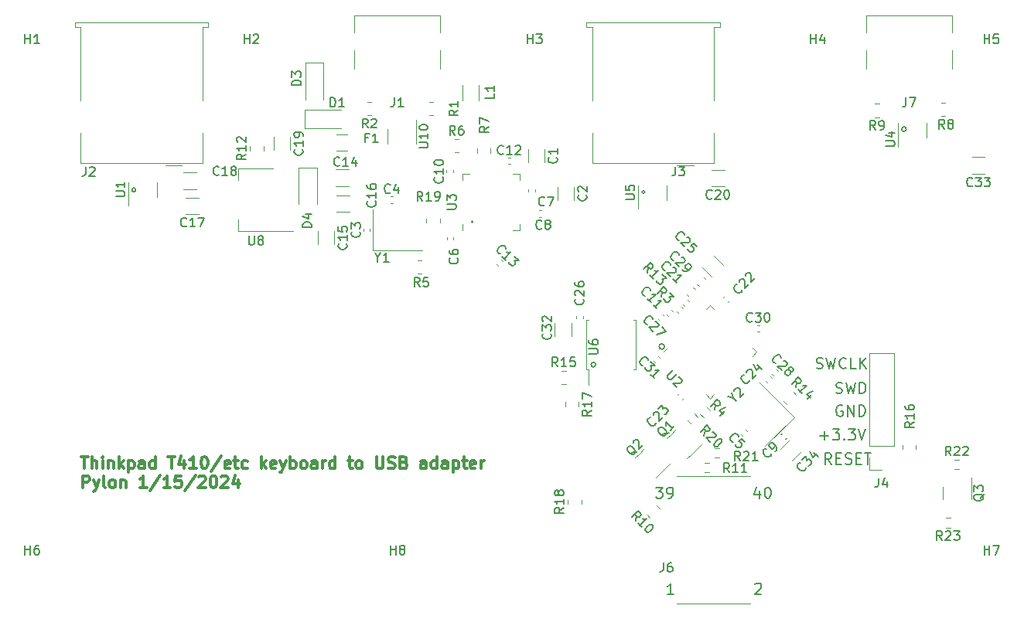
<source format=gbr>
%TF.GenerationSoftware,KiCad,Pcbnew,7.0.10*%
%TF.CreationDate,2024-01-15T00:01:57-05:00*%
%TF.ProjectId,Thinkpad-USB-keyboard-PCB,5468696e-6b70-4616-942d-5553422d6b65,rev?*%
%TF.SameCoordinates,Original*%
%TF.FileFunction,Legend,Top*%
%TF.FilePolarity,Positive*%
%FSLAX46Y46*%
G04 Gerber Fmt 4.6, Leading zero omitted, Abs format (unit mm)*
G04 Created by KiCad (PCBNEW 7.0.10) date 2024-01-15 00:01:57*
%MOMM*%
%LPD*%
G01*
G04 APERTURE LIST*
%ADD10C,0.150000*%
%ADD11C,0.200000*%
%ADD12C,0.300000*%
%ADD13C,0.180000*%
%ADD14C,0.120000*%
%ADD15C,0.100000*%
G04 APERTURE END LIST*
D10*
X27126777Y-14900000D02*
G75*
G03*
X26773223Y-14900000I-176777J0D01*
G01*
X26773223Y-14900000D02*
G75*
G03*
X27126777Y-14900000I176777J0D01*
G01*
X-28643845Y-14650000D02*
G75*
G03*
X-29056155Y-14650000I-206155J0D01*
G01*
X-29056155Y-14650000D02*
G75*
G03*
X-28643845Y-14650000I206155J0D01*
G01*
X29223121Y-31813270D02*
G75*
G03*
X28640025Y-31813270I-291548J0D01*
G01*
X28640025Y-31813270D02*
G75*
G03*
X29223121Y-31813270I291548J0D01*
G01*
X55700000Y-8000000D02*
G75*
G03*
X55200000Y-8000000I-250000J0D01*
G01*
X55200000Y-8000000D02*
G75*
G03*
X55700000Y-8000000I250000J0D01*
G01*
X21700000Y-33800000D02*
G75*
G03*
X21200000Y-33800000I-250000J0D01*
G01*
X21200000Y-33800000D02*
G75*
G03*
X21700000Y-33800000I250000J0D01*
G01*
X8300001Y-18150000D02*
G75*
G03*
X8093845Y-18150000I-103078J0D01*
G01*
X8093845Y-18150000D02*
G75*
G03*
X8300001Y-18150000I103078J0D01*
G01*
D11*
X47503006Y-44692742D02*
X47103006Y-44121314D01*
X46817292Y-44692742D02*
X46817292Y-43492742D01*
X46817292Y-43492742D02*
X47274435Y-43492742D01*
X47274435Y-43492742D02*
X47388720Y-43549885D01*
X47388720Y-43549885D02*
X47445863Y-43607028D01*
X47445863Y-43607028D02*
X47503006Y-43721314D01*
X47503006Y-43721314D02*
X47503006Y-43892742D01*
X47503006Y-43892742D02*
X47445863Y-44007028D01*
X47445863Y-44007028D02*
X47388720Y-44064171D01*
X47388720Y-44064171D02*
X47274435Y-44121314D01*
X47274435Y-44121314D02*
X46817292Y-44121314D01*
X48017292Y-44064171D02*
X48417292Y-44064171D01*
X48588720Y-44692742D02*
X48017292Y-44692742D01*
X48017292Y-44692742D02*
X48017292Y-43492742D01*
X48017292Y-43492742D02*
X48588720Y-43492742D01*
X49045863Y-44635600D02*
X49217292Y-44692742D01*
X49217292Y-44692742D02*
X49503006Y-44692742D01*
X49503006Y-44692742D02*
X49617292Y-44635600D01*
X49617292Y-44635600D02*
X49674434Y-44578457D01*
X49674434Y-44578457D02*
X49731577Y-44464171D01*
X49731577Y-44464171D02*
X49731577Y-44349885D01*
X49731577Y-44349885D02*
X49674434Y-44235600D01*
X49674434Y-44235600D02*
X49617292Y-44178457D01*
X49617292Y-44178457D02*
X49503006Y-44121314D01*
X49503006Y-44121314D02*
X49274434Y-44064171D01*
X49274434Y-44064171D02*
X49160149Y-44007028D01*
X49160149Y-44007028D02*
X49103006Y-43949885D01*
X49103006Y-43949885D02*
X49045863Y-43835600D01*
X49045863Y-43835600D02*
X49045863Y-43721314D01*
X49045863Y-43721314D02*
X49103006Y-43607028D01*
X49103006Y-43607028D02*
X49160149Y-43549885D01*
X49160149Y-43549885D02*
X49274434Y-43492742D01*
X49274434Y-43492742D02*
X49560149Y-43492742D01*
X49560149Y-43492742D02*
X49731577Y-43549885D01*
X50245863Y-44064171D02*
X50645863Y-44064171D01*
X50817291Y-44692742D02*
X50245863Y-44692742D01*
X50245863Y-44692742D02*
X50245863Y-43492742D01*
X50245863Y-43492742D02*
X50817291Y-43492742D01*
X51160148Y-43492742D02*
X51845863Y-43492742D01*
X51503005Y-44692742D02*
X51503005Y-43492742D01*
X46267292Y-41585600D02*
X47181578Y-41585600D01*
X46724435Y-42042742D02*
X46724435Y-41128457D01*
X47638720Y-40842742D02*
X48381577Y-40842742D01*
X48381577Y-40842742D02*
X47981577Y-41299885D01*
X47981577Y-41299885D02*
X48153006Y-41299885D01*
X48153006Y-41299885D02*
X48267292Y-41357028D01*
X48267292Y-41357028D02*
X48324434Y-41414171D01*
X48324434Y-41414171D02*
X48381577Y-41528457D01*
X48381577Y-41528457D02*
X48381577Y-41814171D01*
X48381577Y-41814171D02*
X48324434Y-41928457D01*
X48324434Y-41928457D02*
X48267292Y-41985600D01*
X48267292Y-41985600D02*
X48153006Y-42042742D01*
X48153006Y-42042742D02*
X47810149Y-42042742D01*
X47810149Y-42042742D02*
X47695863Y-41985600D01*
X47695863Y-41985600D02*
X47638720Y-41928457D01*
X48895863Y-41928457D02*
X48953006Y-41985600D01*
X48953006Y-41985600D02*
X48895863Y-42042742D01*
X48895863Y-42042742D02*
X48838720Y-41985600D01*
X48838720Y-41985600D02*
X48895863Y-41928457D01*
X48895863Y-41928457D02*
X48895863Y-42042742D01*
X49353006Y-40842742D02*
X50095863Y-40842742D01*
X50095863Y-40842742D02*
X49695863Y-41299885D01*
X49695863Y-41299885D02*
X49867292Y-41299885D01*
X49867292Y-41299885D02*
X49981578Y-41357028D01*
X49981578Y-41357028D02*
X50038720Y-41414171D01*
X50038720Y-41414171D02*
X50095863Y-41528457D01*
X50095863Y-41528457D02*
X50095863Y-41814171D01*
X50095863Y-41814171D02*
X50038720Y-41928457D01*
X50038720Y-41928457D02*
X49981578Y-41985600D01*
X49981578Y-41985600D02*
X49867292Y-42042742D01*
X49867292Y-42042742D02*
X49524435Y-42042742D01*
X49524435Y-42042742D02*
X49410149Y-41985600D01*
X49410149Y-41985600D02*
X49353006Y-41928457D01*
X50438720Y-40842742D02*
X50838720Y-42042742D01*
X50838720Y-42042742D02*
X51238720Y-40842742D01*
X48010149Y-36885600D02*
X48181578Y-36942742D01*
X48181578Y-36942742D02*
X48467292Y-36942742D01*
X48467292Y-36942742D02*
X48581578Y-36885600D01*
X48581578Y-36885600D02*
X48638720Y-36828457D01*
X48638720Y-36828457D02*
X48695863Y-36714171D01*
X48695863Y-36714171D02*
X48695863Y-36599885D01*
X48695863Y-36599885D02*
X48638720Y-36485600D01*
X48638720Y-36485600D02*
X48581578Y-36428457D01*
X48581578Y-36428457D02*
X48467292Y-36371314D01*
X48467292Y-36371314D02*
X48238720Y-36314171D01*
X48238720Y-36314171D02*
X48124435Y-36257028D01*
X48124435Y-36257028D02*
X48067292Y-36199885D01*
X48067292Y-36199885D02*
X48010149Y-36085600D01*
X48010149Y-36085600D02*
X48010149Y-35971314D01*
X48010149Y-35971314D02*
X48067292Y-35857028D01*
X48067292Y-35857028D02*
X48124435Y-35799885D01*
X48124435Y-35799885D02*
X48238720Y-35742742D01*
X48238720Y-35742742D02*
X48524435Y-35742742D01*
X48524435Y-35742742D02*
X48695863Y-35799885D01*
X49095863Y-35742742D02*
X49381577Y-36942742D01*
X49381577Y-36942742D02*
X49610149Y-36085600D01*
X49610149Y-36085600D02*
X49838720Y-36942742D01*
X49838720Y-36942742D02*
X50124435Y-35742742D01*
X50581578Y-36942742D02*
X50581578Y-35742742D01*
X50581578Y-35742742D02*
X50867292Y-35742742D01*
X50867292Y-35742742D02*
X51038721Y-35799885D01*
X51038721Y-35799885D02*
X51153006Y-35914171D01*
X51153006Y-35914171D02*
X51210149Y-36028457D01*
X51210149Y-36028457D02*
X51267292Y-36257028D01*
X51267292Y-36257028D02*
X51267292Y-36428457D01*
X51267292Y-36428457D02*
X51210149Y-36657028D01*
X51210149Y-36657028D02*
X51153006Y-36771314D01*
X51153006Y-36771314D02*
X51038721Y-36885600D01*
X51038721Y-36885600D02*
X50867292Y-36942742D01*
X50867292Y-36942742D02*
X50581578Y-36942742D01*
D12*
X-34628822Y-43882304D02*
X-33885965Y-43882304D01*
X-34257393Y-45182304D02*
X-34257393Y-43882304D01*
X-33452632Y-45182304D02*
X-33452632Y-43882304D01*
X-32895489Y-45182304D02*
X-32895489Y-44501352D01*
X-32895489Y-44501352D02*
X-32957394Y-44377542D01*
X-32957394Y-44377542D02*
X-33081203Y-44315638D01*
X-33081203Y-44315638D02*
X-33266917Y-44315638D01*
X-33266917Y-44315638D02*
X-33390727Y-44377542D01*
X-33390727Y-44377542D02*
X-33452632Y-44439447D01*
X-32276442Y-45182304D02*
X-32276442Y-44315638D01*
X-32276442Y-43882304D02*
X-32338346Y-43944209D01*
X-32338346Y-43944209D02*
X-32276442Y-44006114D01*
X-32276442Y-44006114D02*
X-32214537Y-43944209D01*
X-32214537Y-43944209D02*
X-32276442Y-43882304D01*
X-32276442Y-43882304D02*
X-32276442Y-44006114D01*
X-31657394Y-44315638D02*
X-31657394Y-45182304D01*
X-31657394Y-44439447D02*
X-31595489Y-44377542D01*
X-31595489Y-44377542D02*
X-31471679Y-44315638D01*
X-31471679Y-44315638D02*
X-31285965Y-44315638D01*
X-31285965Y-44315638D02*
X-31162156Y-44377542D01*
X-31162156Y-44377542D02*
X-31100251Y-44501352D01*
X-31100251Y-44501352D02*
X-31100251Y-45182304D01*
X-30481204Y-45182304D02*
X-30481204Y-43882304D01*
X-30357394Y-44687066D02*
X-29985966Y-45182304D01*
X-29985966Y-44315638D02*
X-30481204Y-44810876D01*
X-29428823Y-44315638D02*
X-29428823Y-45615638D01*
X-29428823Y-44377542D02*
X-29305013Y-44315638D01*
X-29305013Y-44315638D02*
X-29057394Y-44315638D01*
X-29057394Y-44315638D02*
X-28933585Y-44377542D01*
X-28933585Y-44377542D02*
X-28871680Y-44439447D01*
X-28871680Y-44439447D02*
X-28809775Y-44563257D01*
X-28809775Y-44563257D02*
X-28809775Y-44934685D01*
X-28809775Y-44934685D02*
X-28871680Y-45058495D01*
X-28871680Y-45058495D02*
X-28933585Y-45120400D01*
X-28933585Y-45120400D02*
X-29057394Y-45182304D01*
X-29057394Y-45182304D02*
X-29305013Y-45182304D01*
X-29305013Y-45182304D02*
X-29428823Y-45120400D01*
X-27695490Y-45182304D02*
X-27695490Y-44501352D01*
X-27695490Y-44501352D02*
X-27757395Y-44377542D01*
X-27757395Y-44377542D02*
X-27881204Y-44315638D01*
X-27881204Y-44315638D02*
X-28128823Y-44315638D01*
X-28128823Y-44315638D02*
X-28252633Y-44377542D01*
X-27695490Y-45120400D02*
X-27819299Y-45182304D01*
X-27819299Y-45182304D02*
X-28128823Y-45182304D01*
X-28128823Y-45182304D02*
X-28252633Y-45120400D01*
X-28252633Y-45120400D02*
X-28314537Y-44996590D01*
X-28314537Y-44996590D02*
X-28314537Y-44872780D01*
X-28314537Y-44872780D02*
X-28252633Y-44748971D01*
X-28252633Y-44748971D02*
X-28128823Y-44687066D01*
X-28128823Y-44687066D02*
X-27819299Y-44687066D01*
X-27819299Y-44687066D02*
X-27695490Y-44625161D01*
X-26519300Y-45182304D02*
X-26519300Y-43882304D01*
X-26519300Y-45120400D02*
X-26643109Y-45182304D01*
X-26643109Y-45182304D02*
X-26890728Y-45182304D01*
X-26890728Y-45182304D02*
X-27014538Y-45120400D01*
X-27014538Y-45120400D02*
X-27076443Y-45058495D01*
X-27076443Y-45058495D02*
X-27138347Y-44934685D01*
X-27138347Y-44934685D02*
X-27138347Y-44563257D01*
X-27138347Y-44563257D02*
X-27076443Y-44439447D01*
X-27076443Y-44439447D02*
X-27014538Y-44377542D01*
X-27014538Y-44377542D02*
X-26890728Y-44315638D01*
X-26890728Y-44315638D02*
X-26643109Y-44315638D01*
X-26643109Y-44315638D02*
X-26519300Y-44377542D01*
X-25095491Y-43882304D02*
X-24352634Y-43882304D01*
X-24724062Y-45182304D02*
X-24724062Y-43882304D01*
X-23362158Y-44315638D02*
X-23362158Y-45182304D01*
X-23671682Y-43820400D02*
X-23981205Y-44748971D01*
X-23981205Y-44748971D02*
X-23176444Y-44748971D01*
X-22000253Y-45182304D02*
X-22743110Y-45182304D01*
X-22371682Y-45182304D02*
X-22371682Y-43882304D01*
X-22371682Y-43882304D02*
X-22495491Y-44068019D01*
X-22495491Y-44068019D02*
X-22619301Y-44191828D01*
X-22619301Y-44191828D02*
X-22743110Y-44253733D01*
X-21195492Y-43882304D02*
X-21071682Y-43882304D01*
X-21071682Y-43882304D02*
X-20947873Y-43944209D01*
X-20947873Y-43944209D02*
X-20885968Y-44006114D01*
X-20885968Y-44006114D02*
X-20824063Y-44129923D01*
X-20824063Y-44129923D02*
X-20762158Y-44377542D01*
X-20762158Y-44377542D02*
X-20762158Y-44687066D01*
X-20762158Y-44687066D02*
X-20824063Y-44934685D01*
X-20824063Y-44934685D02*
X-20885968Y-45058495D01*
X-20885968Y-45058495D02*
X-20947873Y-45120400D01*
X-20947873Y-45120400D02*
X-21071682Y-45182304D01*
X-21071682Y-45182304D02*
X-21195492Y-45182304D01*
X-21195492Y-45182304D02*
X-21319301Y-45120400D01*
X-21319301Y-45120400D02*
X-21381206Y-45058495D01*
X-21381206Y-45058495D02*
X-21443111Y-44934685D01*
X-21443111Y-44934685D02*
X-21505015Y-44687066D01*
X-21505015Y-44687066D02*
X-21505015Y-44377542D01*
X-21505015Y-44377542D02*
X-21443111Y-44129923D01*
X-21443111Y-44129923D02*
X-21381206Y-44006114D01*
X-21381206Y-44006114D02*
X-21319301Y-43944209D01*
X-21319301Y-43944209D02*
X-21195492Y-43882304D01*
X-19276444Y-43820400D02*
X-20390730Y-45491828D01*
X-18347873Y-45120400D02*
X-18471682Y-45182304D01*
X-18471682Y-45182304D02*
X-18719301Y-45182304D01*
X-18719301Y-45182304D02*
X-18843111Y-45120400D01*
X-18843111Y-45120400D02*
X-18905015Y-44996590D01*
X-18905015Y-44996590D02*
X-18905015Y-44501352D01*
X-18905015Y-44501352D02*
X-18843111Y-44377542D01*
X-18843111Y-44377542D02*
X-18719301Y-44315638D01*
X-18719301Y-44315638D02*
X-18471682Y-44315638D01*
X-18471682Y-44315638D02*
X-18347873Y-44377542D01*
X-18347873Y-44377542D02*
X-18285968Y-44501352D01*
X-18285968Y-44501352D02*
X-18285968Y-44625161D01*
X-18285968Y-44625161D02*
X-18905015Y-44748971D01*
X-17914539Y-44315638D02*
X-17419301Y-44315638D01*
X-17728825Y-43882304D02*
X-17728825Y-44996590D01*
X-17728825Y-44996590D02*
X-17666920Y-45120400D01*
X-17666920Y-45120400D02*
X-17543110Y-45182304D01*
X-17543110Y-45182304D02*
X-17419301Y-45182304D01*
X-16428825Y-45120400D02*
X-16552634Y-45182304D01*
X-16552634Y-45182304D02*
X-16800253Y-45182304D01*
X-16800253Y-45182304D02*
X-16924063Y-45120400D01*
X-16924063Y-45120400D02*
X-16985968Y-45058495D01*
X-16985968Y-45058495D02*
X-17047872Y-44934685D01*
X-17047872Y-44934685D02*
X-17047872Y-44563257D01*
X-17047872Y-44563257D02*
X-16985968Y-44439447D01*
X-16985968Y-44439447D02*
X-16924063Y-44377542D01*
X-16924063Y-44377542D02*
X-16800253Y-44315638D01*
X-16800253Y-44315638D02*
X-16552634Y-44315638D01*
X-16552634Y-44315638D02*
X-16428825Y-44377542D01*
X-14881206Y-45182304D02*
X-14881206Y-43882304D01*
X-14757396Y-44687066D02*
X-14385968Y-45182304D01*
X-14385968Y-44315638D02*
X-14881206Y-44810876D01*
X-13333587Y-45120400D02*
X-13457396Y-45182304D01*
X-13457396Y-45182304D02*
X-13705015Y-45182304D01*
X-13705015Y-45182304D02*
X-13828825Y-45120400D01*
X-13828825Y-45120400D02*
X-13890729Y-44996590D01*
X-13890729Y-44996590D02*
X-13890729Y-44501352D01*
X-13890729Y-44501352D02*
X-13828825Y-44377542D01*
X-13828825Y-44377542D02*
X-13705015Y-44315638D01*
X-13705015Y-44315638D02*
X-13457396Y-44315638D01*
X-13457396Y-44315638D02*
X-13333587Y-44377542D01*
X-13333587Y-44377542D02*
X-13271682Y-44501352D01*
X-13271682Y-44501352D02*
X-13271682Y-44625161D01*
X-13271682Y-44625161D02*
X-13890729Y-44748971D01*
X-12838348Y-44315638D02*
X-12528824Y-45182304D01*
X-12219301Y-44315638D02*
X-12528824Y-45182304D01*
X-12528824Y-45182304D02*
X-12652634Y-45491828D01*
X-12652634Y-45491828D02*
X-12714539Y-45553733D01*
X-12714539Y-45553733D02*
X-12838348Y-45615638D01*
X-11724063Y-45182304D02*
X-11724063Y-43882304D01*
X-11724063Y-44377542D02*
X-11600253Y-44315638D01*
X-11600253Y-44315638D02*
X-11352634Y-44315638D01*
X-11352634Y-44315638D02*
X-11228825Y-44377542D01*
X-11228825Y-44377542D02*
X-11166920Y-44439447D01*
X-11166920Y-44439447D02*
X-11105015Y-44563257D01*
X-11105015Y-44563257D02*
X-11105015Y-44934685D01*
X-11105015Y-44934685D02*
X-11166920Y-45058495D01*
X-11166920Y-45058495D02*
X-11228825Y-45120400D01*
X-11228825Y-45120400D02*
X-11352634Y-45182304D01*
X-11352634Y-45182304D02*
X-11600253Y-45182304D01*
X-11600253Y-45182304D02*
X-11724063Y-45120400D01*
X-10362158Y-45182304D02*
X-10485968Y-45120400D01*
X-10485968Y-45120400D02*
X-10547873Y-45058495D01*
X-10547873Y-45058495D02*
X-10609777Y-44934685D01*
X-10609777Y-44934685D02*
X-10609777Y-44563257D01*
X-10609777Y-44563257D02*
X-10547873Y-44439447D01*
X-10547873Y-44439447D02*
X-10485968Y-44377542D01*
X-10485968Y-44377542D02*
X-10362158Y-44315638D01*
X-10362158Y-44315638D02*
X-10176444Y-44315638D01*
X-10176444Y-44315638D02*
X-10052635Y-44377542D01*
X-10052635Y-44377542D02*
X-9990730Y-44439447D01*
X-9990730Y-44439447D02*
X-9928825Y-44563257D01*
X-9928825Y-44563257D02*
X-9928825Y-44934685D01*
X-9928825Y-44934685D02*
X-9990730Y-45058495D01*
X-9990730Y-45058495D02*
X-10052635Y-45120400D01*
X-10052635Y-45120400D02*
X-10176444Y-45182304D01*
X-10176444Y-45182304D02*
X-10362158Y-45182304D01*
X-8814540Y-45182304D02*
X-8814540Y-44501352D01*
X-8814540Y-44501352D02*
X-8876445Y-44377542D01*
X-8876445Y-44377542D02*
X-9000254Y-44315638D01*
X-9000254Y-44315638D02*
X-9247873Y-44315638D01*
X-9247873Y-44315638D02*
X-9371683Y-44377542D01*
X-8814540Y-45120400D02*
X-8938349Y-45182304D01*
X-8938349Y-45182304D02*
X-9247873Y-45182304D01*
X-9247873Y-45182304D02*
X-9371683Y-45120400D01*
X-9371683Y-45120400D02*
X-9433587Y-44996590D01*
X-9433587Y-44996590D02*
X-9433587Y-44872780D01*
X-9433587Y-44872780D02*
X-9371683Y-44748971D01*
X-9371683Y-44748971D02*
X-9247873Y-44687066D01*
X-9247873Y-44687066D02*
X-8938349Y-44687066D01*
X-8938349Y-44687066D02*
X-8814540Y-44625161D01*
X-8195493Y-45182304D02*
X-8195493Y-44315638D01*
X-8195493Y-44563257D02*
X-8133588Y-44439447D01*
X-8133588Y-44439447D02*
X-8071683Y-44377542D01*
X-8071683Y-44377542D02*
X-7947874Y-44315638D01*
X-7947874Y-44315638D02*
X-7824064Y-44315638D01*
X-6833588Y-45182304D02*
X-6833588Y-43882304D01*
X-6833588Y-45120400D02*
X-6957397Y-45182304D01*
X-6957397Y-45182304D02*
X-7205016Y-45182304D01*
X-7205016Y-45182304D02*
X-7328826Y-45120400D01*
X-7328826Y-45120400D02*
X-7390731Y-45058495D01*
X-7390731Y-45058495D02*
X-7452635Y-44934685D01*
X-7452635Y-44934685D02*
X-7452635Y-44563257D01*
X-7452635Y-44563257D02*
X-7390731Y-44439447D01*
X-7390731Y-44439447D02*
X-7328826Y-44377542D01*
X-7328826Y-44377542D02*
X-7205016Y-44315638D01*
X-7205016Y-44315638D02*
X-6957397Y-44315638D01*
X-6957397Y-44315638D02*
X-6833588Y-44377542D01*
X-5409779Y-44315638D02*
X-4914541Y-44315638D01*
X-5224065Y-43882304D02*
X-5224065Y-44996590D01*
X-5224065Y-44996590D02*
X-5162160Y-45120400D01*
X-5162160Y-45120400D02*
X-5038350Y-45182304D01*
X-5038350Y-45182304D02*
X-4914541Y-45182304D01*
X-4295493Y-45182304D02*
X-4419303Y-45120400D01*
X-4419303Y-45120400D02*
X-4481208Y-45058495D01*
X-4481208Y-45058495D02*
X-4543112Y-44934685D01*
X-4543112Y-44934685D02*
X-4543112Y-44563257D01*
X-4543112Y-44563257D02*
X-4481208Y-44439447D01*
X-4481208Y-44439447D02*
X-4419303Y-44377542D01*
X-4419303Y-44377542D02*
X-4295493Y-44315638D01*
X-4295493Y-44315638D02*
X-4109779Y-44315638D01*
X-4109779Y-44315638D02*
X-3985970Y-44377542D01*
X-3985970Y-44377542D02*
X-3924065Y-44439447D01*
X-3924065Y-44439447D02*
X-3862160Y-44563257D01*
X-3862160Y-44563257D02*
X-3862160Y-44934685D01*
X-3862160Y-44934685D02*
X-3924065Y-45058495D01*
X-3924065Y-45058495D02*
X-3985970Y-45120400D01*
X-3985970Y-45120400D02*
X-4109779Y-45182304D01*
X-4109779Y-45182304D02*
X-4295493Y-45182304D01*
X-2314542Y-43882304D02*
X-2314542Y-44934685D01*
X-2314542Y-44934685D02*
X-2252637Y-45058495D01*
X-2252637Y-45058495D02*
X-2190732Y-45120400D01*
X-2190732Y-45120400D02*
X-2066923Y-45182304D01*
X-2066923Y-45182304D02*
X-1819304Y-45182304D01*
X-1819304Y-45182304D02*
X-1695494Y-45120400D01*
X-1695494Y-45120400D02*
X-1633589Y-45058495D01*
X-1633589Y-45058495D02*
X-1571685Y-44934685D01*
X-1571685Y-44934685D02*
X-1571685Y-43882304D01*
X-1014541Y-45120400D02*
X-828827Y-45182304D01*
X-828827Y-45182304D02*
X-519303Y-45182304D01*
X-519303Y-45182304D02*
X-395494Y-45120400D01*
X-395494Y-45120400D02*
X-333589Y-45058495D01*
X-333589Y-45058495D02*
X-271684Y-44934685D01*
X-271684Y-44934685D02*
X-271684Y-44810876D01*
X-271684Y-44810876D02*
X-333589Y-44687066D01*
X-333589Y-44687066D02*
X-395494Y-44625161D01*
X-395494Y-44625161D02*
X-519303Y-44563257D01*
X-519303Y-44563257D02*
X-766922Y-44501352D01*
X-766922Y-44501352D02*
X-890732Y-44439447D01*
X-890732Y-44439447D02*
X-952637Y-44377542D01*
X-952637Y-44377542D02*
X-1014541Y-44253733D01*
X-1014541Y-44253733D02*
X-1014541Y-44129923D01*
X-1014541Y-44129923D02*
X-952637Y-44006114D01*
X-952637Y-44006114D02*
X-890732Y-43944209D01*
X-890732Y-43944209D02*
X-766922Y-43882304D01*
X-766922Y-43882304D02*
X-457399Y-43882304D01*
X-457399Y-43882304D02*
X-271684Y-43944209D01*
X718791Y-44501352D02*
X904505Y-44563257D01*
X904505Y-44563257D02*
X966410Y-44625161D01*
X966410Y-44625161D02*
X1028314Y-44748971D01*
X1028314Y-44748971D02*
X1028314Y-44934685D01*
X1028314Y-44934685D02*
X966410Y-45058495D01*
X966410Y-45058495D02*
X904505Y-45120400D01*
X904505Y-45120400D02*
X780695Y-45182304D01*
X780695Y-45182304D02*
X285457Y-45182304D01*
X285457Y-45182304D02*
X285457Y-43882304D01*
X285457Y-43882304D02*
X718791Y-43882304D01*
X718791Y-43882304D02*
X842600Y-43944209D01*
X842600Y-43944209D02*
X904505Y-44006114D01*
X904505Y-44006114D02*
X966410Y-44129923D01*
X966410Y-44129923D02*
X966410Y-44253733D01*
X966410Y-44253733D02*
X904505Y-44377542D01*
X904505Y-44377542D02*
X842600Y-44439447D01*
X842600Y-44439447D02*
X718791Y-44501352D01*
X718791Y-44501352D02*
X285457Y-44501352D01*
X3133076Y-45182304D02*
X3133076Y-44501352D01*
X3133076Y-44501352D02*
X3071171Y-44377542D01*
X3071171Y-44377542D02*
X2947362Y-44315638D01*
X2947362Y-44315638D02*
X2699743Y-44315638D01*
X2699743Y-44315638D02*
X2575933Y-44377542D01*
X3133076Y-45120400D02*
X3009267Y-45182304D01*
X3009267Y-45182304D02*
X2699743Y-45182304D01*
X2699743Y-45182304D02*
X2575933Y-45120400D01*
X2575933Y-45120400D02*
X2514029Y-44996590D01*
X2514029Y-44996590D02*
X2514029Y-44872780D01*
X2514029Y-44872780D02*
X2575933Y-44748971D01*
X2575933Y-44748971D02*
X2699743Y-44687066D01*
X2699743Y-44687066D02*
X3009267Y-44687066D01*
X3009267Y-44687066D02*
X3133076Y-44625161D01*
X4309266Y-45182304D02*
X4309266Y-43882304D01*
X4309266Y-45120400D02*
X4185457Y-45182304D01*
X4185457Y-45182304D02*
X3937838Y-45182304D01*
X3937838Y-45182304D02*
X3814028Y-45120400D01*
X3814028Y-45120400D02*
X3752123Y-45058495D01*
X3752123Y-45058495D02*
X3690219Y-44934685D01*
X3690219Y-44934685D02*
X3690219Y-44563257D01*
X3690219Y-44563257D02*
X3752123Y-44439447D01*
X3752123Y-44439447D02*
X3814028Y-44377542D01*
X3814028Y-44377542D02*
X3937838Y-44315638D01*
X3937838Y-44315638D02*
X4185457Y-44315638D01*
X4185457Y-44315638D02*
X4309266Y-44377542D01*
X5485456Y-45182304D02*
X5485456Y-44501352D01*
X5485456Y-44501352D02*
X5423551Y-44377542D01*
X5423551Y-44377542D02*
X5299742Y-44315638D01*
X5299742Y-44315638D02*
X5052123Y-44315638D01*
X5052123Y-44315638D02*
X4928313Y-44377542D01*
X5485456Y-45120400D02*
X5361647Y-45182304D01*
X5361647Y-45182304D02*
X5052123Y-45182304D01*
X5052123Y-45182304D02*
X4928313Y-45120400D01*
X4928313Y-45120400D02*
X4866409Y-44996590D01*
X4866409Y-44996590D02*
X4866409Y-44872780D01*
X4866409Y-44872780D02*
X4928313Y-44748971D01*
X4928313Y-44748971D02*
X5052123Y-44687066D01*
X5052123Y-44687066D02*
X5361647Y-44687066D01*
X5361647Y-44687066D02*
X5485456Y-44625161D01*
X6104503Y-44315638D02*
X6104503Y-45615638D01*
X6104503Y-44377542D02*
X6228313Y-44315638D01*
X6228313Y-44315638D02*
X6475932Y-44315638D01*
X6475932Y-44315638D02*
X6599741Y-44377542D01*
X6599741Y-44377542D02*
X6661646Y-44439447D01*
X6661646Y-44439447D02*
X6723551Y-44563257D01*
X6723551Y-44563257D02*
X6723551Y-44934685D01*
X6723551Y-44934685D02*
X6661646Y-45058495D01*
X6661646Y-45058495D02*
X6599741Y-45120400D01*
X6599741Y-45120400D02*
X6475932Y-45182304D01*
X6475932Y-45182304D02*
X6228313Y-45182304D01*
X6228313Y-45182304D02*
X6104503Y-45120400D01*
X7094979Y-44315638D02*
X7590217Y-44315638D01*
X7280693Y-43882304D02*
X7280693Y-44996590D01*
X7280693Y-44996590D02*
X7342598Y-45120400D01*
X7342598Y-45120400D02*
X7466408Y-45182304D01*
X7466408Y-45182304D02*
X7590217Y-45182304D01*
X8518788Y-45120400D02*
X8394979Y-45182304D01*
X8394979Y-45182304D02*
X8147360Y-45182304D01*
X8147360Y-45182304D02*
X8023550Y-45120400D01*
X8023550Y-45120400D02*
X7961646Y-44996590D01*
X7961646Y-44996590D02*
X7961646Y-44501352D01*
X7961646Y-44501352D02*
X8023550Y-44377542D01*
X8023550Y-44377542D02*
X8147360Y-44315638D01*
X8147360Y-44315638D02*
X8394979Y-44315638D01*
X8394979Y-44315638D02*
X8518788Y-44377542D01*
X8518788Y-44377542D02*
X8580693Y-44501352D01*
X8580693Y-44501352D02*
X8580693Y-44625161D01*
X8580693Y-44625161D02*
X7961646Y-44748971D01*
X9137836Y-45182304D02*
X9137836Y-44315638D01*
X9137836Y-44563257D02*
X9199741Y-44439447D01*
X9199741Y-44439447D02*
X9261646Y-44377542D01*
X9261646Y-44377542D02*
X9385455Y-44315638D01*
X9385455Y-44315638D02*
X9509265Y-44315638D01*
X-34443108Y-47275304D02*
X-34443108Y-45975304D01*
X-34443108Y-45975304D02*
X-33947870Y-45975304D01*
X-33947870Y-45975304D02*
X-33824060Y-46037209D01*
X-33824060Y-46037209D02*
X-33762155Y-46099114D01*
X-33762155Y-46099114D02*
X-33700251Y-46222923D01*
X-33700251Y-46222923D02*
X-33700251Y-46408638D01*
X-33700251Y-46408638D02*
X-33762155Y-46532447D01*
X-33762155Y-46532447D02*
X-33824060Y-46594352D01*
X-33824060Y-46594352D02*
X-33947870Y-46656257D01*
X-33947870Y-46656257D02*
X-34443108Y-46656257D01*
X-33266917Y-46408638D02*
X-32957393Y-47275304D01*
X-32647870Y-46408638D02*
X-32957393Y-47275304D01*
X-32957393Y-47275304D02*
X-33081203Y-47584828D01*
X-33081203Y-47584828D02*
X-33143108Y-47646733D01*
X-33143108Y-47646733D02*
X-33266917Y-47708638D01*
X-31966917Y-47275304D02*
X-32090727Y-47213400D01*
X-32090727Y-47213400D02*
X-32152632Y-47089590D01*
X-32152632Y-47089590D02*
X-32152632Y-45975304D01*
X-31285965Y-47275304D02*
X-31409775Y-47213400D01*
X-31409775Y-47213400D02*
X-31471680Y-47151495D01*
X-31471680Y-47151495D02*
X-31533584Y-47027685D01*
X-31533584Y-47027685D02*
X-31533584Y-46656257D01*
X-31533584Y-46656257D02*
X-31471680Y-46532447D01*
X-31471680Y-46532447D02*
X-31409775Y-46470542D01*
X-31409775Y-46470542D02*
X-31285965Y-46408638D01*
X-31285965Y-46408638D02*
X-31100251Y-46408638D01*
X-31100251Y-46408638D02*
X-30976442Y-46470542D01*
X-30976442Y-46470542D02*
X-30914537Y-46532447D01*
X-30914537Y-46532447D02*
X-30852632Y-46656257D01*
X-30852632Y-46656257D02*
X-30852632Y-47027685D01*
X-30852632Y-47027685D02*
X-30914537Y-47151495D01*
X-30914537Y-47151495D02*
X-30976442Y-47213400D01*
X-30976442Y-47213400D02*
X-31100251Y-47275304D01*
X-31100251Y-47275304D02*
X-31285965Y-47275304D01*
X-30295490Y-46408638D02*
X-30295490Y-47275304D01*
X-30295490Y-46532447D02*
X-30233585Y-46470542D01*
X-30233585Y-46470542D02*
X-30109775Y-46408638D01*
X-30109775Y-46408638D02*
X-29924061Y-46408638D01*
X-29924061Y-46408638D02*
X-29800252Y-46470542D01*
X-29800252Y-46470542D02*
X-29738347Y-46594352D01*
X-29738347Y-46594352D02*
X-29738347Y-47275304D01*
X-27447871Y-47275304D02*
X-28190728Y-47275304D01*
X-27819300Y-47275304D02*
X-27819300Y-45975304D01*
X-27819300Y-45975304D02*
X-27943109Y-46161019D01*
X-27943109Y-46161019D02*
X-28066919Y-46284828D01*
X-28066919Y-46284828D02*
X-28190728Y-46346733D01*
X-25962157Y-45913400D02*
X-27076443Y-47584828D01*
X-24847871Y-47275304D02*
X-25590728Y-47275304D01*
X-25219300Y-47275304D02*
X-25219300Y-45975304D01*
X-25219300Y-45975304D02*
X-25343109Y-46161019D01*
X-25343109Y-46161019D02*
X-25466919Y-46284828D01*
X-25466919Y-46284828D02*
X-25590728Y-46346733D01*
X-23671681Y-45975304D02*
X-24290729Y-45975304D01*
X-24290729Y-45975304D02*
X-24352633Y-46594352D01*
X-24352633Y-46594352D02*
X-24290729Y-46532447D01*
X-24290729Y-46532447D02*
X-24166919Y-46470542D01*
X-24166919Y-46470542D02*
X-23857395Y-46470542D01*
X-23857395Y-46470542D02*
X-23733586Y-46532447D01*
X-23733586Y-46532447D02*
X-23671681Y-46594352D01*
X-23671681Y-46594352D02*
X-23609776Y-46718161D01*
X-23609776Y-46718161D02*
X-23609776Y-47027685D01*
X-23609776Y-47027685D02*
X-23671681Y-47151495D01*
X-23671681Y-47151495D02*
X-23733586Y-47213400D01*
X-23733586Y-47213400D02*
X-23857395Y-47275304D01*
X-23857395Y-47275304D02*
X-24166919Y-47275304D01*
X-24166919Y-47275304D02*
X-24290729Y-47213400D01*
X-24290729Y-47213400D02*
X-24352633Y-47151495D01*
X-22124062Y-45913400D02*
X-23238348Y-47584828D01*
X-21752633Y-46099114D02*
X-21690729Y-46037209D01*
X-21690729Y-46037209D02*
X-21566919Y-45975304D01*
X-21566919Y-45975304D02*
X-21257395Y-45975304D01*
X-21257395Y-45975304D02*
X-21133586Y-46037209D01*
X-21133586Y-46037209D02*
X-21071681Y-46099114D01*
X-21071681Y-46099114D02*
X-21009776Y-46222923D01*
X-21009776Y-46222923D02*
X-21009776Y-46346733D01*
X-21009776Y-46346733D02*
X-21071681Y-46532447D01*
X-21071681Y-46532447D02*
X-21814538Y-47275304D01*
X-21814538Y-47275304D02*
X-21009776Y-47275304D01*
X-20205015Y-45975304D02*
X-20081205Y-45975304D01*
X-20081205Y-45975304D02*
X-19957396Y-46037209D01*
X-19957396Y-46037209D02*
X-19895491Y-46099114D01*
X-19895491Y-46099114D02*
X-19833586Y-46222923D01*
X-19833586Y-46222923D02*
X-19771681Y-46470542D01*
X-19771681Y-46470542D02*
X-19771681Y-46780066D01*
X-19771681Y-46780066D02*
X-19833586Y-47027685D01*
X-19833586Y-47027685D02*
X-19895491Y-47151495D01*
X-19895491Y-47151495D02*
X-19957396Y-47213400D01*
X-19957396Y-47213400D02*
X-20081205Y-47275304D01*
X-20081205Y-47275304D02*
X-20205015Y-47275304D01*
X-20205015Y-47275304D02*
X-20328824Y-47213400D01*
X-20328824Y-47213400D02*
X-20390729Y-47151495D01*
X-20390729Y-47151495D02*
X-20452634Y-47027685D01*
X-20452634Y-47027685D02*
X-20514538Y-46780066D01*
X-20514538Y-46780066D02*
X-20514538Y-46470542D01*
X-20514538Y-46470542D02*
X-20452634Y-46222923D01*
X-20452634Y-46222923D02*
X-20390729Y-46099114D01*
X-20390729Y-46099114D02*
X-20328824Y-46037209D01*
X-20328824Y-46037209D02*
X-20205015Y-45975304D01*
X-19276443Y-46099114D02*
X-19214539Y-46037209D01*
X-19214539Y-46037209D02*
X-19090729Y-45975304D01*
X-19090729Y-45975304D02*
X-18781205Y-45975304D01*
X-18781205Y-45975304D02*
X-18657396Y-46037209D01*
X-18657396Y-46037209D02*
X-18595491Y-46099114D01*
X-18595491Y-46099114D02*
X-18533586Y-46222923D01*
X-18533586Y-46222923D02*
X-18533586Y-46346733D01*
X-18533586Y-46346733D02*
X-18595491Y-46532447D01*
X-18595491Y-46532447D02*
X-19338348Y-47275304D01*
X-19338348Y-47275304D02*
X-18533586Y-47275304D01*
X-17419301Y-46408638D02*
X-17419301Y-47275304D01*
X-17728825Y-45913400D02*
X-18038348Y-46841971D01*
X-18038348Y-46841971D02*
X-17233587Y-46841971D01*
D11*
X45860149Y-34185600D02*
X46031578Y-34242742D01*
X46031578Y-34242742D02*
X46317292Y-34242742D01*
X46317292Y-34242742D02*
X46431578Y-34185600D01*
X46431578Y-34185600D02*
X46488720Y-34128457D01*
X46488720Y-34128457D02*
X46545863Y-34014171D01*
X46545863Y-34014171D02*
X46545863Y-33899885D01*
X46545863Y-33899885D02*
X46488720Y-33785600D01*
X46488720Y-33785600D02*
X46431578Y-33728457D01*
X46431578Y-33728457D02*
X46317292Y-33671314D01*
X46317292Y-33671314D02*
X46088720Y-33614171D01*
X46088720Y-33614171D02*
X45974435Y-33557028D01*
X45974435Y-33557028D02*
X45917292Y-33499885D01*
X45917292Y-33499885D02*
X45860149Y-33385600D01*
X45860149Y-33385600D02*
X45860149Y-33271314D01*
X45860149Y-33271314D02*
X45917292Y-33157028D01*
X45917292Y-33157028D02*
X45974435Y-33099885D01*
X45974435Y-33099885D02*
X46088720Y-33042742D01*
X46088720Y-33042742D02*
X46374435Y-33042742D01*
X46374435Y-33042742D02*
X46545863Y-33099885D01*
X46945863Y-33042742D02*
X47231577Y-34242742D01*
X47231577Y-34242742D02*
X47460149Y-33385600D01*
X47460149Y-33385600D02*
X47688720Y-34242742D01*
X47688720Y-34242742D02*
X47974435Y-33042742D01*
X49117292Y-34128457D02*
X49060149Y-34185600D01*
X49060149Y-34185600D02*
X48888721Y-34242742D01*
X48888721Y-34242742D02*
X48774435Y-34242742D01*
X48774435Y-34242742D02*
X48603006Y-34185600D01*
X48603006Y-34185600D02*
X48488721Y-34071314D01*
X48488721Y-34071314D02*
X48431578Y-33957028D01*
X48431578Y-33957028D02*
X48374435Y-33728457D01*
X48374435Y-33728457D02*
X48374435Y-33557028D01*
X48374435Y-33557028D02*
X48431578Y-33328457D01*
X48431578Y-33328457D02*
X48488721Y-33214171D01*
X48488721Y-33214171D02*
X48603006Y-33099885D01*
X48603006Y-33099885D02*
X48774435Y-33042742D01*
X48774435Y-33042742D02*
X48888721Y-33042742D01*
X48888721Y-33042742D02*
X49060149Y-33099885D01*
X49060149Y-33099885D02*
X49117292Y-33157028D01*
X50203006Y-34242742D02*
X49631578Y-34242742D01*
X49631578Y-34242742D02*
X49631578Y-33042742D01*
X50603007Y-34242742D02*
X50603007Y-33042742D01*
X51288721Y-34242742D02*
X50774435Y-33557028D01*
X51288721Y-33042742D02*
X50603007Y-33728457D01*
X48695863Y-38299885D02*
X48581578Y-38242742D01*
X48581578Y-38242742D02*
X48410149Y-38242742D01*
X48410149Y-38242742D02*
X48238720Y-38299885D01*
X48238720Y-38299885D02*
X48124435Y-38414171D01*
X48124435Y-38414171D02*
X48067292Y-38528457D01*
X48067292Y-38528457D02*
X48010149Y-38757028D01*
X48010149Y-38757028D02*
X48010149Y-38928457D01*
X48010149Y-38928457D02*
X48067292Y-39157028D01*
X48067292Y-39157028D02*
X48124435Y-39271314D01*
X48124435Y-39271314D02*
X48238720Y-39385600D01*
X48238720Y-39385600D02*
X48410149Y-39442742D01*
X48410149Y-39442742D02*
X48524435Y-39442742D01*
X48524435Y-39442742D02*
X48695863Y-39385600D01*
X48695863Y-39385600D02*
X48753006Y-39328457D01*
X48753006Y-39328457D02*
X48753006Y-38928457D01*
X48753006Y-38928457D02*
X48524435Y-38928457D01*
X49267292Y-39442742D02*
X49267292Y-38242742D01*
X49267292Y-38242742D02*
X49953006Y-39442742D01*
X49953006Y-39442742D02*
X49953006Y-38242742D01*
X50524435Y-39442742D02*
X50524435Y-38242742D01*
X50524435Y-38242742D02*
X50810149Y-38242742D01*
X50810149Y-38242742D02*
X50981578Y-38299885D01*
X50981578Y-38299885D02*
X51095863Y-38414171D01*
X51095863Y-38414171D02*
X51153006Y-38528457D01*
X51153006Y-38528457D02*
X51210149Y-38757028D01*
X51210149Y-38757028D02*
X51210149Y-38928457D01*
X51210149Y-38928457D02*
X51153006Y-39157028D01*
X51153006Y-39157028D02*
X51095863Y-39271314D01*
X51095863Y-39271314D02*
X50981578Y-39385600D01*
X50981578Y-39385600D02*
X50810149Y-39442742D01*
X50810149Y-39442742D02*
X50524435Y-39442742D01*
D10*
X2757142Y-15854819D02*
X2423809Y-15378628D01*
X2185714Y-15854819D02*
X2185714Y-14854819D01*
X2185714Y-14854819D02*
X2566666Y-14854819D01*
X2566666Y-14854819D02*
X2661904Y-14902438D01*
X2661904Y-14902438D02*
X2709523Y-14950057D01*
X2709523Y-14950057D02*
X2757142Y-15045295D01*
X2757142Y-15045295D02*
X2757142Y-15188152D01*
X2757142Y-15188152D02*
X2709523Y-15283390D01*
X2709523Y-15283390D02*
X2661904Y-15331009D01*
X2661904Y-15331009D02*
X2566666Y-15378628D01*
X2566666Y-15378628D02*
X2185714Y-15378628D01*
X3709523Y-15854819D02*
X3138095Y-15854819D01*
X3423809Y-15854819D02*
X3423809Y-14854819D01*
X3423809Y-14854819D02*
X3328571Y-14997676D01*
X3328571Y-14997676D02*
X3233333Y-15092914D01*
X3233333Y-15092914D02*
X3138095Y-15140533D01*
X4185714Y-15854819D02*
X4376190Y-15854819D01*
X4376190Y-15854819D02*
X4471428Y-15807200D01*
X4471428Y-15807200D02*
X4519047Y-15759580D01*
X4519047Y-15759580D02*
X4614285Y-15616723D01*
X4614285Y-15616723D02*
X4661904Y-15426247D01*
X4661904Y-15426247D02*
X4661904Y-15045295D01*
X4661904Y-15045295D02*
X4614285Y-14950057D01*
X4614285Y-14950057D02*
X4566666Y-14902438D01*
X4566666Y-14902438D02*
X4471428Y-14854819D01*
X4471428Y-14854819D02*
X4280952Y-14854819D01*
X4280952Y-14854819D02*
X4185714Y-14902438D01*
X4185714Y-14902438D02*
X4138095Y-14950057D01*
X4138095Y-14950057D02*
X4090476Y-15045295D01*
X4090476Y-15045295D02*
X4090476Y-15283390D01*
X4090476Y-15283390D02*
X4138095Y-15378628D01*
X4138095Y-15378628D02*
X4185714Y-15426247D01*
X4185714Y-15426247D02*
X4280952Y-15473866D01*
X4280952Y-15473866D02*
X4471428Y-15473866D01*
X4471428Y-15473866D02*
X4566666Y-15426247D01*
X4566666Y-15426247D02*
X4614285Y-15378628D01*
X4614285Y-15378628D02*
X4661904Y-15283390D01*
X44699693Y-45108830D02*
X44699693Y-45176174D01*
X44699693Y-45176174D02*
X44632349Y-45310861D01*
X44632349Y-45310861D02*
X44565006Y-45378204D01*
X44565006Y-45378204D02*
X44430319Y-45445548D01*
X44430319Y-45445548D02*
X44295632Y-45445548D01*
X44295632Y-45445548D02*
X44194617Y-45411876D01*
X44194617Y-45411876D02*
X44026258Y-45310861D01*
X44026258Y-45310861D02*
X43925243Y-45209846D01*
X43925243Y-45209846D02*
X43824227Y-45041487D01*
X43824227Y-45041487D02*
X43790556Y-44940472D01*
X43790556Y-44940472D02*
X43790556Y-44805785D01*
X43790556Y-44805785D02*
X43857899Y-44671098D01*
X43857899Y-44671098D02*
X43925243Y-44603754D01*
X43925243Y-44603754D02*
X44059930Y-44536411D01*
X44059930Y-44536411D02*
X44127273Y-44536411D01*
X44295632Y-44233365D02*
X44733365Y-43795632D01*
X44733365Y-43795632D02*
X44767036Y-44300708D01*
X44767036Y-44300708D02*
X44868052Y-44199693D01*
X44868052Y-44199693D02*
X44969067Y-44166021D01*
X44969067Y-44166021D02*
X45036410Y-44166021D01*
X45036410Y-44166021D02*
X45137426Y-44199693D01*
X45137426Y-44199693D02*
X45305784Y-44368052D01*
X45305784Y-44368052D02*
X45339456Y-44469067D01*
X45339456Y-44469067D02*
X45339456Y-44536411D01*
X45339456Y-44536411D02*
X45305784Y-44637426D01*
X45305784Y-44637426D02*
X45103754Y-44839456D01*
X45103754Y-44839456D02*
X45002739Y-44873128D01*
X45002739Y-44873128D02*
X44935395Y-44873128D01*
X45575159Y-43425243D02*
X46046563Y-43896647D01*
X45137426Y-43324227D02*
X45474143Y-43997662D01*
X45474143Y-43997662D02*
X45911876Y-43559930D01*
X18194819Y-49462857D02*
X17718628Y-49796190D01*
X18194819Y-50034285D02*
X17194819Y-50034285D01*
X17194819Y-50034285D02*
X17194819Y-49653333D01*
X17194819Y-49653333D02*
X17242438Y-49558095D01*
X17242438Y-49558095D02*
X17290057Y-49510476D01*
X17290057Y-49510476D02*
X17385295Y-49462857D01*
X17385295Y-49462857D02*
X17528152Y-49462857D01*
X17528152Y-49462857D02*
X17623390Y-49510476D01*
X17623390Y-49510476D02*
X17671009Y-49558095D01*
X17671009Y-49558095D02*
X17718628Y-49653333D01*
X17718628Y-49653333D02*
X17718628Y-50034285D01*
X18194819Y-48510476D02*
X18194819Y-49081904D01*
X18194819Y-48796190D02*
X17194819Y-48796190D01*
X17194819Y-48796190D02*
X17337676Y-48891428D01*
X17337676Y-48891428D02*
X17432914Y-48986666D01*
X17432914Y-48986666D02*
X17480533Y-49081904D01*
X17623390Y-47939047D02*
X17575771Y-48034285D01*
X17575771Y-48034285D02*
X17528152Y-48081904D01*
X17528152Y-48081904D02*
X17432914Y-48129523D01*
X17432914Y-48129523D02*
X17385295Y-48129523D01*
X17385295Y-48129523D02*
X17290057Y-48081904D01*
X17290057Y-48081904D02*
X17242438Y-48034285D01*
X17242438Y-48034285D02*
X17194819Y-47939047D01*
X17194819Y-47939047D02*
X17194819Y-47748571D01*
X17194819Y-47748571D02*
X17242438Y-47653333D01*
X17242438Y-47653333D02*
X17290057Y-47605714D01*
X17290057Y-47605714D02*
X17385295Y-47558095D01*
X17385295Y-47558095D02*
X17432914Y-47558095D01*
X17432914Y-47558095D02*
X17528152Y-47605714D01*
X17528152Y-47605714D02*
X17575771Y-47653333D01*
X17575771Y-47653333D02*
X17623390Y-47748571D01*
X17623390Y-47748571D02*
X17623390Y-47939047D01*
X17623390Y-47939047D02*
X17671009Y-48034285D01*
X17671009Y-48034285D02*
X17718628Y-48081904D01*
X17718628Y-48081904D02*
X17813866Y-48129523D01*
X17813866Y-48129523D02*
X18004342Y-48129523D01*
X18004342Y-48129523D02*
X18099580Y-48081904D01*
X18099580Y-48081904D02*
X18147200Y-48034285D01*
X18147200Y-48034285D02*
X18194819Y-47939047D01*
X18194819Y-47939047D02*
X18194819Y-47748571D01*
X18194819Y-47748571D02*
X18147200Y-47653333D01*
X18147200Y-47653333D02*
X18099580Y-47605714D01*
X18099580Y-47605714D02*
X18004342Y-47558095D01*
X18004342Y-47558095D02*
X17813866Y-47558095D01*
X17813866Y-47558095D02*
X17718628Y-47605714D01*
X17718628Y-47605714D02*
X17671009Y-47653333D01*
X17671009Y-47653333D02*
X17623390Y-47748571D01*
X26860925Y-33864780D02*
X26793581Y-33864780D01*
X26793581Y-33864780D02*
X26658894Y-33797436D01*
X26658894Y-33797436D02*
X26591551Y-33730093D01*
X26591551Y-33730093D02*
X26524207Y-33595406D01*
X26524207Y-33595406D02*
X26524207Y-33460719D01*
X26524207Y-33460719D02*
X26557879Y-33359704D01*
X26557879Y-33359704D02*
X26658894Y-33191345D01*
X26658894Y-33191345D02*
X26759909Y-33090330D01*
X26759909Y-33090330D02*
X26928268Y-32989314D01*
X26928268Y-32989314D02*
X27029283Y-32955643D01*
X27029283Y-32955643D02*
X27163970Y-32955643D01*
X27163970Y-32955643D02*
X27298657Y-33022986D01*
X27298657Y-33022986D02*
X27366001Y-33090330D01*
X27366001Y-33090330D02*
X27433344Y-33225017D01*
X27433344Y-33225017D02*
X27433344Y-33292360D01*
X27736390Y-33460719D02*
X28174123Y-33898452D01*
X28174123Y-33898452D02*
X27669047Y-33932123D01*
X27669047Y-33932123D02*
X27770062Y-34033139D01*
X27770062Y-34033139D02*
X27803734Y-34134154D01*
X27803734Y-34134154D02*
X27803734Y-34201497D01*
X27803734Y-34201497D02*
X27770062Y-34302513D01*
X27770062Y-34302513D02*
X27601703Y-34470871D01*
X27601703Y-34470871D02*
X27500688Y-34504543D01*
X27500688Y-34504543D02*
X27433344Y-34504543D01*
X27433344Y-34504543D02*
X27332329Y-34470871D01*
X27332329Y-34470871D02*
X27130299Y-34268841D01*
X27130299Y-34268841D02*
X27096627Y-34167826D01*
X27096627Y-34167826D02*
X27096627Y-34100482D01*
X28140451Y-35278994D02*
X27736390Y-34874933D01*
X27938421Y-35076963D02*
X28645528Y-34369856D01*
X28645528Y-34369856D02*
X28477169Y-34403528D01*
X28477169Y-34403528D02*
X28342482Y-34403528D01*
X28342482Y-34403528D02*
X28241467Y-34369856D01*
X-761904Y-54604819D02*
X-761904Y-53604819D01*
X-761904Y-54081009D02*
X-190476Y-54081009D01*
X-190476Y-54604819D02*
X-190476Y-53604819D01*
X428571Y-54033390D02*
X333333Y-53985771D01*
X333333Y-53985771D02*
X285714Y-53938152D01*
X285714Y-53938152D02*
X238095Y-53842914D01*
X238095Y-53842914D02*
X238095Y-53795295D01*
X238095Y-53795295D02*
X285714Y-53700057D01*
X285714Y-53700057D02*
X333333Y-53652438D01*
X333333Y-53652438D02*
X428571Y-53604819D01*
X428571Y-53604819D02*
X619047Y-53604819D01*
X619047Y-53604819D02*
X714285Y-53652438D01*
X714285Y-53652438D02*
X761904Y-53700057D01*
X761904Y-53700057D02*
X809523Y-53795295D01*
X809523Y-53795295D02*
X809523Y-53842914D01*
X809523Y-53842914D02*
X761904Y-53938152D01*
X761904Y-53938152D02*
X714285Y-53985771D01*
X714285Y-53985771D02*
X619047Y-54033390D01*
X619047Y-54033390D02*
X428571Y-54033390D01*
X428571Y-54033390D02*
X333333Y-54081009D01*
X333333Y-54081009D02*
X285714Y-54128628D01*
X285714Y-54128628D02*
X238095Y-54223866D01*
X238095Y-54223866D02*
X238095Y-54414342D01*
X238095Y-54414342D02*
X285714Y-54509580D01*
X285714Y-54509580D02*
X333333Y-54557200D01*
X333333Y-54557200D02*
X428571Y-54604819D01*
X428571Y-54604819D02*
X619047Y-54604819D01*
X619047Y-54604819D02*
X714285Y-54557200D01*
X714285Y-54557200D02*
X761904Y-54509580D01*
X761904Y-54509580D02*
X809523Y-54414342D01*
X809523Y-54414342D02*
X809523Y-54223866D01*
X809523Y-54223866D02*
X761904Y-54128628D01*
X761904Y-54128628D02*
X714285Y-54081009D01*
X714285Y-54081009D02*
X619047Y-54033390D01*
X30841169Y-20149693D02*
X30773825Y-20149693D01*
X30773825Y-20149693D02*
X30639138Y-20082349D01*
X30639138Y-20082349D02*
X30571795Y-20015006D01*
X30571795Y-20015006D02*
X30504451Y-19880319D01*
X30504451Y-19880319D02*
X30504451Y-19745632D01*
X30504451Y-19745632D02*
X30538123Y-19644617D01*
X30538123Y-19644617D02*
X30639138Y-19476258D01*
X30639138Y-19476258D02*
X30740153Y-19375243D01*
X30740153Y-19375243D02*
X30908512Y-19274227D01*
X30908512Y-19274227D02*
X31009527Y-19240556D01*
X31009527Y-19240556D02*
X31144214Y-19240556D01*
X31144214Y-19240556D02*
X31278901Y-19307899D01*
X31278901Y-19307899D02*
X31346245Y-19375243D01*
X31346245Y-19375243D02*
X31413588Y-19509930D01*
X31413588Y-19509930D02*
X31413588Y-19577273D01*
X31682962Y-19846647D02*
X31750306Y-19846647D01*
X31750306Y-19846647D02*
X31851321Y-19880319D01*
X31851321Y-19880319D02*
X32019680Y-20048678D01*
X32019680Y-20048678D02*
X32053352Y-20149693D01*
X32053352Y-20149693D02*
X32053352Y-20217036D01*
X32053352Y-20217036D02*
X32019680Y-20318052D01*
X32019680Y-20318052D02*
X31952336Y-20385395D01*
X31952336Y-20385395D02*
X31817649Y-20452739D01*
X31817649Y-20452739D02*
X31009527Y-20452739D01*
X31009527Y-20452739D02*
X31447260Y-20890471D01*
X32794130Y-20823128D02*
X32457413Y-20486410D01*
X32457413Y-20486410D02*
X32087024Y-20789456D01*
X32087024Y-20789456D02*
X32154367Y-20789456D01*
X32154367Y-20789456D02*
X32255382Y-20823128D01*
X32255382Y-20823128D02*
X32423741Y-20991487D01*
X32423741Y-20991487D02*
X32457413Y-21092502D01*
X32457413Y-21092502D02*
X32457413Y-21159846D01*
X32457413Y-21159846D02*
X32423741Y-21260861D01*
X32423741Y-21260861D02*
X32255382Y-21429220D01*
X32255382Y-21429220D02*
X32154367Y-21462891D01*
X32154367Y-21462891D02*
X32087024Y-21462891D01*
X32087024Y-21462891D02*
X31986008Y-21429220D01*
X31986008Y-21429220D02*
X31817650Y-21260861D01*
X31817650Y-21260861D02*
X31783978Y-21159846D01*
X31783978Y-21159846D02*
X31783978Y-21092502D01*
X-19552857Y-12959580D02*
X-19600476Y-13007200D01*
X-19600476Y-13007200D02*
X-19743333Y-13054819D01*
X-19743333Y-13054819D02*
X-19838571Y-13054819D01*
X-19838571Y-13054819D02*
X-19981428Y-13007200D01*
X-19981428Y-13007200D02*
X-20076666Y-12911961D01*
X-20076666Y-12911961D02*
X-20124285Y-12816723D01*
X-20124285Y-12816723D02*
X-20171904Y-12626247D01*
X-20171904Y-12626247D02*
X-20171904Y-12483390D01*
X-20171904Y-12483390D02*
X-20124285Y-12292914D01*
X-20124285Y-12292914D02*
X-20076666Y-12197676D01*
X-20076666Y-12197676D02*
X-19981428Y-12102438D01*
X-19981428Y-12102438D02*
X-19838571Y-12054819D01*
X-19838571Y-12054819D02*
X-19743333Y-12054819D01*
X-19743333Y-12054819D02*
X-19600476Y-12102438D01*
X-19600476Y-12102438D02*
X-19552857Y-12150057D01*
X-18600476Y-13054819D02*
X-19171904Y-13054819D01*
X-18886190Y-13054819D02*
X-18886190Y-12054819D01*
X-18886190Y-12054819D02*
X-18981428Y-12197676D01*
X-18981428Y-12197676D02*
X-19076666Y-12292914D01*
X-19076666Y-12292914D02*
X-19171904Y-12340533D01*
X-18029047Y-12483390D02*
X-18124285Y-12435771D01*
X-18124285Y-12435771D02*
X-18171904Y-12388152D01*
X-18171904Y-12388152D02*
X-18219523Y-12292914D01*
X-18219523Y-12292914D02*
X-18219523Y-12245295D01*
X-18219523Y-12245295D02*
X-18171904Y-12150057D01*
X-18171904Y-12150057D02*
X-18124285Y-12102438D01*
X-18124285Y-12102438D02*
X-18029047Y-12054819D01*
X-18029047Y-12054819D02*
X-17838571Y-12054819D01*
X-17838571Y-12054819D02*
X-17743333Y-12102438D01*
X-17743333Y-12102438D02*
X-17695714Y-12150057D01*
X-17695714Y-12150057D02*
X-17648095Y-12245295D01*
X-17648095Y-12245295D02*
X-17648095Y-12292914D01*
X-17648095Y-12292914D02*
X-17695714Y-12388152D01*
X-17695714Y-12388152D02*
X-17743333Y-12435771D01*
X-17743333Y-12435771D02*
X-17838571Y-12483390D01*
X-17838571Y-12483390D02*
X-18029047Y-12483390D01*
X-18029047Y-12483390D02*
X-18124285Y-12531009D01*
X-18124285Y-12531009D02*
X-18171904Y-12578628D01*
X-18171904Y-12578628D02*
X-18219523Y-12673866D01*
X-18219523Y-12673866D02*
X-18219523Y-12864342D01*
X-18219523Y-12864342D02*
X-18171904Y-12959580D01*
X-18171904Y-12959580D02*
X-18124285Y-13007200D01*
X-18124285Y-13007200D02*
X-18029047Y-13054819D01*
X-18029047Y-13054819D02*
X-17838571Y-13054819D01*
X-17838571Y-13054819D02*
X-17743333Y-13007200D01*
X-17743333Y-13007200D02*
X-17695714Y-12959580D01*
X-17695714Y-12959580D02*
X-17648095Y-12864342D01*
X-17648095Y-12864342D02*
X-17648095Y-12673866D01*
X-17648095Y-12673866D02*
X-17695714Y-12578628D01*
X-17695714Y-12578628D02*
X-17743333Y-12531009D01*
X-17743333Y-12531009D02*
X-17838571Y-12483390D01*
X53454819Y-9861904D02*
X54264342Y-9861904D01*
X54264342Y-9861904D02*
X54359580Y-9814285D01*
X54359580Y-9814285D02*
X54407200Y-9766666D01*
X54407200Y-9766666D02*
X54454819Y-9671428D01*
X54454819Y-9671428D02*
X54454819Y-9480952D01*
X54454819Y-9480952D02*
X54407200Y-9385714D01*
X54407200Y-9385714D02*
X54359580Y-9338095D01*
X54359580Y-9338095D02*
X54264342Y-9290476D01*
X54264342Y-9290476D02*
X53454819Y-9290476D01*
X53788152Y-8385714D02*
X54454819Y-8385714D01*
X53407200Y-8623809D02*
X54121485Y-8861904D01*
X54121485Y-8861904D02*
X54121485Y-8242857D01*
X16083333Y-16309580D02*
X16035714Y-16357200D01*
X16035714Y-16357200D02*
X15892857Y-16404819D01*
X15892857Y-16404819D02*
X15797619Y-16404819D01*
X15797619Y-16404819D02*
X15654762Y-16357200D01*
X15654762Y-16357200D02*
X15559524Y-16261961D01*
X15559524Y-16261961D02*
X15511905Y-16166723D01*
X15511905Y-16166723D02*
X15464286Y-15976247D01*
X15464286Y-15976247D02*
X15464286Y-15833390D01*
X15464286Y-15833390D02*
X15511905Y-15642914D01*
X15511905Y-15642914D02*
X15559524Y-15547676D01*
X15559524Y-15547676D02*
X15654762Y-15452438D01*
X15654762Y-15452438D02*
X15797619Y-15404819D01*
X15797619Y-15404819D02*
X15892857Y-15404819D01*
X15892857Y-15404819D02*
X16035714Y-15452438D01*
X16035714Y-15452438D02*
X16083333Y-15500057D01*
X16416667Y-15404819D02*
X17083333Y-15404819D01*
X17083333Y-15404819D02*
X16654762Y-16404819D01*
X10594819Y-4081666D02*
X10594819Y-4557856D01*
X10594819Y-4557856D02*
X9594819Y-4557856D01*
X10594819Y-3224523D02*
X10594819Y-3795951D01*
X10594819Y-3510237D02*
X9594819Y-3510237D01*
X9594819Y-3510237D02*
X9737676Y-3605475D01*
X9737676Y-3605475D02*
X9832914Y-3700713D01*
X9832914Y-3700713D02*
X9880533Y-3795951D01*
X64210057Y-47955238D02*
X64162438Y-48050476D01*
X64162438Y-48050476D02*
X64067200Y-48145714D01*
X64067200Y-48145714D02*
X63924342Y-48288571D01*
X63924342Y-48288571D02*
X63876723Y-48383809D01*
X63876723Y-48383809D02*
X63876723Y-48479047D01*
X64114819Y-48431428D02*
X64067200Y-48526666D01*
X64067200Y-48526666D02*
X63971961Y-48621904D01*
X63971961Y-48621904D02*
X63781485Y-48669523D01*
X63781485Y-48669523D02*
X63448152Y-48669523D01*
X63448152Y-48669523D02*
X63257676Y-48621904D01*
X63257676Y-48621904D02*
X63162438Y-48526666D01*
X63162438Y-48526666D02*
X63114819Y-48431428D01*
X63114819Y-48431428D02*
X63114819Y-48240952D01*
X63114819Y-48240952D02*
X63162438Y-48145714D01*
X63162438Y-48145714D02*
X63257676Y-48050476D01*
X63257676Y-48050476D02*
X63448152Y-48002857D01*
X63448152Y-48002857D02*
X63781485Y-48002857D01*
X63781485Y-48002857D02*
X63971961Y-48050476D01*
X63971961Y-48050476D02*
X64067200Y-48145714D01*
X64067200Y-48145714D02*
X64114819Y-48240952D01*
X64114819Y-48240952D02*
X64114819Y-48431428D01*
X63114819Y-47669523D02*
X63114819Y-47050476D01*
X63114819Y-47050476D02*
X63495771Y-47383809D01*
X63495771Y-47383809D02*
X63495771Y-47240952D01*
X63495771Y-47240952D02*
X63543390Y-47145714D01*
X63543390Y-47145714D02*
X63591009Y-47098095D01*
X63591009Y-47098095D02*
X63686247Y-47050476D01*
X63686247Y-47050476D02*
X63924342Y-47050476D01*
X63924342Y-47050476D02*
X64019580Y-47098095D01*
X64019580Y-47098095D02*
X64067200Y-47145714D01*
X64067200Y-47145714D02*
X64114819Y-47240952D01*
X64114819Y-47240952D02*
X64114819Y-47526666D01*
X64114819Y-47526666D02*
X64067200Y-47621904D01*
X64067200Y-47621904D02*
X64019580Y-47669523D01*
X34710543Y-38753754D02*
X34811558Y-38181335D01*
X34306482Y-38349693D02*
X35013589Y-37642587D01*
X35013589Y-37642587D02*
X35282963Y-37911961D01*
X35282963Y-37911961D02*
X35316635Y-38012976D01*
X35316635Y-38012976D02*
X35316635Y-38080319D01*
X35316635Y-38080319D02*
X35282963Y-38181335D01*
X35282963Y-38181335D02*
X35181948Y-38282350D01*
X35181948Y-38282350D02*
X35080932Y-38316022D01*
X35080932Y-38316022D02*
X35013589Y-38316022D01*
X35013589Y-38316022D02*
X34912574Y-38282350D01*
X34912574Y-38282350D02*
X34643200Y-38012976D01*
X35788039Y-38888441D02*
X35316635Y-39359846D01*
X35889054Y-38450709D02*
X35215619Y-38787426D01*
X35215619Y-38787426D02*
X35653352Y-39225159D01*
X37539642Y-44289662D02*
X37206309Y-43813471D01*
X36968214Y-44289662D02*
X36968214Y-43289662D01*
X36968214Y-43289662D02*
X37349166Y-43289662D01*
X37349166Y-43289662D02*
X37444404Y-43337281D01*
X37444404Y-43337281D02*
X37492023Y-43384900D01*
X37492023Y-43384900D02*
X37539642Y-43480138D01*
X37539642Y-43480138D02*
X37539642Y-43622995D01*
X37539642Y-43622995D02*
X37492023Y-43718233D01*
X37492023Y-43718233D02*
X37444404Y-43765852D01*
X37444404Y-43765852D02*
X37349166Y-43813471D01*
X37349166Y-43813471D02*
X36968214Y-43813471D01*
X37920595Y-43384900D02*
X37968214Y-43337281D01*
X37968214Y-43337281D02*
X38063452Y-43289662D01*
X38063452Y-43289662D02*
X38301547Y-43289662D01*
X38301547Y-43289662D02*
X38396785Y-43337281D01*
X38396785Y-43337281D02*
X38444404Y-43384900D01*
X38444404Y-43384900D02*
X38492023Y-43480138D01*
X38492023Y-43480138D02*
X38492023Y-43575376D01*
X38492023Y-43575376D02*
X38444404Y-43718233D01*
X38444404Y-43718233D02*
X37872976Y-44289662D01*
X37872976Y-44289662D02*
X38492023Y-44289662D01*
X39444404Y-44289662D02*
X38872976Y-44289662D01*
X39158690Y-44289662D02*
X39158690Y-43289662D01*
X39158690Y-43289662D02*
X39063452Y-43432519D01*
X39063452Y-43432519D02*
X38968214Y-43527757D01*
X38968214Y-43527757D02*
X38872976Y-43575376D01*
X-16595180Y-10742857D02*
X-17071371Y-11076190D01*
X-16595180Y-11314285D02*
X-17595180Y-11314285D01*
X-17595180Y-11314285D02*
X-17595180Y-10933333D01*
X-17595180Y-10933333D02*
X-17547561Y-10838095D01*
X-17547561Y-10838095D02*
X-17499942Y-10790476D01*
X-17499942Y-10790476D02*
X-17404704Y-10742857D01*
X-17404704Y-10742857D02*
X-17261847Y-10742857D01*
X-17261847Y-10742857D02*
X-17166609Y-10790476D01*
X-17166609Y-10790476D02*
X-17118990Y-10838095D01*
X-17118990Y-10838095D02*
X-17071371Y-10933333D01*
X-17071371Y-10933333D02*
X-17071371Y-11314285D01*
X-16595180Y-9790476D02*
X-16595180Y-10361904D01*
X-16595180Y-10076190D02*
X-17595180Y-10076190D01*
X-17595180Y-10076190D02*
X-17452323Y-10171428D01*
X-17452323Y-10171428D02*
X-17357085Y-10266666D01*
X-17357085Y-10266666D02*
X-17309466Y-10361904D01*
X-17499942Y-9409523D02*
X-17547561Y-9361904D01*
X-17547561Y-9361904D02*
X-17595180Y-9266666D01*
X-17595180Y-9266666D02*
X-17595180Y-9028571D01*
X-17595180Y-9028571D02*
X-17547561Y-8933333D01*
X-17547561Y-8933333D02*
X-17499942Y-8885714D01*
X-17499942Y-8885714D02*
X-17404704Y-8838095D01*
X-17404704Y-8838095D02*
X-17309466Y-8838095D01*
X-17309466Y-8838095D02*
X-17166609Y-8885714D01*
X-17166609Y-8885714D02*
X-16595180Y-9457142D01*
X-16595180Y-9457142D02*
X-16595180Y-8838095D01*
X26057099Y-50933762D02*
X26158114Y-50361343D01*
X25653038Y-50529701D02*
X26360145Y-49822595D01*
X26360145Y-49822595D02*
X26629519Y-50091969D01*
X26629519Y-50091969D02*
X26663191Y-50192984D01*
X26663191Y-50192984D02*
X26663191Y-50260327D01*
X26663191Y-50260327D02*
X26629519Y-50361343D01*
X26629519Y-50361343D02*
X26528504Y-50462358D01*
X26528504Y-50462358D02*
X26427488Y-50496030D01*
X26427488Y-50496030D02*
X26360145Y-50496030D01*
X26360145Y-50496030D02*
X26259130Y-50462358D01*
X26259130Y-50462358D02*
X25989756Y-50192984D01*
X26730534Y-51607197D02*
X26326473Y-51203136D01*
X26528504Y-51405167D02*
X27235610Y-50698060D01*
X27235610Y-50698060D02*
X27067252Y-50731732D01*
X27067252Y-50731732D02*
X26932565Y-50731732D01*
X26932565Y-50731732D02*
X26831549Y-50698060D01*
X27875374Y-51337824D02*
X27942717Y-51405167D01*
X27942717Y-51405167D02*
X27976389Y-51506182D01*
X27976389Y-51506182D02*
X27976389Y-51573526D01*
X27976389Y-51573526D02*
X27942717Y-51674541D01*
X27942717Y-51674541D02*
X27841702Y-51842900D01*
X27841702Y-51842900D02*
X27673343Y-52011259D01*
X27673343Y-52011259D02*
X27504985Y-52112274D01*
X27504985Y-52112274D02*
X27403969Y-52145946D01*
X27403969Y-52145946D02*
X27336626Y-52145946D01*
X27336626Y-52145946D02*
X27235611Y-52112274D01*
X27235611Y-52112274D02*
X27168267Y-52044930D01*
X27168267Y-52044930D02*
X27134595Y-51943915D01*
X27134595Y-51943915D02*
X27134595Y-51876572D01*
X27134595Y-51876572D02*
X27168267Y-51775556D01*
X27168267Y-51775556D02*
X27269282Y-51607198D01*
X27269282Y-51607198D02*
X27437641Y-51438839D01*
X27437641Y-51438839D02*
X27606000Y-51337824D01*
X27606000Y-51337824D02*
X27707015Y-51304152D01*
X27707015Y-51304152D02*
X27774359Y-51304152D01*
X27774359Y-51304152D02*
X27875374Y-51337824D01*
X27137773Y-26238096D02*
X27070429Y-26238096D01*
X27070429Y-26238096D02*
X26935742Y-26170752D01*
X26935742Y-26170752D02*
X26868399Y-26103409D01*
X26868399Y-26103409D02*
X26801055Y-25968722D01*
X26801055Y-25968722D02*
X26801055Y-25834035D01*
X26801055Y-25834035D02*
X26834727Y-25733020D01*
X26834727Y-25733020D02*
X26935742Y-25564661D01*
X26935742Y-25564661D02*
X27036757Y-25463646D01*
X27036757Y-25463646D02*
X27205116Y-25362630D01*
X27205116Y-25362630D02*
X27306131Y-25328959D01*
X27306131Y-25328959D02*
X27440818Y-25328959D01*
X27440818Y-25328959D02*
X27575505Y-25396302D01*
X27575505Y-25396302D02*
X27642849Y-25463646D01*
X27642849Y-25463646D02*
X27710192Y-25598333D01*
X27710192Y-25598333D02*
X27710192Y-25665676D01*
X27743864Y-26978874D02*
X27339803Y-26574813D01*
X27541834Y-26776844D02*
X28248940Y-26069737D01*
X28248940Y-26069737D02*
X28080582Y-26103409D01*
X28080582Y-26103409D02*
X27945895Y-26103409D01*
X27945895Y-26103409D02*
X27844879Y-26069737D01*
X28417299Y-27652310D02*
X28013238Y-27248249D01*
X28215269Y-27450279D02*
X28922376Y-26743172D01*
X28922376Y-26743172D02*
X28754017Y-26776844D01*
X28754017Y-26776844D02*
X28619330Y-26776844D01*
X28619330Y-26776844D02*
X28518315Y-26743172D01*
X-34133333Y-12154819D02*
X-34133333Y-12869104D01*
X-34133333Y-12869104D02*
X-34180952Y-13011961D01*
X-34180952Y-13011961D02*
X-34276190Y-13107200D01*
X-34276190Y-13107200D02*
X-34419047Y-13154819D01*
X-34419047Y-13154819D02*
X-34514285Y-13154819D01*
X-33704761Y-12250057D02*
X-33657142Y-12202438D01*
X-33657142Y-12202438D02*
X-33561904Y-12154819D01*
X-33561904Y-12154819D02*
X-33323809Y-12154819D01*
X-33323809Y-12154819D02*
X-33228571Y-12202438D01*
X-33228571Y-12202438D02*
X-33180952Y-12250057D01*
X-33180952Y-12250057D02*
X-33133333Y-12345295D01*
X-33133333Y-12345295D02*
X-33133333Y-12440533D01*
X-33133333Y-12440533D02*
X-33180952Y-12583390D01*
X-33180952Y-12583390D02*
X-33752380Y-13154819D01*
X-33752380Y-13154819D02*
X-33133333Y-13154819D01*
X64238095Y-54604819D02*
X64238095Y-53604819D01*
X64238095Y-54081009D02*
X64809523Y-54081009D01*
X64809523Y-54604819D02*
X64809523Y-53604819D01*
X65190476Y-53604819D02*
X65857142Y-53604819D01*
X65857142Y-53604819D02*
X65428571Y-54604819D01*
X6308333Y-8629819D02*
X5975000Y-8153628D01*
X5736905Y-8629819D02*
X5736905Y-7629819D01*
X5736905Y-7629819D02*
X6117857Y-7629819D01*
X6117857Y-7629819D02*
X6213095Y-7677438D01*
X6213095Y-7677438D02*
X6260714Y-7725057D01*
X6260714Y-7725057D02*
X6308333Y-7820295D01*
X6308333Y-7820295D02*
X6308333Y-7963152D01*
X6308333Y-7963152D02*
X6260714Y-8058390D01*
X6260714Y-8058390D02*
X6213095Y-8106009D01*
X6213095Y-8106009D02*
X6117857Y-8153628D01*
X6117857Y-8153628D02*
X5736905Y-8153628D01*
X7165476Y-7629819D02*
X6975000Y-7629819D01*
X6975000Y-7629819D02*
X6879762Y-7677438D01*
X6879762Y-7677438D02*
X6832143Y-7725057D01*
X6832143Y-7725057D02*
X6736905Y-7867914D01*
X6736905Y-7867914D02*
X6689286Y-8058390D01*
X6689286Y-8058390D02*
X6689286Y-8439342D01*
X6689286Y-8439342D02*
X6736905Y-8534580D01*
X6736905Y-8534580D02*
X6784524Y-8582200D01*
X6784524Y-8582200D02*
X6879762Y-8629819D01*
X6879762Y-8629819D02*
X7070238Y-8629819D01*
X7070238Y-8629819D02*
X7165476Y-8582200D01*
X7165476Y-8582200D02*
X7213095Y-8534580D01*
X7213095Y-8534580D02*
X7260714Y-8439342D01*
X7260714Y-8439342D02*
X7260714Y-8201247D01*
X7260714Y-8201247D02*
X7213095Y-8106009D01*
X7213095Y-8106009D02*
X7165476Y-8058390D01*
X7165476Y-8058390D02*
X7070238Y-8010771D01*
X7070238Y-8010771D02*
X6879762Y-8010771D01*
X6879762Y-8010771D02*
X6784524Y-8058390D01*
X6784524Y-8058390D02*
X6736905Y-8106009D01*
X6736905Y-8106009D02*
X6689286Y-8201247D01*
X-5600419Y-20542857D02*
X-5552800Y-20590476D01*
X-5552800Y-20590476D02*
X-5505180Y-20733333D01*
X-5505180Y-20733333D02*
X-5505180Y-20828571D01*
X-5505180Y-20828571D02*
X-5552800Y-20971428D01*
X-5552800Y-20971428D02*
X-5648038Y-21066666D01*
X-5648038Y-21066666D02*
X-5743276Y-21114285D01*
X-5743276Y-21114285D02*
X-5933752Y-21161904D01*
X-5933752Y-21161904D02*
X-6076609Y-21161904D01*
X-6076609Y-21161904D02*
X-6267085Y-21114285D01*
X-6267085Y-21114285D02*
X-6362323Y-21066666D01*
X-6362323Y-21066666D02*
X-6457561Y-20971428D01*
X-6457561Y-20971428D02*
X-6505180Y-20828571D01*
X-6505180Y-20828571D02*
X-6505180Y-20733333D01*
X-6505180Y-20733333D02*
X-6457561Y-20590476D01*
X-6457561Y-20590476D02*
X-6409942Y-20542857D01*
X-5505180Y-19590476D02*
X-5505180Y-20161904D01*
X-5505180Y-19876190D02*
X-6505180Y-19876190D01*
X-6505180Y-19876190D02*
X-6362323Y-19971428D01*
X-6362323Y-19971428D02*
X-6267085Y-20066666D01*
X-6267085Y-20066666D02*
X-6219466Y-20161904D01*
X-6505180Y-18685714D02*
X-6505180Y-19161904D01*
X-6505180Y-19161904D02*
X-6028990Y-19209523D01*
X-6028990Y-19209523D02*
X-6076609Y-19161904D01*
X-6076609Y-19161904D02*
X-6124228Y-19066666D01*
X-6124228Y-19066666D02*
X-6124228Y-18828571D01*
X-6124228Y-18828571D02*
X-6076609Y-18733333D01*
X-6076609Y-18733333D02*
X-6028990Y-18685714D01*
X-6028990Y-18685714D02*
X-5933752Y-18638095D01*
X-5933752Y-18638095D02*
X-5695657Y-18638095D01*
X-5695657Y-18638095D02*
X-5600419Y-18685714D01*
X-5600419Y-18685714D02*
X-5552800Y-18733333D01*
X-5552800Y-18733333D02*
X-5505180Y-18828571D01*
X-5505180Y-18828571D02*
X-5505180Y-19066666D01*
X-5505180Y-19066666D02*
X-5552800Y-19161904D01*
X-5552800Y-19161904D02*
X-5600419Y-19209523D01*
X55666666Y-4539819D02*
X55666666Y-5254104D01*
X55666666Y-5254104D02*
X55619047Y-5396961D01*
X55619047Y-5396961D02*
X55523809Y-5492200D01*
X55523809Y-5492200D02*
X55380952Y-5539819D01*
X55380952Y-5539819D02*
X55285714Y-5539819D01*
X56047619Y-4539819D02*
X56714285Y-4539819D01*
X56714285Y-4539819D02*
X56285714Y-5539819D01*
X-6342857Y-11959580D02*
X-6390476Y-12007200D01*
X-6390476Y-12007200D02*
X-6533333Y-12054819D01*
X-6533333Y-12054819D02*
X-6628571Y-12054819D01*
X-6628571Y-12054819D02*
X-6771428Y-12007200D01*
X-6771428Y-12007200D02*
X-6866666Y-11911961D01*
X-6866666Y-11911961D02*
X-6914285Y-11816723D01*
X-6914285Y-11816723D02*
X-6961904Y-11626247D01*
X-6961904Y-11626247D02*
X-6961904Y-11483390D01*
X-6961904Y-11483390D02*
X-6914285Y-11292914D01*
X-6914285Y-11292914D02*
X-6866666Y-11197676D01*
X-6866666Y-11197676D02*
X-6771428Y-11102438D01*
X-6771428Y-11102438D02*
X-6628571Y-11054819D01*
X-6628571Y-11054819D02*
X-6533333Y-11054819D01*
X-6533333Y-11054819D02*
X-6390476Y-11102438D01*
X-6390476Y-11102438D02*
X-6342857Y-11150057D01*
X-5390476Y-12054819D02*
X-5961904Y-12054819D01*
X-5676190Y-12054819D02*
X-5676190Y-11054819D01*
X-5676190Y-11054819D02*
X-5771428Y-11197676D01*
X-5771428Y-11197676D02*
X-5866666Y-11292914D01*
X-5866666Y-11292914D02*
X-5961904Y-11340533D01*
X-4533333Y-11388152D02*
X-4533333Y-12054819D01*
X-4771428Y-11007200D02*
X-5009523Y-11721485D01*
X-5009523Y-11721485D02*
X-4390476Y-11721485D01*
X2354819Y-10038094D02*
X3164342Y-10038094D01*
X3164342Y-10038094D02*
X3259580Y-9990475D01*
X3259580Y-9990475D02*
X3307200Y-9942856D01*
X3307200Y-9942856D02*
X3354819Y-9847618D01*
X3354819Y-9847618D02*
X3354819Y-9657142D01*
X3354819Y-9657142D02*
X3307200Y-9561904D01*
X3307200Y-9561904D02*
X3259580Y-9514285D01*
X3259580Y-9514285D02*
X3164342Y-9466666D01*
X3164342Y-9466666D02*
X2354819Y-9466666D01*
X3354819Y-8466666D02*
X3354819Y-9038094D01*
X3354819Y-8752380D02*
X2354819Y-8752380D01*
X2354819Y-8752380D02*
X2497676Y-8847618D01*
X2497676Y-8847618D02*
X2592914Y-8942856D01*
X2592914Y-8942856D02*
X2640533Y-9038094D01*
X2354819Y-7847618D02*
X2354819Y-7752380D01*
X2354819Y-7752380D02*
X2402438Y-7657142D01*
X2402438Y-7657142D02*
X2450057Y-7609523D01*
X2450057Y-7609523D02*
X2545295Y-7561904D01*
X2545295Y-7561904D02*
X2735771Y-7514285D01*
X2735771Y-7514285D02*
X2973866Y-7514285D01*
X2973866Y-7514285D02*
X3164342Y-7561904D01*
X3164342Y-7561904D02*
X3259580Y-7609523D01*
X3259580Y-7609523D02*
X3307200Y-7657142D01*
X3307200Y-7657142D02*
X3354819Y-7752380D01*
X3354819Y-7752380D02*
X3354819Y-7847618D01*
X3354819Y-7847618D02*
X3307200Y-7942856D01*
X3307200Y-7942856D02*
X3259580Y-7990475D01*
X3259580Y-7990475D02*
X3164342Y-8038094D01*
X3164342Y-8038094D02*
X2973866Y-8085713D01*
X2973866Y-8085713D02*
X2735771Y-8085713D01*
X2735771Y-8085713D02*
X2545295Y-8038094D01*
X2545295Y-8038094D02*
X2450057Y-7990475D01*
X2450057Y-7990475D02*
X2402438Y-7942856D01*
X2402438Y-7942856D02*
X2354819Y-7847618D01*
X41452986Y-33652719D02*
X41385642Y-33652719D01*
X41385642Y-33652719D02*
X41250955Y-33585375D01*
X41250955Y-33585375D02*
X41183612Y-33518032D01*
X41183612Y-33518032D02*
X41116268Y-33383345D01*
X41116268Y-33383345D02*
X41116268Y-33248658D01*
X41116268Y-33248658D02*
X41149940Y-33147643D01*
X41149940Y-33147643D02*
X41250955Y-32979284D01*
X41250955Y-32979284D02*
X41351970Y-32878269D01*
X41351970Y-32878269D02*
X41520329Y-32777253D01*
X41520329Y-32777253D02*
X41621344Y-32743582D01*
X41621344Y-32743582D02*
X41756031Y-32743582D01*
X41756031Y-32743582D02*
X41890718Y-32810925D01*
X41890718Y-32810925D02*
X41958062Y-32878269D01*
X41958062Y-32878269D02*
X42025405Y-33012956D01*
X42025405Y-33012956D02*
X42025405Y-33080299D01*
X42294779Y-33349673D02*
X42362123Y-33349673D01*
X42362123Y-33349673D02*
X42463138Y-33383345D01*
X42463138Y-33383345D02*
X42631497Y-33551704D01*
X42631497Y-33551704D02*
X42665169Y-33652719D01*
X42665169Y-33652719D02*
X42665169Y-33720062D01*
X42665169Y-33720062D02*
X42631497Y-33821078D01*
X42631497Y-33821078D02*
X42564153Y-33888421D01*
X42564153Y-33888421D02*
X42429466Y-33955765D01*
X42429466Y-33955765D02*
X41621344Y-33955765D01*
X41621344Y-33955765D02*
X42059077Y-34393497D01*
X42867199Y-34393498D02*
X42833528Y-34292482D01*
X42833528Y-34292482D02*
X42833528Y-34225139D01*
X42833528Y-34225139D02*
X42867199Y-34124124D01*
X42867199Y-34124124D02*
X42900871Y-34090452D01*
X42900871Y-34090452D02*
X43001886Y-34056780D01*
X43001886Y-34056780D02*
X43069230Y-34056780D01*
X43069230Y-34056780D02*
X43170245Y-34090452D01*
X43170245Y-34090452D02*
X43304932Y-34225139D01*
X43304932Y-34225139D02*
X43338604Y-34326154D01*
X43338604Y-34326154D02*
X43338604Y-34393498D01*
X43338604Y-34393498D02*
X43304932Y-34494513D01*
X43304932Y-34494513D02*
X43271260Y-34528185D01*
X43271260Y-34528185D02*
X43170245Y-34561856D01*
X43170245Y-34561856D02*
X43102902Y-34561856D01*
X43102902Y-34561856D02*
X43001886Y-34528185D01*
X43001886Y-34528185D02*
X42867199Y-34393498D01*
X42867199Y-34393498D02*
X42766184Y-34359826D01*
X42766184Y-34359826D02*
X42698841Y-34359826D01*
X42698841Y-34359826D02*
X42597825Y-34393498D01*
X42597825Y-34393498D02*
X42463138Y-34528185D01*
X42463138Y-34528185D02*
X42429467Y-34629200D01*
X42429467Y-34629200D02*
X42429467Y-34696543D01*
X42429467Y-34696543D02*
X42463138Y-34797559D01*
X42463138Y-34797559D02*
X42597825Y-34932246D01*
X42597825Y-34932246D02*
X42698841Y-34965917D01*
X42698841Y-34965917D02*
X42766184Y-34965917D01*
X42766184Y-34965917D02*
X42867199Y-34932246D01*
X42867199Y-34932246D02*
X43001886Y-34797559D01*
X43001886Y-34797559D02*
X43035558Y-34696543D01*
X43035558Y-34696543D02*
X43035558Y-34629200D01*
X43035558Y-34629200D02*
X43001886Y-34528185D01*
X-23092857Y-18599580D02*
X-23140476Y-18647200D01*
X-23140476Y-18647200D02*
X-23283333Y-18694819D01*
X-23283333Y-18694819D02*
X-23378571Y-18694819D01*
X-23378571Y-18694819D02*
X-23521428Y-18647200D01*
X-23521428Y-18647200D02*
X-23616666Y-18551961D01*
X-23616666Y-18551961D02*
X-23664285Y-18456723D01*
X-23664285Y-18456723D02*
X-23711904Y-18266247D01*
X-23711904Y-18266247D02*
X-23711904Y-18123390D01*
X-23711904Y-18123390D02*
X-23664285Y-17932914D01*
X-23664285Y-17932914D02*
X-23616666Y-17837676D01*
X-23616666Y-17837676D02*
X-23521428Y-17742438D01*
X-23521428Y-17742438D02*
X-23378571Y-17694819D01*
X-23378571Y-17694819D02*
X-23283333Y-17694819D01*
X-23283333Y-17694819D02*
X-23140476Y-17742438D01*
X-23140476Y-17742438D02*
X-23092857Y-17790057D01*
X-22140476Y-18694819D02*
X-22711904Y-18694819D01*
X-22426190Y-18694819D02*
X-22426190Y-17694819D01*
X-22426190Y-17694819D02*
X-22521428Y-17837676D01*
X-22521428Y-17837676D02*
X-22616666Y-17932914D01*
X-22616666Y-17932914D02*
X-22711904Y-17980533D01*
X-21807142Y-17694819D02*
X-21140476Y-17694819D01*
X-21140476Y-17694819D02*
X-21569047Y-18694819D01*
X40936411Y-43572112D02*
X40936411Y-43639456D01*
X40936411Y-43639456D02*
X40869067Y-43774143D01*
X40869067Y-43774143D02*
X40801724Y-43841486D01*
X40801724Y-43841486D02*
X40667037Y-43908830D01*
X40667037Y-43908830D02*
X40532350Y-43908830D01*
X40532350Y-43908830D02*
X40431335Y-43875158D01*
X40431335Y-43875158D02*
X40262976Y-43774143D01*
X40262976Y-43774143D02*
X40161961Y-43673128D01*
X40161961Y-43673128D02*
X40060945Y-43504769D01*
X40060945Y-43504769D02*
X40027274Y-43403754D01*
X40027274Y-43403754D02*
X40027274Y-43269067D01*
X40027274Y-43269067D02*
X40094617Y-43134380D01*
X40094617Y-43134380D02*
X40161961Y-43067036D01*
X40161961Y-43067036D02*
X40296648Y-42999693D01*
X40296648Y-42999693D02*
X40363991Y-42999693D01*
X41340472Y-43302738D02*
X41475159Y-43168051D01*
X41475159Y-43168051D02*
X41508831Y-43067036D01*
X41508831Y-43067036D02*
X41508831Y-42999693D01*
X41508831Y-42999693D02*
X41475159Y-42831334D01*
X41475159Y-42831334D02*
X41374144Y-42662975D01*
X41374144Y-42662975D02*
X41104770Y-42393601D01*
X41104770Y-42393601D02*
X41003754Y-42359929D01*
X41003754Y-42359929D02*
X40936411Y-42359929D01*
X40936411Y-42359929D02*
X40835396Y-42393601D01*
X40835396Y-42393601D02*
X40700709Y-42528288D01*
X40700709Y-42528288D02*
X40667037Y-42629303D01*
X40667037Y-42629303D02*
X40667037Y-42696647D01*
X40667037Y-42696647D02*
X40700709Y-42797662D01*
X40700709Y-42797662D02*
X40869067Y-42966021D01*
X40869067Y-42966021D02*
X40970083Y-42999693D01*
X40970083Y-42999693D02*
X41037426Y-42999693D01*
X41037426Y-42999693D02*
X41138441Y-42966021D01*
X41138441Y-42966021D02*
X41273128Y-42831334D01*
X41273128Y-42831334D02*
X41306800Y-42730319D01*
X41306800Y-42730319D02*
X41306800Y-42662975D01*
X41306800Y-42662975D02*
X41273128Y-42561960D01*
X62952142Y-14184580D02*
X62904523Y-14232200D01*
X62904523Y-14232200D02*
X62761666Y-14279819D01*
X62761666Y-14279819D02*
X62666428Y-14279819D01*
X62666428Y-14279819D02*
X62523571Y-14232200D01*
X62523571Y-14232200D02*
X62428333Y-14136961D01*
X62428333Y-14136961D02*
X62380714Y-14041723D01*
X62380714Y-14041723D02*
X62333095Y-13851247D01*
X62333095Y-13851247D02*
X62333095Y-13708390D01*
X62333095Y-13708390D02*
X62380714Y-13517914D01*
X62380714Y-13517914D02*
X62428333Y-13422676D01*
X62428333Y-13422676D02*
X62523571Y-13327438D01*
X62523571Y-13327438D02*
X62666428Y-13279819D01*
X62666428Y-13279819D02*
X62761666Y-13279819D01*
X62761666Y-13279819D02*
X62904523Y-13327438D01*
X62904523Y-13327438D02*
X62952142Y-13375057D01*
X63285476Y-13279819D02*
X63904523Y-13279819D01*
X63904523Y-13279819D02*
X63571190Y-13660771D01*
X63571190Y-13660771D02*
X63714047Y-13660771D01*
X63714047Y-13660771D02*
X63809285Y-13708390D01*
X63809285Y-13708390D02*
X63856904Y-13756009D01*
X63856904Y-13756009D02*
X63904523Y-13851247D01*
X63904523Y-13851247D02*
X63904523Y-14089342D01*
X63904523Y-14089342D02*
X63856904Y-14184580D01*
X63856904Y-14184580D02*
X63809285Y-14232200D01*
X63809285Y-14232200D02*
X63714047Y-14279819D01*
X63714047Y-14279819D02*
X63428333Y-14279819D01*
X63428333Y-14279819D02*
X63333095Y-14232200D01*
X63333095Y-14232200D02*
X63285476Y-14184580D01*
X64237857Y-13279819D02*
X64856904Y-13279819D01*
X64856904Y-13279819D02*
X64523571Y-13660771D01*
X64523571Y-13660771D02*
X64666428Y-13660771D01*
X64666428Y-13660771D02*
X64761666Y-13708390D01*
X64761666Y-13708390D02*
X64809285Y-13756009D01*
X64809285Y-13756009D02*
X64856904Y-13851247D01*
X64856904Y-13851247D02*
X64856904Y-14089342D01*
X64856904Y-14089342D02*
X64809285Y-14184580D01*
X64809285Y-14184580D02*
X64761666Y-14232200D01*
X64761666Y-14232200D02*
X64666428Y-14279819D01*
X64666428Y-14279819D02*
X64380714Y-14279819D01*
X64380714Y-14279819D02*
X64285476Y-14232200D01*
X64285476Y-14232200D02*
X64237857Y-14184580D01*
X52333333Y-8064819D02*
X52000000Y-7588628D01*
X51761905Y-8064819D02*
X51761905Y-7064819D01*
X51761905Y-7064819D02*
X52142857Y-7064819D01*
X52142857Y-7064819D02*
X52238095Y-7112438D01*
X52238095Y-7112438D02*
X52285714Y-7160057D01*
X52285714Y-7160057D02*
X52333333Y-7255295D01*
X52333333Y-7255295D02*
X52333333Y-7398152D01*
X52333333Y-7398152D02*
X52285714Y-7493390D01*
X52285714Y-7493390D02*
X52238095Y-7541009D01*
X52238095Y-7541009D02*
X52142857Y-7588628D01*
X52142857Y-7588628D02*
X51761905Y-7588628D01*
X52809524Y-8064819D02*
X53000000Y-8064819D01*
X53000000Y-8064819D02*
X53095238Y-8017200D01*
X53095238Y-8017200D02*
X53142857Y-7969580D01*
X53142857Y-7969580D02*
X53238095Y-7826723D01*
X53238095Y-7826723D02*
X53285714Y-7636247D01*
X53285714Y-7636247D02*
X53285714Y-7255295D01*
X53285714Y-7255295D02*
X53238095Y-7160057D01*
X53238095Y-7160057D02*
X53190476Y-7112438D01*
X53190476Y-7112438D02*
X53095238Y-7064819D01*
X53095238Y-7064819D02*
X52904762Y-7064819D01*
X52904762Y-7064819D02*
X52809524Y-7112438D01*
X52809524Y-7112438D02*
X52761905Y-7160057D01*
X52761905Y-7160057D02*
X52714286Y-7255295D01*
X52714286Y-7255295D02*
X52714286Y-7493390D01*
X52714286Y-7493390D02*
X52761905Y-7588628D01*
X52761905Y-7588628D02*
X52809524Y-7636247D01*
X52809524Y-7636247D02*
X52904762Y-7683866D01*
X52904762Y-7683866D02*
X53095238Y-7683866D01*
X53095238Y-7683866D02*
X53190476Y-7636247D01*
X53190476Y-7636247D02*
X53238095Y-7588628D01*
X53238095Y-7588628D02*
X53285714Y-7493390D01*
X-7338094Y-5554819D02*
X-7338094Y-4554819D01*
X-7338094Y-4554819D02*
X-7099999Y-4554819D01*
X-7099999Y-4554819D02*
X-6957142Y-4602438D01*
X-6957142Y-4602438D02*
X-6861904Y-4697676D01*
X-6861904Y-4697676D02*
X-6814285Y-4792914D01*
X-6814285Y-4792914D02*
X-6766666Y-4983390D01*
X-6766666Y-4983390D02*
X-6766666Y-5126247D01*
X-6766666Y-5126247D02*
X-6814285Y-5316723D01*
X-6814285Y-5316723D02*
X-6861904Y-5411961D01*
X-6861904Y-5411961D02*
X-6957142Y-5507200D01*
X-6957142Y-5507200D02*
X-7099999Y-5554819D01*
X-7099999Y-5554819D02*
X-7338094Y-5554819D01*
X-5814285Y-5554819D02*
X-6385713Y-5554819D01*
X-6099999Y-5554819D02*
X-6099999Y-4554819D01*
X-6099999Y-4554819D02*
X-6195237Y-4697676D01*
X-6195237Y-4697676D02*
X-6290475Y-4792914D01*
X-6290475Y-4792914D02*
X-6385713Y-4840533D01*
X56554819Y-40092857D02*
X56078628Y-40426190D01*
X56554819Y-40664285D02*
X55554819Y-40664285D01*
X55554819Y-40664285D02*
X55554819Y-40283333D01*
X55554819Y-40283333D02*
X55602438Y-40188095D01*
X55602438Y-40188095D02*
X55650057Y-40140476D01*
X55650057Y-40140476D02*
X55745295Y-40092857D01*
X55745295Y-40092857D02*
X55888152Y-40092857D01*
X55888152Y-40092857D02*
X55983390Y-40140476D01*
X55983390Y-40140476D02*
X56031009Y-40188095D01*
X56031009Y-40188095D02*
X56078628Y-40283333D01*
X56078628Y-40283333D02*
X56078628Y-40664285D01*
X56554819Y-39140476D02*
X56554819Y-39711904D01*
X56554819Y-39426190D02*
X55554819Y-39426190D01*
X55554819Y-39426190D02*
X55697676Y-39521428D01*
X55697676Y-39521428D02*
X55792914Y-39616666D01*
X55792914Y-39616666D02*
X55840533Y-39711904D01*
X55554819Y-38283333D02*
X55554819Y-38473809D01*
X55554819Y-38473809D02*
X55602438Y-38569047D01*
X55602438Y-38569047D02*
X55650057Y-38616666D01*
X55650057Y-38616666D02*
X55792914Y-38711904D01*
X55792914Y-38711904D02*
X55983390Y-38759523D01*
X55983390Y-38759523D02*
X56364342Y-38759523D01*
X56364342Y-38759523D02*
X56459580Y-38711904D01*
X56459580Y-38711904D02*
X56507200Y-38664285D01*
X56507200Y-38664285D02*
X56554819Y-38569047D01*
X56554819Y-38569047D02*
X56554819Y-38378571D01*
X56554819Y-38378571D02*
X56507200Y-38283333D01*
X56507200Y-38283333D02*
X56459580Y-38235714D01*
X56459580Y-38235714D02*
X56364342Y-38188095D01*
X56364342Y-38188095D02*
X56126247Y-38188095D01*
X56126247Y-38188095D02*
X56031009Y-38235714D01*
X56031009Y-38235714D02*
X55983390Y-38283333D01*
X55983390Y-38283333D02*
X55935771Y-38378571D01*
X55935771Y-38378571D02*
X55935771Y-38569047D01*
X55935771Y-38569047D02*
X55983390Y-38664285D01*
X55983390Y-38664285D02*
X56031009Y-38711904D01*
X56031009Y-38711904D02*
X56126247Y-38759523D01*
X-10420419Y-10212857D02*
X-10372800Y-10260476D01*
X-10372800Y-10260476D02*
X-10325180Y-10403333D01*
X-10325180Y-10403333D02*
X-10325180Y-10498571D01*
X-10325180Y-10498571D02*
X-10372800Y-10641428D01*
X-10372800Y-10641428D02*
X-10468038Y-10736666D01*
X-10468038Y-10736666D02*
X-10563276Y-10784285D01*
X-10563276Y-10784285D02*
X-10753752Y-10831904D01*
X-10753752Y-10831904D02*
X-10896609Y-10831904D01*
X-10896609Y-10831904D02*
X-11087085Y-10784285D01*
X-11087085Y-10784285D02*
X-11182323Y-10736666D01*
X-11182323Y-10736666D02*
X-11277561Y-10641428D01*
X-11277561Y-10641428D02*
X-11325180Y-10498571D01*
X-11325180Y-10498571D02*
X-11325180Y-10403333D01*
X-11325180Y-10403333D02*
X-11277561Y-10260476D01*
X-11277561Y-10260476D02*
X-11229942Y-10212857D01*
X-10325180Y-9260476D02*
X-10325180Y-9831904D01*
X-10325180Y-9546190D02*
X-11325180Y-9546190D01*
X-11325180Y-9546190D02*
X-11182323Y-9641428D01*
X-11182323Y-9641428D02*
X-11087085Y-9736666D01*
X-11087085Y-9736666D02*
X-11039466Y-9831904D01*
X-10325180Y-8784285D02*
X-10325180Y-8593809D01*
X-10325180Y-8593809D02*
X-10372800Y-8498571D01*
X-10372800Y-8498571D02*
X-10420419Y-8450952D01*
X-10420419Y-8450952D02*
X-10563276Y-8355714D01*
X-10563276Y-8355714D02*
X-10753752Y-8308095D01*
X-10753752Y-8308095D02*
X-11134704Y-8308095D01*
X-11134704Y-8308095D02*
X-11229942Y-8355714D01*
X-11229942Y-8355714D02*
X-11277561Y-8403333D01*
X-11277561Y-8403333D02*
X-11325180Y-8498571D01*
X-11325180Y-8498571D02*
X-11325180Y-8689047D01*
X-11325180Y-8689047D02*
X-11277561Y-8784285D01*
X-11277561Y-8784285D02*
X-11229942Y-8831904D01*
X-11229942Y-8831904D02*
X-11134704Y-8879523D01*
X-11134704Y-8879523D02*
X-10896609Y-8879523D01*
X-10896609Y-8879523D02*
X-10801371Y-8831904D01*
X-10801371Y-8831904D02*
X-10753752Y-8784285D01*
X-10753752Y-8784285D02*
X-10706133Y-8689047D01*
X-10706133Y-8689047D02*
X-10706133Y-8498571D01*
X-10706133Y-8498571D02*
X-10753752Y-8403333D01*
X-10753752Y-8403333D02*
X-10801371Y-8355714D01*
X-10801371Y-8355714D02*
X-10896609Y-8308095D01*
X59883333Y-7954819D02*
X59550000Y-7478628D01*
X59311905Y-7954819D02*
X59311905Y-6954819D01*
X59311905Y-6954819D02*
X59692857Y-6954819D01*
X59692857Y-6954819D02*
X59788095Y-7002438D01*
X59788095Y-7002438D02*
X59835714Y-7050057D01*
X59835714Y-7050057D02*
X59883333Y-7145295D01*
X59883333Y-7145295D02*
X59883333Y-7288152D01*
X59883333Y-7288152D02*
X59835714Y-7383390D01*
X59835714Y-7383390D02*
X59788095Y-7431009D01*
X59788095Y-7431009D02*
X59692857Y-7478628D01*
X59692857Y-7478628D02*
X59311905Y-7478628D01*
X60454762Y-7383390D02*
X60359524Y-7335771D01*
X60359524Y-7335771D02*
X60311905Y-7288152D01*
X60311905Y-7288152D02*
X60264286Y-7192914D01*
X60264286Y-7192914D02*
X60264286Y-7145295D01*
X60264286Y-7145295D02*
X60311905Y-7050057D01*
X60311905Y-7050057D02*
X60359524Y-7002438D01*
X60359524Y-7002438D02*
X60454762Y-6954819D01*
X60454762Y-6954819D02*
X60645238Y-6954819D01*
X60645238Y-6954819D02*
X60740476Y-7002438D01*
X60740476Y-7002438D02*
X60788095Y-7050057D01*
X60788095Y-7050057D02*
X60835714Y-7145295D01*
X60835714Y-7145295D02*
X60835714Y-7192914D01*
X60835714Y-7192914D02*
X60788095Y-7288152D01*
X60788095Y-7288152D02*
X60740476Y-7335771D01*
X60740476Y-7335771D02*
X60645238Y-7383390D01*
X60645238Y-7383390D02*
X60454762Y-7383390D01*
X60454762Y-7383390D02*
X60359524Y-7431009D01*
X60359524Y-7431009D02*
X60311905Y-7478628D01*
X60311905Y-7478628D02*
X60264286Y-7573866D01*
X60264286Y-7573866D02*
X60264286Y-7764342D01*
X60264286Y-7764342D02*
X60311905Y-7859580D01*
X60311905Y-7859580D02*
X60359524Y-7907200D01*
X60359524Y-7907200D02*
X60454762Y-7954819D01*
X60454762Y-7954819D02*
X60645238Y-7954819D01*
X60645238Y-7954819D02*
X60740476Y-7907200D01*
X60740476Y-7907200D02*
X60788095Y-7859580D01*
X60788095Y-7859580D02*
X60835714Y-7764342D01*
X60835714Y-7764342D02*
X60835714Y-7573866D01*
X60835714Y-7573866D02*
X60788095Y-7478628D01*
X60788095Y-7478628D02*
X60740476Y-7431009D01*
X60740476Y-7431009D02*
X60645238Y-7383390D01*
X-9395180Y-18748094D02*
X-10395180Y-18748094D01*
X-10395180Y-18748094D02*
X-10395180Y-18509999D01*
X-10395180Y-18509999D02*
X-10347561Y-18367142D01*
X-10347561Y-18367142D02*
X-10252323Y-18271904D01*
X-10252323Y-18271904D02*
X-10157085Y-18224285D01*
X-10157085Y-18224285D02*
X-9966609Y-18176666D01*
X-9966609Y-18176666D02*
X-9823752Y-18176666D01*
X-9823752Y-18176666D02*
X-9633276Y-18224285D01*
X-9633276Y-18224285D02*
X-9538038Y-18271904D01*
X-9538038Y-18271904D02*
X-9442800Y-18367142D01*
X-9442800Y-18367142D02*
X-9395180Y-18509999D01*
X-9395180Y-18509999D02*
X-9395180Y-18748094D01*
X-10061847Y-17319523D02*
X-9395180Y-17319523D01*
X-10442800Y-17557618D02*
X-9728514Y-17795713D01*
X-9728514Y-17795713D02*
X-9728514Y-17176666D01*
X-16251904Y-19684819D02*
X-16251904Y-20494342D01*
X-16251904Y-20494342D02*
X-16204285Y-20589580D01*
X-16204285Y-20589580D02*
X-16156666Y-20637200D01*
X-16156666Y-20637200D02*
X-16061428Y-20684819D01*
X-16061428Y-20684819D02*
X-15870952Y-20684819D01*
X-15870952Y-20684819D02*
X-15775714Y-20637200D01*
X-15775714Y-20637200D02*
X-15728095Y-20589580D01*
X-15728095Y-20589580D02*
X-15680476Y-20494342D01*
X-15680476Y-20494342D02*
X-15680476Y-19684819D01*
X-15061428Y-20113390D02*
X-15156666Y-20065771D01*
X-15156666Y-20065771D02*
X-15204285Y-20018152D01*
X-15204285Y-20018152D02*
X-15251904Y-19922914D01*
X-15251904Y-19922914D02*
X-15251904Y-19875295D01*
X-15251904Y-19875295D02*
X-15204285Y-19780057D01*
X-15204285Y-19780057D02*
X-15156666Y-19732438D01*
X-15156666Y-19732438D02*
X-15061428Y-19684819D01*
X-15061428Y-19684819D02*
X-14870952Y-19684819D01*
X-14870952Y-19684819D02*
X-14775714Y-19732438D01*
X-14775714Y-19732438D02*
X-14728095Y-19780057D01*
X-14728095Y-19780057D02*
X-14680476Y-19875295D01*
X-14680476Y-19875295D02*
X-14680476Y-19922914D01*
X-14680476Y-19922914D02*
X-14728095Y-20018152D01*
X-14728095Y-20018152D02*
X-14775714Y-20065771D01*
X-14775714Y-20065771D02*
X-14870952Y-20113390D01*
X-14870952Y-20113390D02*
X-15061428Y-20113390D01*
X-15061428Y-20113390D02*
X-15156666Y-20161009D01*
X-15156666Y-20161009D02*
X-15204285Y-20208628D01*
X-15204285Y-20208628D02*
X-15251904Y-20303866D01*
X-15251904Y-20303866D02*
X-15251904Y-20494342D01*
X-15251904Y-20494342D02*
X-15204285Y-20589580D01*
X-15204285Y-20589580D02*
X-15156666Y-20637200D01*
X-15156666Y-20637200D02*
X-15061428Y-20684819D01*
X-15061428Y-20684819D02*
X-14870952Y-20684819D01*
X-14870952Y-20684819D02*
X-14775714Y-20637200D01*
X-14775714Y-20637200D02*
X-14728095Y-20589580D01*
X-14728095Y-20589580D02*
X-14680476Y-20494342D01*
X-14680476Y-20494342D02*
X-14680476Y-20303866D01*
X-14680476Y-20303866D02*
X-14728095Y-20208628D01*
X-14728095Y-20208628D02*
X-14775714Y-20161009D01*
X-14775714Y-20161009D02*
X-14870952Y-20113390D01*
X30262742Y-22342963D02*
X30195398Y-22342963D01*
X30195398Y-22342963D02*
X30060711Y-22275619D01*
X30060711Y-22275619D02*
X29993368Y-22208276D01*
X29993368Y-22208276D02*
X29926024Y-22073589D01*
X29926024Y-22073589D02*
X29926024Y-21938902D01*
X29926024Y-21938902D02*
X29959696Y-21837887D01*
X29959696Y-21837887D02*
X30060711Y-21669528D01*
X30060711Y-21669528D02*
X30161726Y-21568513D01*
X30161726Y-21568513D02*
X30330085Y-21467497D01*
X30330085Y-21467497D02*
X30431100Y-21433826D01*
X30431100Y-21433826D02*
X30565787Y-21433826D01*
X30565787Y-21433826D02*
X30700474Y-21501169D01*
X30700474Y-21501169D02*
X30767818Y-21568513D01*
X30767818Y-21568513D02*
X30835161Y-21703200D01*
X30835161Y-21703200D02*
X30835161Y-21770543D01*
X31104535Y-22039917D02*
X31171879Y-22039917D01*
X31171879Y-22039917D02*
X31272894Y-22073589D01*
X31272894Y-22073589D02*
X31441253Y-22241948D01*
X31441253Y-22241948D02*
X31474925Y-22342963D01*
X31474925Y-22342963D02*
X31474925Y-22410306D01*
X31474925Y-22410306D02*
X31441253Y-22511322D01*
X31441253Y-22511322D02*
X31373909Y-22578665D01*
X31373909Y-22578665D02*
X31239222Y-22646009D01*
X31239222Y-22646009D02*
X30431100Y-22646009D01*
X30431100Y-22646009D02*
X30868833Y-23083741D01*
X31205551Y-23420459D02*
X31340238Y-23555146D01*
X31340238Y-23555146D02*
X31441253Y-23588818D01*
X31441253Y-23588818D02*
X31508597Y-23588818D01*
X31508597Y-23588818D02*
X31676955Y-23555146D01*
X31676955Y-23555146D02*
X31845314Y-23454131D01*
X31845314Y-23454131D02*
X32114688Y-23184757D01*
X32114688Y-23184757D02*
X32148360Y-23083742D01*
X32148360Y-23083742D02*
X32148360Y-23016398D01*
X32148360Y-23016398D02*
X32114688Y-22915383D01*
X32114688Y-22915383D02*
X31980001Y-22780696D01*
X31980001Y-22780696D02*
X31878986Y-22747024D01*
X31878986Y-22747024D02*
X31811642Y-22747024D01*
X31811642Y-22747024D02*
X31710627Y-22780696D01*
X31710627Y-22780696D02*
X31542268Y-22949055D01*
X31542268Y-22949055D02*
X31508597Y-23050070D01*
X31508597Y-23050070D02*
X31508597Y-23117413D01*
X31508597Y-23117413D02*
X31542268Y-23218429D01*
X31542268Y-23218429D02*
X31676955Y-23353116D01*
X31676955Y-23353116D02*
X31777971Y-23386787D01*
X31777971Y-23386787D02*
X31845314Y-23386787D01*
X31845314Y-23386787D02*
X31946329Y-23353116D01*
X-40761904Y-54604819D02*
X-40761904Y-53604819D01*
X-40761904Y-54081009D02*
X-40190476Y-54081009D01*
X-40190476Y-54604819D02*
X-40190476Y-53604819D01*
X-39285714Y-53604819D02*
X-39476190Y-53604819D01*
X-39476190Y-53604819D02*
X-39571428Y-53652438D01*
X-39571428Y-53652438D02*
X-39619047Y-53700057D01*
X-39619047Y-53700057D02*
X-39714285Y-53842914D01*
X-39714285Y-53842914D02*
X-39761904Y-54033390D01*
X-39761904Y-54033390D02*
X-39761904Y-54414342D01*
X-39761904Y-54414342D02*
X-39714285Y-54509580D01*
X-39714285Y-54509580D02*
X-39666666Y-54557200D01*
X-39666666Y-54557200D02*
X-39571428Y-54604819D01*
X-39571428Y-54604819D02*
X-39380952Y-54604819D01*
X-39380952Y-54604819D02*
X-39285714Y-54557200D01*
X-39285714Y-54557200D02*
X-39238095Y-54509580D01*
X-39238095Y-54509580D02*
X-39190476Y-54414342D01*
X-39190476Y-54414342D02*
X-39190476Y-54176247D01*
X-39190476Y-54176247D02*
X-39238095Y-54081009D01*
X-39238095Y-54081009D02*
X-39285714Y-54033390D01*
X-39285714Y-54033390D02*
X-39380952Y-53985771D01*
X-39380952Y-53985771D02*
X-39571428Y-53985771D01*
X-39571428Y-53985771D02*
X-39666666Y-54033390D01*
X-39666666Y-54033390D02*
X-39714285Y-54081009D01*
X-39714285Y-54081009D02*
X-39761904Y-54176247D01*
X4924580Y-13267857D02*
X4972200Y-13315476D01*
X4972200Y-13315476D02*
X5019819Y-13458333D01*
X5019819Y-13458333D02*
X5019819Y-13553571D01*
X5019819Y-13553571D02*
X4972200Y-13696428D01*
X4972200Y-13696428D02*
X4876961Y-13791666D01*
X4876961Y-13791666D02*
X4781723Y-13839285D01*
X4781723Y-13839285D02*
X4591247Y-13886904D01*
X4591247Y-13886904D02*
X4448390Y-13886904D01*
X4448390Y-13886904D02*
X4257914Y-13839285D01*
X4257914Y-13839285D02*
X4162676Y-13791666D01*
X4162676Y-13791666D02*
X4067438Y-13696428D01*
X4067438Y-13696428D02*
X4019819Y-13553571D01*
X4019819Y-13553571D02*
X4019819Y-13458333D01*
X4019819Y-13458333D02*
X4067438Y-13315476D01*
X4067438Y-13315476D02*
X4115057Y-13267857D01*
X5019819Y-12315476D02*
X5019819Y-12886904D01*
X5019819Y-12601190D02*
X4019819Y-12601190D01*
X4019819Y-12601190D02*
X4162676Y-12696428D01*
X4162676Y-12696428D02*
X4257914Y-12791666D01*
X4257914Y-12791666D02*
X4305533Y-12886904D01*
X4019819Y-11696428D02*
X4019819Y-11601190D01*
X4019819Y-11601190D02*
X4067438Y-11505952D01*
X4067438Y-11505952D02*
X4115057Y-11458333D01*
X4115057Y-11458333D02*
X4210295Y-11410714D01*
X4210295Y-11410714D02*
X4400771Y-11363095D01*
X4400771Y-11363095D02*
X4638866Y-11363095D01*
X4638866Y-11363095D02*
X4829342Y-11410714D01*
X4829342Y-11410714D02*
X4924580Y-11458333D01*
X4924580Y-11458333D02*
X4972200Y-11505952D01*
X4972200Y-11505952D02*
X5019819Y-11601190D01*
X5019819Y-11601190D02*
X5019819Y-11696428D01*
X5019819Y-11696428D02*
X4972200Y-11791666D01*
X4972200Y-11791666D02*
X4924580Y-11839285D01*
X4924580Y-11839285D02*
X4829342Y-11886904D01*
X4829342Y-11886904D02*
X4638866Y-11934523D01*
X4638866Y-11934523D02*
X4400771Y-11934523D01*
X4400771Y-11934523D02*
X4210295Y-11886904D01*
X4210295Y-11886904D02*
X4115057Y-11839285D01*
X4115057Y-11839285D02*
X4067438Y-11791666D01*
X4067438Y-11791666D02*
X4019819Y-11696428D01*
X27381712Y-23726722D02*
X27482727Y-23154303D01*
X26977651Y-23322661D02*
X27684758Y-22615555D01*
X27684758Y-22615555D02*
X27954132Y-22884929D01*
X27954132Y-22884929D02*
X27987804Y-22985944D01*
X27987804Y-22985944D02*
X27987804Y-23053287D01*
X27987804Y-23053287D02*
X27954132Y-23154303D01*
X27954132Y-23154303D02*
X27853117Y-23255318D01*
X27853117Y-23255318D02*
X27752101Y-23288990D01*
X27752101Y-23288990D02*
X27684758Y-23288990D01*
X27684758Y-23288990D02*
X27583743Y-23255318D01*
X27583743Y-23255318D02*
X27314369Y-22985944D01*
X28055147Y-24400157D02*
X27651086Y-23996096D01*
X27853117Y-24198127D02*
X28560223Y-23491020D01*
X28560223Y-23491020D02*
X28391865Y-23524692D01*
X28391865Y-23524692D02*
X28257178Y-23524692D01*
X28257178Y-23524692D02*
X28156162Y-23491020D01*
X28997956Y-23928753D02*
X29435689Y-24366486D01*
X29435689Y-24366486D02*
X28930613Y-24400158D01*
X28930613Y-24400158D02*
X29031628Y-24501173D01*
X29031628Y-24501173D02*
X29065300Y-24602188D01*
X29065300Y-24602188D02*
X29065300Y-24669532D01*
X29065300Y-24669532D02*
X29031628Y-24770547D01*
X29031628Y-24770547D02*
X28863269Y-24938906D01*
X28863269Y-24938906D02*
X28762254Y-24972577D01*
X28762254Y-24972577D02*
X28694911Y-24972577D01*
X28694911Y-24972577D02*
X28593895Y-24938906D01*
X28593895Y-24938906D02*
X28391865Y-24736875D01*
X28391865Y-24736875D02*
X28358193Y-24635860D01*
X28358193Y-24635860D02*
X28358193Y-24568516D01*
X5404819Y-16761904D02*
X6214342Y-16761904D01*
X6214342Y-16761904D02*
X6309580Y-16714285D01*
X6309580Y-16714285D02*
X6357200Y-16666666D01*
X6357200Y-16666666D02*
X6404819Y-16571428D01*
X6404819Y-16571428D02*
X6404819Y-16380952D01*
X6404819Y-16380952D02*
X6357200Y-16285714D01*
X6357200Y-16285714D02*
X6309580Y-16238095D01*
X6309580Y-16238095D02*
X6214342Y-16190476D01*
X6214342Y-16190476D02*
X5404819Y-16190476D01*
X5404819Y-15809523D02*
X5404819Y-15190476D01*
X5404819Y-15190476D02*
X5785771Y-15523809D01*
X5785771Y-15523809D02*
X5785771Y-15380952D01*
X5785771Y-15380952D02*
X5833390Y-15285714D01*
X5833390Y-15285714D02*
X5881009Y-15238095D01*
X5881009Y-15238095D02*
X5976247Y-15190476D01*
X5976247Y-15190476D02*
X6214342Y-15190476D01*
X6214342Y-15190476D02*
X6309580Y-15238095D01*
X6309580Y-15238095D02*
X6357200Y-15285714D01*
X6357200Y-15285714D02*
X6404819Y-15380952D01*
X6404819Y-15380952D02*
X6404819Y-15666666D01*
X6404819Y-15666666D02*
X6357200Y-15761904D01*
X6357200Y-15761904D02*
X6309580Y-15809523D01*
X14238095Y1395180D02*
X14238095Y2395180D01*
X14238095Y1918990D02*
X14809523Y1918990D01*
X14809523Y1395180D02*
X14809523Y2395180D01*
X15190476Y2395180D02*
X15809523Y2395180D01*
X15809523Y2395180D02*
X15476190Y2014228D01*
X15476190Y2014228D02*
X15619047Y2014228D01*
X15619047Y2014228D02*
X15714285Y1966609D01*
X15714285Y1966609D02*
X15761904Y1918990D01*
X15761904Y1918990D02*
X15809523Y1823752D01*
X15809523Y1823752D02*
X15809523Y1585657D01*
X15809523Y1585657D02*
X15761904Y1490419D01*
X15761904Y1490419D02*
X15714285Y1442800D01*
X15714285Y1442800D02*
X15619047Y1395180D01*
X15619047Y1395180D02*
X15333333Y1395180D01*
X15333333Y1395180D02*
X15238095Y1442800D01*
X15238095Y1442800D02*
X15190476Y1490419D01*
X-2151190Y-22053628D02*
X-2151190Y-22529819D01*
X-2484523Y-21529819D02*
X-2151190Y-22053628D01*
X-2151190Y-22053628D02*
X-1817857Y-21529819D01*
X-960714Y-22529819D02*
X-1532142Y-22529819D01*
X-1246428Y-22529819D02*
X-1246428Y-21529819D01*
X-1246428Y-21529819D02*
X-1341666Y-21672676D01*
X-1341666Y-21672676D02*
X-1436904Y-21767914D01*
X-1436904Y-21767914D02*
X-1532142Y-21815533D01*
X15783333Y-18859580D02*
X15735714Y-18907200D01*
X15735714Y-18907200D02*
X15592857Y-18954819D01*
X15592857Y-18954819D02*
X15497619Y-18954819D01*
X15497619Y-18954819D02*
X15354762Y-18907200D01*
X15354762Y-18907200D02*
X15259524Y-18811961D01*
X15259524Y-18811961D02*
X15211905Y-18716723D01*
X15211905Y-18716723D02*
X15164286Y-18526247D01*
X15164286Y-18526247D02*
X15164286Y-18383390D01*
X15164286Y-18383390D02*
X15211905Y-18192914D01*
X15211905Y-18192914D02*
X15259524Y-18097676D01*
X15259524Y-18097676D02*
X15354762Y-18002438D01*
X15354762Y-18002438D02*
X15497619Y-17954819D01*
X15497619Y-17954819D02*
X15592857Y-17954819D01*
X15592857Y-17954819D02*
X15735714Y-18002438D01*
X15735714Y-18002438D02*
X15783333Y-18050057D01*
X16354762Y-18383390D02*
X16259524Y-18335771D01*
X16259524Y-18335771D02*
X16211905Y-18288152D01*
X16211905Y-18288152D02*
X16164286Y-18192914D01*
X16164286Y-18192914D02*
X16164286Y-18145295D01*
X16164286Y-18145295D02*
X16211905Y-18050057D01*
X16211905Y-18050057D02*
X16259524Y-18002438D01*
X16259524Y-18002438D02*
X16354762Y-17954819D01*
X16354762Y-17954819D02*
X16545238Y-17954819D01*
X16545238Y-17954819D02*
X16640476Y-18002438D01*
X16640476Y-18002438D02*
X16688095Y-18050057D01*
X16688095Y-18050057D02*
X16735714Y-18145295D01*
X16735714Y-18145295D02*
X16735714Y-18192914D01*
X16735714Y-18192914D02*
X16688095Y-18288152D01*
X16688095Y-18288152D02*
X16640476Y-18335771D01*
X16640476Y-18335771D02*
X16545238Y-18383390D01*
X16545238Y-18383390D02*
X16354762Y-18383390D01*
X16354762Y-18383390D02*
X16259524Y-18431009D01*
X16259524Y-18431009D02*
X16211905Y-18478628D01*
X16211905Y-18478628D02*
X16164286Y-18573866D01*
X16164286Y-18573866D02*
X16164286Y-18764342D01*
X16164286Y-18764342D02*
X16211905Y-18859580D01*
X16211905Y-18859580D02*
X16259524Y-18907200D01*
X16259524Y-18907200D02*
X16354762Y-18954819D01*
X16354762Y-18954819D02*
X16545238Y-18954819D01*
X16545238Y-18954819D02*
X16640476Y-18907200D01*
X16640476Y-18907200D02*
X16688095Y-18859580D01*
X16688095Y-18859580D02*
X16735714Y-18764342D01*
X16735714Y-18764342D02*
X16735714Y-18573866D01*
X16735714Y-18573866D02*
X16688095Y-18478628D01*
X16688095Y-18478628D02*
X16640476Y-18431009D01*
X16640476Y-18431009D02*
X16545238Y-18383390D01*
X11281413Y-21649449D02*
X11214069Y-21649449D01*
X11214069Y-21649449D02*
X11079382Y-21582105D01*
X11079382Y-21582105D02*
X11012039Y-21514762D01*
X11012039Y-21514762D02*
X10944695Y-21380075D01*
X10944695Y-21380075D02*
X10944695Y-21245388D01*
X10944695Y-21245388D02*
X10978367Y-21144373D01*
X10978367Y-21144373D02*
X11079382Y-20976014D01*
X11079382Y-20976014D02*
X11180397Y-20874999D01*
X11180397Y-20874999D02*
X11348756Y-20773983D01*
X11348756Y-20773983D02*
X11449771Y-20740312D01*
X11449771Y-20740312D02*
X11584458Y-20740312D01*
X11584458Y-20740312D02*
X11719145Y-20807655D01*
X11719145Y-20807655D02*
X11786489Y-20874999D01*
X11786489Y-20874999D02*
X11853832Y-21009686D01*
X11853832Y-21009686D02*
X11853832Y-21077029D01*
X11887504Y-22390227D02*
X11483443Y-21986166D01*
X11685474Y-22188197D02*
X12392580Y-21481090D01*
X12392580Y-21481090D02*
X12224222Y-21514762D01*
X12224222Y-21514762D02*
X12089535Y-21514762D01*
X12089535Y-21514762D02*
X11988519Y-21481090D01*
X12830313Y-21918823D02*
X13268046Y-22356556D01*
X13268046Y-22356556D02*
X12762970Y-22390228D01*
X12762970Y-22390228D02*
X12863985Y-22491243D01*
X12863985Y-22491243D02*
X12897657Y-22592258D01*
X12897657Y-22592258D02*
X12897657Y-22659602D01*
X12897657Y-22659602D02*
X12863985Y-22760617D01*
X12863985Y-22760617D02*
X12695626Y-22928976D01*
X12695626Y-22928976D02*
X12594611Y-22962647D01*
X12594611Y-22962647D02*
X12527268Y-22962647D01*
X12527268Y-22962647D02*
X12426252Y-22928976D01*
X12426252Y-22928976D02*
X12224222Y-22726945D01*
X12224222Y-22726945D02*
X12190550Y-22625930D01*
X12190550Y-22625930D02*
X12190550Y-22558586D01*
X6559580Y-22116666D02*
X6607200Y-22164285D01*
X6607200Y-22164285D02*
X6654819Y-22307142D01*
X6654819Y-22307142D02*
X6654819Y-22402380D01*
X6654819Y-22402380D02*
X6607200Y-22545237D01*
X6607200Y-22545237D02*
X6511961Y-22640475D01*
X6511961Y-22640475D02*
X6416723Y-22688094D01*
X6416723Y-22688094D02*
X6226247Y-22735713D01*
X6226247Y-22735713D02*
X6083390Y-22735713D01*
X6083390Y-22735713D02*
X5892914Y-22688094D01*
X5892914Y-22688094D02*
X5797676Y-22640475D01*
X5797676Y-22640475D02*
X5702438Y-22545237D01*
X5702438Y-22545237D02*
X5654819Y-22402380D01*
X5654819Y-22402380D02*
X5654819Y-22307142D01*
X5654819Y-22307142D02*
X5702438Y-22164285D01*
X5702438Y-22164285D02*
X5750057Y-22116666D01*
X5654819Y-21259523D02*
X5654819Y-21449999D01*
X5654819Y-21449999D02*
X5702438Y-21545237D01*
X5702438Y-21545237D02*
X5750057Y-21592856D01*
X5750057Y-21592856D02*
X5892914Y-21688094D01*
X5892914Y-21688094D02*
X6083390Y-21735713D01*
X6083390Y-21735713D02*
X6464342Y-21735713D01*
X6464342Y-21735713D02*
X6559580Y-21688094D01*
X6559580Y-21688094D02*
X6607200Y-21640475D01*
X6607200Y-21640475D02*
X6654819Y-21545237D01*
X6654819Y-21545237D02*
X6654819Y-21354761D01*
X6654819Y-21354761D02*
X6607200Y-21259523D01*
X6607200Y-21259523D02*
X6559580Y-21211904D01*
X6559580Y-21211904D02*
X6464342Y-21164285D01*
X6464342Y-21164285D02*
X6226247Y-21164285D01*
X6226247Y-21164285D02*
X6131009Y-21211904D01*
X6131009Y-21211904D02*
X6083390Y-21259523D01*
X6083390Y-21259523D02*
X6035771Y-21354761D01*
X6035771Y-21354761D02*
X6035771Y-21545237D01*
X6035771Y-21545237D02*
X6083390Y-21640475D01*
X6083390Y-21640475D02*
X6131009Y-21688094D01*
X6131009Y-21688094D02*
X6226247Y-21735713D01*
X-3183333Y-8931009D02*
X-3516666Y-8931009D01*
X-3516666Y-9454819D02*
X-3516666Y-8454819D01*
X-3516666Y-8454819D02*
X-3040476Y-8454819D01*
X-2135714Y-9454819D02*
X-2707142Y-9454819D01*
X-2421428Y-9454819D02*
X-2421428Y-8454819D01*
X-2421428Y-8454819D02*
X-2516666Y-8597676D01*
X-2516666Y-8597676D02*
X-2611904Y-8692914D01*
X-2611904Y-8692914D02*
X-2707142Y-8740533D01*
X2433333Y-25254819D02*
X2100000Y-24778628D01*
X1861905Y-25254819D02*
X1861905Y-24254819D01*
X1861905Y-24254819D02*
X2242857Y-24254819D01*
X2242857Y-24254819D02*
X2338095Y-24302438D01*
X2338095Y-24302438D02*
X2385714Y-24350057D01*
X2385714Y-24350057D02*
X2433333Y-24445295D01*
X2433333Y-24445295D02*
X2433333Y-24588152D01*
X2433333Y-24588152D02*
X2385714Y-24683390D01*
X2385714Y-24683390D02*
X2338095Y-24731009D01*
X2338095Y-24731009D02*
X2242857Y-24778628D01*
X2242857Y-24778628D02*
X1861905Y-24778628D01*
X3338095Y-24254819D02*
X2861905Y-24254819D01*
X2861905Y-24254819D02*
X2814286Y-24731009D01*
X2814286Y-24731009D02*
X2861905Y-24683390D01*
X2861905Y-24683390D02*
X2957143Y-24635771D01*
X2957143Y-24635771D02*
X3195238Y-24635771D01*
X3195238Y-24635771D02*
X3290476Y-24683390D01*
X3290476Y-24683390D02*
X3338095Y-24731009D01*
X3338095Y-24731009D02*
X3385714Y-24826247D01*
X3385714Y-24826247D02*
X3385714Y-25064342D01*
X3385714Y-25064342D02*
X3338095Y-25159580D01*
X3338095Y-25159580D02*
X3290476Y-25207200D01*
X3290476Y-25207200D02*
X3195238Y-25254819D01*
X3195238Y-25254819D02*
X2957143Y-25254819D01*
X2957143Y-25254819D02*
X2861905Y-25207200D01*
X2861905Y-25207200D02*
X2814286Y-25159580D01*
X26277614Y-43323368D02*
X26176599Y-43357040D01*
X26176599Y-43357040D02*
X26041912Y-43357040D01*
X26041912Y-43357040D02*
X25839881Y-43357040D01*
X25839881Y-43357040D02*
X25738866Y-43390712D01*
X25738866Y-43390712D02*
X25671523Y-43458055D01*
X25873553Y-43592742D02*
X25772538Y-43626414D01*
X25772538Y-43626414D02*
X25637851Y-43626414D01*
X25637851Y-43626414D02*
X25469492Y-43525399D01*
X25469492Y-43525399D02*
X25233790Y-43289696D01*
X25233790Y-43289696D02*
X25132775Y-43121338D01*
X25132775Y-43121338D02*
X25132775Y-42986651D01*
X25132775Y-42986651D02*
X25166446Y-42885635D01*
X25166446Y-42885635D02*
X25301133Y-42750948D01*
X25301133Y-42750948D02*
X25402149Y-42717277D01*
X25402149Y-42717277D02*
X25536836Y-42717277D01*
X25536836Y-42717277D02*
X25705194Y-42818292D01*
X25705194Y-42818292D02*
X25940897Y-43053994D01*
X25940897Y-43053994D02*
X26041912Y-43222353D01*
X26041912Y-43222353D02*
X26041912Y-43357040D01*
X26041912Y-43357040D02*
X26008240Y-43458055D01*
X26008240Y-43458055D02*
X25873553Y-43592742D01*
X25806210Y-42380559D02*
X25806210Y-42313216D01*
X25806210Y-42313216D02*
X25839881Y-42212200D01*
X25839881Y-42212200D02*
X26008240Y-42043842D01*
X26008240Y-42043842D02*
X26109255Y-42010170D01*
X26109255Y-42010170D02*
X26176599Y-42010170D01*
X26176599Y-42010170D02*
X26277614Y-42043842D01*
X26277614Y-42043842D02*
X26344958Y-42111185D01*
X26344958Y-42111185D02*
X26412301Y-42245872D01*
X26412301Y-42245872D02*
X26412301Y-43053994D01*
X26412301Y-43053994D02*
X26850034Y-42616261D01*
X28299693Y-40158830D02*
X28299693Y-40226174D01*
X28299693Y-40226174D02*
X28232349Y-40360861D01*
X28232349Y-40360861D02*
X28165006Y-40428204D01*
X28165006Y-40428204D02*
X28030319Y-40495548D01*
X28030319Y-40495548D02*
X27895632Y-40495548D01*
X27895632Y-40495548D02*
X27794617Y-40461876D01*
X27794617Y-40461876D02*
X27626258Y-40360861D01*
X27626258Y-40360861D02*
X27525243Y-40259846D01*
X27525243Y-40259846D02*
X27424227Y-40091487D01*
X27424227Y-40091487D02*
X27390556Y-39990472D01*
X27390556Y-39990472D02*
X27390556Y-39855785D01*
X27390556Y-39855785D02*
X27457899Y-39721098D01*
X27457899Y-39721098D02*
X27525243Y-39653754D01*
X27525243Y-39653754D02*
X27659930Y-39586411D01*
X27659930Y-39586411D02*
X27727273Y-39586411D01*
X27996647Y-39317037D02*
X27996647Y-39249693D01*
X27996647Y-39249693D02*
X28030319Y-39148678D01*
X28030319Y-39148678D02*
X28198678Y-38980319D01*
X28198678Y-38980319D02*
X28299693Y-38946647D01*
X28299693Y-38946647D02*
X28367036Y-38946647D01*
X28367036Y-38946647D02*
X28468052Y-38980319D01*
X28468052Y-38980319D02*
X28535395Y-39047663D01*
X28535395Y-39047663D02*
X28602739Y-39182350D01*
X28602739Y-39182350D02*
X28602739Y-39990472D01*
X28602739Y-39990472D02*
X29040471Y-39552739D01*
X28569067Y-38609930D02*
X29006800Y-38172197D01*
X29006800Y-38172197D02*
X29040472Y-38677273D01*
X29040472Y-38677273D02*
X29141487Y-38576258D01*
X29141487Y-38576258D02*
X29242502Y-38542586D01*
X29242502Y-38542586D02*
X29309846Y-38542586D01*
X29309846Y-38542586D02*
X29410861Y-38576258D01*
X29410861Y-38576258D02*
X29579220Y-38744617D01*
X29579220Y-38744617D02*
X29612891Y-38845632D01*
X29612891Y-38845632D02*
X29612891Y-38912975D01*
X29612891Y-38912975D02*
X29579220Y-39013991D01*
X29579220Y-39013991D02*
X29377189Y-39216021D01*
X29377189Y-39216021D02*
X29276174Y-39249693D01*
X29276174Y-39249693D02*
X29208830Y-39249693D01*
X36748170Y-37421605D02*
X37084888Y-37758323D01*
X36142079Y-37286918D02*
X36748170Y-37421605D01*
X36748170Y-37421605D02*
X36613483Y-36815514D01*
X36882857Y-36680827D02*
X36882857Y-36613483D01*
X36882857Y-36613483D02*
X36916529Y-36512468D01*
X36916529Y-36512468D02*
X37084888Y-36344109D01*
X37084888Y-36344109D02*
X37185903Y-36310437D01*
X37185903Y-36310437D02*
X37253246Y-36310437D01*
X37253246Y-36310437D02*
X37354262Y-36344109D01*
X37354262Y-36344109D02*
X37421605Y-36411453D01*
X37421605Y-36411453D02*
X37488949Y-36546140D01*
X37488949Y-36546140D02*
X37488949Y-37354262D01*
X37488949Y-37354262D02*
X37926681Y-36916529D01*
X21234819Y-38795357D02*
X20758628Y-39128690D01*
X21234819Y-39366785D02*
X20234819Y-39366785D01*
X20234819Y-39366785D02*
X20234819Y-38985833D01*
X20234819Y-38985833D02*
X20282438Y-38890595D01*
X20282438Y-38890595D02*
X20330057Y-38842976D01*
X20330057Y-38842976D02*
X20425295Y-38795357D01*
X20425295Y-38795357D02*
X20568152Y-38795357D01*
X20568152Y-38795357D02*
X20663390Y-38842976D01*
X20663390Y-38842976D02*
X20711009Y-38890595D01*
X20711009Y-38890595D02*
X20758628Y-38985833D01*
X20758628Y-38985833D02*
X20758628Y-39366785D01*
X21234819Y-37842976D02*
X21234819Y-38414404D01*
X21234819Y-38128690D02*
X20234819Y-38128690D01*
X20234819Y-38128690D02*
X20377676Y-38223928D01*
X20377676Y-38223928D02*
X20472914Y-38319166D01*
X20472914Y-38319166D02*
X20520533Y-38414404D01*
X20234819Y-37509642D02*
X20234819Y-36842976D01*
X20234819Y-36842976D02*
X21234819Y-37271547D01*
X38541266Y-35512100D02*
X38541266Y-35579444D01*
X38541266Y-35579444D02*
X38473922Y-35714131D01*
X38473922Y-35714131D02*
X38406579Y-35781474D01*
X38406579Y-35781474D02*
X38271892Y-35848818D01*
X38271892Y-35848818D02*
X38137205Y-35848818D01*
X38137205Y-35848818D02*
X38036190Y-35815146D01*
X38036190Y-35815146D02*
X37867831Y-35714131D01*
X37867831Y-35714131D02*
X37766816Y-35613116D01*
X37766816Y-35613116D02*
X37665800Y-35444757D01*
X37665800Y-35444757D02*
X37632129Y-35343742D01*
X37632129Y-35343742D02*
X37632129Y-35209055D01*
X37632129Y-35209055D02*
X37699472Y-35074368D01*
X37699472Y-35074368D02*
X37766816Y-35007024D01*
X37766816Y-35007024D02*
X37901503Y-34939681D01*
X37901503Y-34939681D02*
X37968846Y-34939681D01*
X38238220Y-34670307D02*
X38238220Y-34602963D01*
X38238220Y-34602963D02*
X38271892Y-34501948D01*
X38271892Y-34501948D02*
X38440251Y-34333589D01*
X38440251Y-34333589D02*
X38541266Y-34299917D01*
X38541266Y-34299917D02*
X38608609Y-34299917D01*
X38608609Y-34299917D02*
X38709625Y-34333589D01*
X38709625Y-34333589D02*
X38776968Y-34400933D01*
X38776968Y-34400933D02*
X38844312Y-34535620D01*
X38844312Y-34535620D02*
X38844312Y-35343742D01*
X38844312Y-35343742D02*
X39282044Y-34906009D01*
X39416732Y-33828513D02*
X39888136Y-34299917D01*
X38978999Y-33727497D02*
X39315716Y-34400932D01*
X39315716Y-34400932D02*
X39753449Y-33963200D01*
X17557142Y-33994819D02*
X17223809Y-33518628D01*
X16985714Y-33994819D02*
X16985714Y-32994819D01*
X16985714Y-32994819D02*
X17366666Y-32994819D01*
X17366666Y-32994819D02*
X17461904Y-33042438D01*
X17461904Y-33042438D02*
X17509523Y-33090057D01*
X17509523Y-33090057D02*
X17557142Y-33185295D01*
X17557142Y-33185295D02*
X17557142Y-33328152D01*
X17557142Y-33328152D02*
X17509523Y-33423390D01*
X17509523Y-33423390D02*
X17461904Y-33471009D01*
X17461904Y-33471009D02*
X17366666Y-33518628D01*
X17366666Y-33518628D02*
X16985714Y-33518628D01*
X18509523Y-33994819D02*
X17938095Y-33994819D01*
X18223809Y-33994819D02*
X18223809Y-32994819D01*
X18223809Y-32994819D02*
X18128571Y-33137676D01*
X18128571Y-33137676D02*
X18033333Y-33232914D01*
X18033333Y-33232914D02*
X17938095Y-33280533D01*
X19414285Y-32994819D02*
X18938095Y-32994819D01*
X18938095Y-32994819D02*
X18890476Y-33471009D01*
X18890476Y-33471009D02*
X18938095Y-33423390D01*
X18938095Y-33423390D02*
X19033333Y-33375771D01*
X19033333Y-33375771D02*
X19271428Y-33375771D01*
X19271428Y-33375771D02*
X19366666Y-33423390D01*
X19366666Y-33423390D02*
X19414285Y-33471009D01*
X19414285Y-33471009D02*
X19461904Y-33566247D01*
X19461904Y-33566247D02*
X19461904Y-33804342D01*
X19461904Y-33804342D02*
X19414285Y-33899580D01*
X19414285Y-33899580D02*
X19366666Y-33947200D01*
X19366666Y-33947200D02*
X19271428Y-33994819D01*
X19271428Y-33994819D02*
X19033333Y-33994819D01*
X19033333Y-33994819D02*
X18938095Y-33947200D01*
X18938095Y-33947200D02*
X18890476Y-33899580D01*
X-10545180Y-3188094D02*
X-11545180Y-3188094D01*
X-11545180Y-3188094D02*
X-11545180Y-2949999D01*
X-11545180Y-2949999D02*
X-11497561Y-2807142D01*
X-11497561Y-2807142D02*
X-11402323Y-2711904D01*
X-11402323Y-2711904D02*
X-11307085Y-2664285D01*
X-11307085Y-2664285D02*
X-11116609Y-2616666D01*
X-11116609Y-2616666D02*
X-10973752Y-2616666D01*
X-10973752Y-2616666D02*
X-10783276Y-2664285D01*
X-10783276Y-2664285D02*
X-10688038Y-2711904D01*
X-10688038Y-2711904D02*
X-10592800Y-2807142D01*
X-10592800Y-2807142D02*
X-10545180Y-2949999D01*
X-10545180Y-2949999D02*
X-10545180Y-3188094D01*
X-11545180Y-2283332D02*
X-11545180Y-1664285D01*
X-11545180Y-1664285D02*
X-11164228Y-1997618D01*
X-11164228Y-1997618D02*
X-11164228Y-1854761D01*
X-11164228Y-1854761D02*
X-11116609Y-1759523D01*
X-11116609Y-1759523D02*
X-11068990Y-1711904D01*
X-11068990Y-1711904D02*
X-10973752Y-1664285D01*
X-10973752Y-1664285D02*
X-10735657Y-1664285D01*
X-10735657Y-1664285D02*
X-10640419Y-1711904D01*
X-10640419Y-1711904D02*
X-10592800Y-1759523D01*
X-10592800Y-1759523D02*
X-10545180Y-1854761D01*
X-10545180Y-1854761D02*
X-10545180Y-2140475D01*
X-10545180Y-2140475D02*
X-10592800Y-2235713D01*
X-10592800Y-2235713D02*
X-10640419Y-2283332D01*
X43585398Y-36290307D02*
X43686413Y-35717888D01*
X43181337Y-35886246D02*
X43888444Y-35179140D01*
X43888444Y-35179140D02*
X44157818Y-35448514D01*
X44157818Y-35448514D02*
X44191490Y-35549529D01*
X44191490Y-35549529D02*
X44191490Y-35616872D01*
X44191490Y-35616872D02*
X44157818Y-35717888D01*
X44157818Y-35717888D02*
X44056803Y-35818903D01*
X44056803Y-35818903D02*
X43955787Y-35852575D01*
X43955787Y-35852575D02*
X43888444Y-35852575D01*
X43888444Y-35852575D02*
X43787429Y-35818903D01*
X43787429Y-35818903D02*
X43518055Y-35549529D01*
X44258833Y-36963742D02*
X43854772Y-36559681D01*
X44056803Y-36761712D02*
X44763909Y-36054605D01*
X44763909Y-36054605D02*
X44595551Y-36088277D01*
X44595551Y-36088277D02*
X44460864Y-36088277D01*
X44460864Y-36088277D02*
X44359848Y-36054605D01*
X45336329Y-37098430D02*
X44864925Y-37569834D01*
X45437345Y-36660697D02*
X44763910Y-36997414D01*
X44763910Y-36997414D02*
X45201642Y-37435147D01*
X45238095Y1395180D02*
X45238095Y2395180D01*
X45238095Y1918990D02*
X45809523Y1918990D01*
X45809523Y1395180D02*
X45809523Y2395180D01*
X46714285Y2061847D02*
X46714285Y1395180D01*
X46476190Y2442800D02*
X46238095Y1728514D01*
X46238095Y1728514D02*
X46857142Y1728514D01*
X20954819Y-32611904D02*
X21764342Y-32611904D01*
X21764342Y-32611904D02*
X21859580Y-32564285D01*
X21859580Y-32564285D02*
X21907200Y-32516666D01*
X21907200Y-32516666D02*
X21954819Y-32421428D01*
X21954819Y-32421428D02*
X21954819Y-32230952D01*
X21954819Y-32230952D02*
X21907200Y-32135714D01*
X21907200Y-32135714D02*
X21859580Y-32088095D01*
X21859580Y-32088095D02*
X21764342Y-32040476D01*
X21764342Y-32040476D02*
X20954819Y-32040476D01*
X20954819Y-31135714D02*
X20954819Y-31326190D01*
X20954819Y-31326190D02*
X21002438Y-31421428D01*
X21002438Y-31421428D02*
X21050057Y-31469047D01*
X21050057Y-31469047D02*
X21192914Y-31564285D01*
X21192914Y-31564285D02*
X21383390Y-31611904D01*
X21383390Y-31611904D02*
X21764342Y-31611904D01*
X21764342Y-31611904D02*
X21859580Y-31564285D01*
X21859580Y-31564285D02*
X21907200Y-31516666D01*
X21907200Y-31516666D02*
X21954819Y-31421428D01*
X21954819Y-31421428D02*
X21954819Y-31230952D01*
X21954819Y-31230952D02*
X21907200Y-31135714D01*
X21907200Y-31135714D02*
X21859580Y-31088095D01*
X21859580Y-31088095D02*
X21764342Y-31040476D01*
X21764342Y-31040476D02*
X21526247Y-31040476D01*
X21526247Y-31040476D02*
X21431009Y-31088095D01*
X21431009Y-31088095D02*
X21383390Y-31135714D01*
X21383390Y-31135714D02*
X21335771Y-31230952D01*
X21335771Y-31230952D02*
X21335771Y-31421428D01*
X21335771Y-31421428D02*
X21383390Y-31516666D01*
X21383390Y-31516666D02*
X21431009Y-31564285D01*
X21431009Y-31564285D02*
X21526247Y-31611904D01*
X30416666Y-12104819D02*
X30416666Y-12819104D01*
X30416666Y-12819104D02*
X30369047Y-12961961D01*
X30369047Y-12961961D02*
X30273809Y-13057200D01*
X30273809Y-13057200D02*
X30130952Y-13104819D01*
X30130952Y-13104819D02*
X30035714Y-13104819D01*
X30797619Y-12104819D02*
X31416666Y-12104819D01*
X31416666Y-12104819D02*
X31083333Y-12485771D01*
X31083333Y-12485771D02*
X31226190Y-12485771D01*
X31226190Y-12485771D02*
X31321428Y-12533390D01*
X31321428Y-12533390D02*
X31369047Y-12581009D01*
X31369047Y-12581009D02*
X31416666Y-12676247D01*
X31416666Y-12676247D02*
X31416666Y-12914342D01*
X31416666Y-12914342D02*
X31369047Y-13009580D01*
X31369047Y-13009580D02*
X31321428Y-13057200D01*
X31321428Y-13057200D02*
X31226190Y-13104819D01*
X31226190Y-13104819D02*
X30940476Y-13104819D01*
X30940476Y-13104819D02*
X30845238Y-13057200D01*
X30845238Y-13057200D02*
X30797619Y-13009580D01*
X-2440419Y-15892857D02*
X-2392800Y-15940476D01*
X-2392800Y-15940476D02*
X-2345180Y-16083333D01*
X-2345180Y-16083333D02*
X-2345180Y-16178571D01*
X-2345180Y-16178571D02*
X-2392800Y-16321428D01*
X-2392800Y-16321428D02*
X-2488038Y-16416666D01*
X-2488038Y-16416666D02*
X-2583276Y-16464285D01*
X-2583276Y-16464285D02*
X-2773752Y-16511904D01*
X-2773752Y-16511904D02*
X-2916609Y-16511904D01*
X-2916609Y-16511904D02*
X-3107085Y-16464285D01*
X-3107085Y-16464285D02*
X-3202323Y-16416666D01*
X-3202323Y-16416666D02*
X-3297561Y-16321428D01*
X-3297561Y-16321428D02*
X-3345180Y-16178571D01*
X-3345180Y-16178571D02*
X-3345180Y-16083333D01*
X-3345180Y-16083333D02*
X-3297561Y-15940476D01*
X-3297561Y-15940476D02*
X-3249942Y-15892857D01*
X-2345180Y-14940476D02*
X-2345180Y-15511904D01*
X-2345180Y-15226190D02*
X-3345180Y-15226190D01*
X-3345180Y-15226190D02*
X-3202323Y-15321428D01*
X-3202323Y-15321428D02*
X-3107085Y-15416666D01*
X-3107085Y-15416666D02*
X-3059466Y-15511904D01*
X-3345180Y-14083333D02*
X-3345180Y-14273809D01*
X-3345180Y-14273809D02*
X-3297561Y-14369047D01*
X-3297561Y-14369047D02*
X-3249942Y-14416666D01*
X-3249942Y-14416666D02*
X-3107085Y-14511904D01*
X-3107085Y-14511904D02*
X-2916609Y-14559523D01*
X-2916609Y-14559523D02*
X-2535657Y-14559523D01*
X-2535657Y-14559523D02*
X-2440419Y-14511904D01*
X-2440419Y-14511904D02*
X-2392800Y-14464285D01*
X-2392800Y-14464285D02*
X-2345180Y-14369047D01*
X-2345180Y-14369047D02*
X-2345180Y-14178571D01*
X-2345180Y-14178571D02*
X-2392800Y-14083333D01*
X-2392800Y-14083333D02*
X-2440419Y-14035714D01*
X-2440419Y-14035714D02*
X-2535657Y-13988095D01*
X-2535657Y-13988095D02*
X-2773752Y-13988095D01*
X-2773752Y-13988095D02*
X-2868990Y-14035714D01*
X-2868990Y-14035714D02*
X-2916609Y-14083333D01*
X-2916609Y-14083333D02*
X-2964228Y-14178571D01*
X-2964228Y-14178571D02*
X-2964228Y-14369047D01*
X-2964228Y-14369047D02*
X-2916609Y-14464285D01*
X-2916609Y-14464285D02*
X-2868990Y-14511904D01*
X-2868990Y-14511904D02*
X-2773752Y-14559523D01*
X64238095Y1395180D02*
X64238095Y2395180D01*
X64238095Y1918990D02*
X64809523Y1918990D01*
X64809523Y1395180D02*
X64809523Y2395180D01*
X65761904Y2395180D02*
X65285714Y2395180D01*
X65285714Y2395180D02*
X65238095Y1918990D01*
X65238095Y1918990D02*
X65285714Y1966609D01*
X65285714Y1966609D02*
X65380952Y2014228D01*
X65380952Y2014228D02*
X65619047Y2014228D01*
X65619047Y2014228D02*
X65714285Y1966609D01*
X65714285Y1966609D02*
X65761904Y1918990D01*
X65761904Y1918990D02*
X65809523Y1823752D01*
X65809523Y1823752D02*
X65809523Y1585657D01*
X65809523Y1585657D02*
X65761904Y1490419D01*
X65761904Y1490419D02*
X65714285Y1442800D01*
X65714285Y1442800D02*
X65619047Y1395180D01*
X65619047Y1395180D02*
X65380952Y1395180D01*
X65380952Y1395180D02*
X65285714Y1442800D01*
X65285714Y1442800D02*
X65238095Y1490419D01*
X17409580Y-11091666D02*
X17457200Y-11139285D01*
X17457200Y-11139285D02*
X17504819Y-11282142D01*
X17504819Y-11282142D02*
X17504819Y-11377380D01*
X17504819Y-11377380D02*
X17457200Y-11520237D01*
X17457200Y-11520237D02*
X17361961Y-11615475D01*
X17361961Y-11615475D02*
X17266723Y-11663094D01*
X17266723Y-11663094D02*
X17076247Y-11710713D01*
X17076247Y-11710713D02*
X16933390Y-11710713D01*
X16933390Y-11710713D02*
X16742914Y-11663094D01*
X16742914Y-11663094D02*
X16647676Y-11615475D01*
X16647676Y-11615475D02*
X16552438Y-11520237D01*
X16552438Y-11520237D02*
X16504819Y-11377380D01*
X16504819Y-11377380D02*
X16504819Y-11282142D01*
X16504819Y-11282142D02*
X16552438Y-11139285D01*
X16552438Y-11139285D02*
X16600057Y-11091666D01*
X17504819Y-10139285D02*
X17504819Y-10710713D01*
X17504819Y-10424999D02*
X16504819Y-10424999D01*
X16504819Y-10424999D02*
X16647676Y-10520237D01*
X16647676Y-10520237D02*
X16742914Y-10615475D01*
X16742914Y-10615475D02*
X16790533Y-10710713D01*
X11582142Y-10674580D02*
X11534523Y-10722200D01*
X11534523Y-10722200D02*
X11391666Y-10769819D01*
X11391666Y-10769819D02*
X11296428Y-10769819D01*
X11296428Y-10769819D02*
X11153571Y-10722200D01*
X11153571Y-10722200D02*
X11058333Y-10626961D01*
X11058333Y-10626961D02*
X11010714Y-10531723D01*
X11010714Y-10531723D02*
X10963095Y-10341247D01*
X10963095Y-10341247D02*
X10963095Y-10198390D01*
X10963095Y-10198390D02*
X11010714Y-10007914D01*
X11010714Y-10007914D02*
X11058333Y-9912676D01*
X11058333Y-9912676D02*
X11153571Y-9817438D01*
X11153571Y-9817438D02*
X11296428Y-9769819D01*
X11296428Y-9769819D02*
X11391666Y-9769819D01*
X11391666Y-9769819D02*
X11534523Y-9817438D01*
X11534523Y-9817438D02*
X11582142Y-9865057D01*
X12534523Y-10769819D02*
X11963095Y-10769819D01*
X12248809Y-10769819D02*
X12248809Y-9769819D01*
X12248809Y-9769819D02*
X12153571Y-9912676D01*
X12153571Y-9912676D02*
X12058333Y-10007914D01*
X12058333Y-10007914D02*
X11963095Y-10055533D01*
X12915476Y-9865057D02*
X12963095Y-9817438D01*
X12963095Y-9817438D02*
X13058333Y-9769819D01*
X13058333Y-9769819D02*
X13296428Y-9769819D01*
X13296428Y-9769819D02*
X13391666Y-9817438D01*
X13391666Y-9817438D02*
X13439285Y-9865057D01*
X13439285Y-9865057D02*
X13486904Y-9960295D01*
X13486904Y-9960295D02*
X13486904Y-10055533D01*
X13486904Y-10055533D02*
X13439285Y-10198390D01*
X13439285Y-10198390D02*
X12867857Y-10769819D01*
X12867857Y-10769819D02*
X13486904Y-10769819D01*
X59624642Y-53014819D02*
X59291309Y-52538628D01*
X59053214Y-53014819D02*
X59053214Y-52014819D01*
X59053214Y-52014819D02*
X59434166Y-52014819D01*
X59434166Y-52014819D02*
X59529404Y-52062438D01*
X59529404Y-52062438D02*
X59577023Y-52110057D01*
X59577023Y-52110057D02*
X59624642Y-52205295D01*
X59624642Y-52205295D02*
X59624642Y-52348152D01*
X59624642Y-52348152D02*
X59577023Y-52443390D01*
X59577023Y-52443390D02*
X59529404Y-52491009D01*
X59529404Y-52491009D02*
X59434166Y-52538628D01*
X59434166Y-52538628D02*
X59053214Y-52538628D01*
X60005595Y-52110057D02*
X60053214Y-52062438D01*
X60053214Y-52062438D02*
X60148452Y-52014819D01*
X60148452Y-52014819D02*
X60386547Y-52014819D01*
X60386547Y-52014819D02*
X60481785Y-52062438D01*
X60481785Y-52062438D02*
X60529404Y-52110057D01*
X60529404Y-52110057D02*
X60577023Y-52205295D01*
X60577023Y-52205295D02*
X60577023Y-52300533D01*
X60577023Y-52300533D02*
X60529404Y-52443390D01*
X60529404Y-52443390D02*
X59957976Y-53014819D01*
X59957976Y-53014819D02*
X60577023Y-53014819D01*
X60910357Y-52014819D02*
X61529404Y-52014819D01*
X61529404Y-52014819D02*
X61196071Y-52395771D01*
X61196071Y-52395771D02*
X61338928Y-52395771D01*
X61338928Y-52395771D02*
X61434166Y-52443390D01*
X61434166Y-52443390D02*
X61481785Y-52491009D01*
X61481785Y-52491009D02*
X61529404Y-52586247D01*
X61529404Y-52586247D02*
X61529404Y-52824342D01*
X61529404Y-52824342D02*
X61481785Y-52919580D01*
X61481785Y-52919580D02*
X61434166Y-52967200D01*
X61434166Y-52967200D02*
X61338928Y-53014819D01*
X61338928Y-53014819D02*
X61053214Y-53014819D01*
X61053214Y-53014819D02*
X60957976Y-52967200D01*
X60957976Y-52967200D02*
X60910357Y-52919580D01*
X-40761904Y1395180D02*
X-40761904Y2395180D01*
X-40761904Y1918990D02*
X-40190476Y1918990D01*
X-40190476Y1395180D02*
X-40190476Y2395180D01*
X-39190476Y1395180D02*
X-39761904Y1395180D01*
X-39476190Y1395180D02*
X-39476190Y2395180D01*
X-39476190Y2395180D02*
X-39571428Y2252323D01*
X-39571428Y2252323D02*
X-39666666Y2157085D01*
X-39666666Y2157085D02*
X-39761904Y2109466D01*
X38837142Y-29024423D02*
X38789523Y-29072043D01*
X38789523Y-29072043D02*
X38646666Y-29119662D01*
X38646666Y-29119662D02*
X38551428Y-29119662D01*
X38551428Y-29119662D02*
X38408571Y-29072043D01*
X38408571Y-29072043D02*
X38313333Y-28976804D01*
X38313333Y-28976804D02*
X38265714Y-28881566D01*
X38265714Y-28881566D02*
X38218095Y-28691090D01*
X38218095Y-28691090D02*
X38218095Y-28548233D01*
X38218095Y-28548233D02*
X38265714Y-28357757D01*
X38265714Y-28357757D02*
X38313333Y-28262519D01*
X38313333Y-28262519D02*
X38408571Y-28167281D01*
X38408571Y-28167281D02*
X38551428Y-28119662D01*
X38551428Y-28119662D02*
X38646666Y-28119662D01*
X38646666Y-28119662D02*
X38789523Y-28167281D01*
X38789523Y-28167281D02*
X38837142Y-28214900D01*
X39170476Y-28119662D02*
X39789523Y-28119662D01*
X39789523Y-28119662D02*
X39456190Y-28500614D01*
X39456190Y-28500614D02*
X39599047Y-28500614D01*
X39599047Y-28500614D02*
X39694285Y-28548233D01*
X39694285Y-28548233D02*
X39741904Y-28595852D01*
X39741904Y-28595852D02*
X39789523Y-28691090D01*
X39789523Y-28691090D02*
X39789523Y-28929185D01*
X39789523Y-28929185D02*
X39741904Y-29024423D01*
X39741904Y-29024423D02*
X39694285Y-29072043D01*
X39694285Y-29072043D02*
X39599047Y-29119662D01*
X39599047Y-29119662D02*
X39313333Y-29119662D01*
X39313333Y-29119662D02*
X39218095Y-29072043D01*
X39218095Y-29072043D02*
X39170476Y-29024423D01*
X40408571Y-28119662D02*
X40503809Y-28119662D01*
X40503809Y-28119662D02*
X40599047Y-28167281D01*
X40599047Y-28167281D02*
X40646666Y-28214900D01*
X40646666Y-28214900D02*
X40694285Y-28310138D01*
X40694285Y-28310138D02*
X40741904Y-28500614D01*
X40741904Y-28500614D02*
X40741904Y-28738709D01*
X40741904Y-28738709D02*
X40694285Y-28929185D01*
X40694285Y-28929185D02*
X40646666Y-29024423D01*
X40646666Y-29024423D02*
X40599047Y-29072043D01*
X40599047Y-29072043D02*
X40503809Y-29119662D01*
X40503809Y-29119662D02*
X40408571Y-29119662D01*
X40408571Y-29119662D02*
X40313333Y-29072043D01*
X40313333Y-29072043D02*
X40265714Y-29024423D01*
X40265714Y-29024423D02*
X40218095Y-28929185D01*
X40218095Y-28929185D02*
X40170476Y-28738709D01*
X40170476Y-28738709D02*
X40170476Y-28500614D01*
X40170476Y-28500614D02*
X40218095Y-28310138D01*
X40218095Y-28310138D02*
X40265714Y-28214900D01*
X40265714Y-28214900D02*
X40313333Y-28167281D01*
X40313333Y-28167281D02*
X40408571Y-28119662D01*
X-333333Y-4539819D02*
X-333333Y-5254104D01*
X-333333Y-5254104D02*
X-380952Y-5396961D01*
X-380952Y-5396961D02*
X-476190Y-5492200D01*
X-476190Y-5492200D02*
X-619047Y-5539819D01*
X-619047Y-5539819D02*
X-714285Y-5539819D01*
X666666Y-5539819D02*
X95238Y-5539819D01*
X380952Y-5539819D02*
X380952Y-4539819D01*
X380952Y-4539819D02*
X285714Y-4682676D01*
X285714Y-4682676D02*
X190476Y-4777914D01*
X190476Y-4777914D02*
X95238Y-4825533D01*
X-3246666Y-7854819D02*
X-3579999Y-7378628D01*
X-3818094Y-7854819D02*
X-3818094Y-6854819D01*
X-3818094Y-6854819D02*
X-3437142Y-6854819D01*
X-3437142Y-6854819D02*
X-3341904Y-6902438D01*
X-3341904Y-6902438D02*
X-3294285Y-6950057D01*
X-3294285Y-6950057D02*
X-3246666Y-7045295D01*
X-3246666Y-7045295D02*
X-3246666Y-7188152D01*
X-3246666Y-7188152D02*
X-3294285Y-7283390D01*
X-3294285Y-7283390D02*
X-3341904Y-7331009D01*
X-3341904Y-7331009D02*
X-3437142Y-7378628D01*
X-3437142Y-7378628D02*
X-3818094Y-7378628D01*
X-2865713Y-6950057D02*
X-2818094Y-6902438D01*
X-2818094Y-6902438D02*
X-2722856Y-6854819D01*
X-2722856Y-6854819D02*
X-2484761Y-6854819D01*
X-2484761Y-6854819D02*
X-2389523Y-6902438D01*
X-2389523Y-6902438D02*
X-2341904Y-6950057D01*
X-2341904Y-6950057D02*
X-2294285Y-7045295D01*
X-2294285Y-7045295D02*
X-2294285Y-7140533D01*
X-2294285Y-7140533D02*
X-2341904Y-7283390D01*
X-2341904Y-7283390D02*
X-2913332Y-7854819D01*
X-2913332Y-7854819D02*
X-2294285Y-7854819D01*
X27387773Y-29388096D02*
X27320429Y-29388096D01*
X27320429Y-29388096D02*
X27185742Y-29320752D01*
X27185742Y-29320752D02*
X27118399Y-29253409D01*
X27118399Y-29253409D02*
X27051055Y-29118722D01*
X27051055Y-29118722D02*
X27051055Y-28984035D01*
X27051055Y-28984035D02*
X27084727Y-28883020D01*
X27084727Y-28883020D02*
X27185742Y-28714661D01*
X27185742Y-28714661D02*
X27286757Y-28613646D01*
X27286757Y-28613646D02*
X27455116Y-28512630D01*
X27455116Y-28512630D02*
X27556131Y-28478959D01*
X27556131Y-28478959D02*
X27690818Y-28478959D01*
X27690818Y-28478959D02*
X27825505Y-28546302D01*
X27825505Y-28546302D02*
X27892849Y-28613646D01*
X27892849Y-28613646D02*
X27960192Y-28748333D01*
X27960192Y-28748333D02*
X27960192Y-28815676D01*
X28229566Y-29085050D02*
X28296910Y-29085050D01*
X28296910Y-29085050D02*
X28397925Y-29118722D01*
X28397925Y-29118722D02*
X28566284Y-29287081D01*
X28566284Y-29287081D02*
X28599956Y-29388096D01*
X28599956Y-29388096D02*
X28599956Y-29455439D01*
X28599956Y-29455439D02*
X28566284Y-29556455D01*
X28566284Y-29556455D02*
X28498940Y-29623798D01*
X28498940Y-29623798D02*
X28364253Y-29691142D01*
X28364253Y-29691142D02*
X27556131Y-29691142D01*
X27556131Y-29691142D02*
X27993864Y-30128874D01*
X28936673Y-29657470D02*
X29408078Y-30128875D01*
X29408078Y-30128875D02*
X28397925Y-30532936D01*
X30146753Y-34425750D02*
X29574333Y-34998170D01*
X29574333Y-34998170D02*
X29540661Y-35099185D01*
X29540661Y-35099185D02*
X29540661Y-35166529D01*
X29540661Y-35166529D02*
X29574333Y-35267544D01*
X29574333Y-35267544D02*
X29709020Y-35402231D01*
X29709020Y-35402231D02*
X29810035Y-35435903D01*
X29810035Y-35435903D02*
X29877379Y-35435903D01*
X29877379Y-35435903D02*
X29978394Y-35402231D01*
X29978394Y-35402231D02*
X30550814Y-34829811D01*
X30786516Y-35200201D02*
X30853859Y-35200201D01*
X30853859Y-35200201D02*
X30954875Y-35233872D01*
X30954875Y-35233872D02*
X31123233Y-35402231D01*
X31123233Y-35402231D02*
X31156905Y-35503246D01*
X31156905Y-35503246D02*
X31156905Y-35570590D01*
X31156905Y-35570590D02*
X31123233Y-35671605D01*
X31123233Y-35671605D02*
X31055890Y-35738949D01*
X31055890Y-35738949D02*
X30921203Y-35806292D01*
X30921203Y-35806292D02*
X30113081Y-35806292D01*
X30113081Y-35806292D02*
X30550814Y-36244025D01*
X60589642Y-43754819D02*
X60256309Y-43278628D01*
X60018214Y-43754819D02*
X60018214Y-42754819D01*
X60018214Y-42754819D02*
X60399166Y-42754819D01*
X60399166Y-42754819D02*
X60494404Y-42802438D01*
X60494404Y-42802438D02*
X60542023Y-42850057D01*
X60542023Y-42850057D02*
X60589642Y-42945295D01*
X60589642Y-42945295D02*
X60589642Y-43088152D01*
X60589642Y-43088152D02*
X60542023Y-43183390D01*
X60542023Y-43183390D02*
X60494404Y-43231009D01*
X60494404Y-43231009D02*
X60399166Y-43278628D01*
X60399166Y-43278628D02*
X60018214Y-43278628D01*
X60970595Y-42850057D02*
X61018214Y-42802438D01*
X61018214Y-42802438D02*
X61113452Y-42754819D01*
X61113452Y-42754819D02*
X61351547Y-42754819D01*
X61351547Y-42754819D02*
X61446785Y-42802438D01*
X61446785Y-42802438D02*
X61494404Y-42850057D01*
X61494404Y-42850057D02*
X61542023Y-42945295D01*
X61542023Y-42945295D02*
X61542023Y-43040533D01*
X61542023Y-43040533D02*
X61494404Y-43183390D01*
X61494404Y-43183390D02*
X60922976Y-43754819D01*
X60922976Y-43754819D02*
X61542023Y-43754819D01*
X61922976Y-42850057D02*
X61970595Y-42802438D01*
X61970595Y-42802438D02*
X62065833Y-42754819D01*
X62065833Y-42754819D02*
X62303928Y-42754819D01*
X62303928Y-42754819D02*
X62399166Y-42802438D01*
X62399166Y-42802438D02*
X62446785Y-42850057D01*
X62446785Y-42850057D02*
X62494404Y-42945295D01*
X62494404Y-42945295D02*
X62494404Y-43040533D01*
X62494404Y-43040533D02*
X62446785Y-43183390D01*
X62446785Y-43183390D02*
X61875357Y-43754819D01*
X61875357Y-43754819D02*
X62494404Y-43754819D01*
X-791666Y-14924580D02*
X-839285Y-14972200D01*
X-839285Y-14972200D02*
X-982142Y-15019819D01*
X-982142Y-15019819D02*
X-1077380Y-15019819D01*
X-1077380Y-15019819D02*
X-1220237Y-14972200D01*
X-1220237Y-14972200D02*
X-1315475Y-14876961D01*
X-1315475Y-14876961D02*
X-1363094Y-14781723D01*
X-1363094Y-14781723D02*
X-1410713Y-14591247D01*
X-1410713Y-14591247D02*
X-1410713Y-14448390D01*
X-1410713Y-14448390D02*
X-1363094Y-14257914D01*
X-1363094Y-14257914D02*
X-1315475Y-14162676D01*
X-1315475Y-14162676D02*
X-1220237Y-14067438D01*
X-1220237Y-14067438D02*
X-1077380Y-14019819D01*
X-1077380Y-14019819D02*
X-982142Y-14019819D01*
X-982142Y-14019819D02*
X-839285Y-14067438D01*
X-839285Y-14067438D02*
X-791666Y-14115057D01*
X65476Y-14353152D02*
X65476Y-15019819D01*
X-172618Y-13972200D02*
X-410713Y-14686485D01*
X-410713Y-14686485D02*
X208333Y-14686485D01*
X16759580Y-30392857D02*
X16807200Y-30440476D01*
X16807200Y-30440476D02*
X16854819Y-30583333D01*
X16854819Y-30583333D02*
X16854819Y-30678571D01*
X16854819Y-30678571D02*
X16807200Y-30821428D01*
X16807200Y-30821428D02*
X16711961Y-30916666D01*
X16711961Y-30916666D02*
X16616723Y-30964285D01*
X16616723Y-30964285D02*
X16426247Y-31011904D01*
X16426247Y-31011904D02*
X16283390Y-31011904D01*
X16283390Y-31011904D02*
X16092914Y-30964285D01*
X16092914Y-30964285D02*
X15997676Y-30916666D01*
X15997676Y-30916666D02*
X15902438Y-30821428D01*
X15902438Y-30821428D02*
X15854819Y-30678571D01*
X15854819Y-30678571D02*
X15854819Y-30583333D01*
X15854819Y-30583333D02*
X15902438Y-30440476D01*
X15902438Y-30440476D02*
X15950057Y-30392857D01*
X15854819Y-30059523D02*
X15854819Y-29440476D01*
X15854819Y-29440476D02*
X16235771Y-29773809D01*
X16235771Y-29773809D02*
X16235771Y-29630952D01*
X16235771Y-29630952D02*
X16283390Y-29535714D01*
X16283390Y-29535714D02*
X16331009Y-29488095D01*
X16331009Y-29488095D02*
X16426247Y-29440476D01*
X16426247Y-29440476D02*
X16664342Y-29440476D01*
X16664342Y-29440476D02*
X16759580Y-29488095D01*
X16759580Y-29488095D02*
X16807200Y-29535714D01*
X16807200Y-29535714D02*
X16854819Y-29630952D01*
X16854819Y-29630952D02*
X16854819Y-29916666D01*
X16854819Y-29916666D02*
X16807200Y-30011904D01*
X16807200Y-30011904D02*
X16759580Y-30059523D01*
X15950057Y-29059523D02*
X15902438Y-29011904D01*
X15902438Y-29011904D02*
X15854819Y-28916666D01*
X15854819Y-28916666D02*
X15854819Y-28678571D01*
X15854819Y-28678571D02*
X15902438Y-28583333D01*
X15902438Y-28583333D02*
X15950057Y-28535714D01*
X15950057Y-28535714D02*
X16045295Y-28488095D01*
X16045295Y-28488095D02*
X16140533Y-28488095D01*
X16140533Y-28488095D02*
X16283390Y-28535714D01*
X16283390Y-28535714D02*
X16854819Y-29107142D01*
X16854819Y-29107142D02*
X16854819Y-28488095D01*
X52666666Y-46224819D02*
X52666666Y-46939104D01*
X52666666Y-46939104D02*
X52619047Y-47081961D01*
X52619047Y-47081961D02*
X52523809Y-47177200D01*
X52523809Y-47177200D02*
X52380952Y-47224819D01*
X52380952Y-47224819D02*
X52285714Y-47224819D01*
X53571428Y-46558152D02*
X53571428Y-47224819D01*
X53333333Y-46177200D02*
X53095238Y-46891485D01*
X53095238Y-46891485D02*
X53714285Y-46891485D01*
X20309580Y-26592857D02*
X20357200Y-26640476D01*
X20357200Y-26640476D02*
X20404819Y-26783333D01*
X20404819Y-26783333D02*
X20404819Y-26878571D01*
X20404819Y-26878571D02*
X20357200Y-27021428D01*
X20357200Y-27021428D02*
X20261961Y-27116666D01*
X20261961Y-27116666D02*
X20166723Y-27164285D01*
X20166723Y-27164285D02*
X19976247Y-27211904D01*
X19976247Y-27211904D02*
X19833390Y-27211904D01*
X19833390Y-27211904D02*
X19642914Y-27164285D01*
X19642914Y-27164285D02*
X19547676Y-27116666D01*
X19547676Y-27116666D02*
X19452438Y-27021428D01*
X19452438Y-27021428D02*
X19404819Y-26878571D01*
X19404819Y-26878571D02*
X19404819Y-26783333D01*
X19404819Y-26783333D02*
X19452438Y-26640476D01*
X19452438Y-26640476D02*
X19500057Y-26592857D01*
X19500057Y-26211904D02*
X19452438Y-26164285D01*
X19452438Y-26164285D02*
X19404819Y-26069047D01*
X19404819Y-26069047D02*
X19404819Y-25830952D01*
X19404819Y-25830952D02*
X19452438Y-25735714D01*
X19452438Y-25735714D02*
X19500057Y-25688095D01*
X19500057Y-25688095D02*
X19595295Y-25640476D01*
X19595295Y-25640476D02*
X19690533Y-25640476D01*
X19690533Y-25640476D02*
X19833390Y-25688095D01*
X19833390Y-25688095D02*
X20404819Y-26259523D01*
X20404819Y-26259523D02*
X20404819Y-25640476D01*
X19404819Y-24783333D02*
X19404819Y-24973809D01*
X19404819Y-24973809D02*
X19452438Y-25069047D01*
X19452438Y-25069047D02*
X19500057Y-25116666D01*
X19500057Y-25116666D02*
X19642914Y-25211904D01*
X19642914Y-25211904D02*
X19833390Y-25259523D01*
X19833390Y-25259523D02*
X20214342Y-25259523D01*
X20214342Y-25259523D02*
X20309580Y-25211904D01*
X20309580Y-25211904D02*
X20357200Y-25164285D01*
X20357200Y-25164285D02*
X20404819Y-25069047D01*
X20404819Y-25069047D02*
X20404819Y-24878571D01*
X20404819Y-24878571D02*
X20357200Y-24783333D01*
X20357200Y-24783333D02*
X20309580Y-24735714D01*
X20309580Y-24735714D02*
X20214342Y-24688095D01*
X20214342Y-24688095D02*
X19976247Y-24688095D01*
X19976247Y-24688095D02*
X19881009Y-24735714D01*
X19881009Y-24735714D02*
X19833390Y-24783333D01*
X19833390Y-24783333D02*
X19785771Y-24878571D01*
X19785771Y-24878571D02*
X19785771Y-25069047D01*
X19785771Y-25069047D02*
X19833390Y-25164285D01*
X19833390Y-25164285D02*
X19881009Y-25211904D01*
X19881009Y-25211904D02*
X19976247Y-25259523D01*
X-4150419Y-19206666D02*
X-4102800Y-19254285D01*
X-4102800Y-19254285D02*
X-4055180Y-19397142D01*
X-4055180Y-19397142D02*
X-4055180Y-19492380D01*
X-4055180Y-19492380D02*
X-4102800Y-19635237D01*
X-4102800Y-19635237D02*
X-4198038Y-19730475D01*
X-4198038Y-19730475D02*
X-4293276Y-19778094D01*
X-4293276Y-19778094D02*
X-4483752Y-19825713D01*
X-4483752Y-19825713D02*
X-4626609Y-19825713D01*
X-4626609Y-19825713D02*
X-4817085Y-19778094D01*
X-4817085Y-19778094D02*
X-4912323Y-19730475D01*
X-4912323Y-19730475D02*
X-5007561Y-19635237D01*
X-5007561Y-19635237D02*
X-5055180Y-19492380D01*
X-5055180Y-19492380D02*
X-5055180Y-19397142D01*
X-5055180Y-19397142D02*
X-5007561Y-19254285D01*
X-5007561Y-19254285D02*
X-4959942Y-19206666D01*
X-5055180Y-18873332D02*
X-5055180Y-18254285D01*
X-5055180Y-18254285D02*
X-4674228Y-18587618D01*
X-4674228Y-18587618D02*
X-4674228Y-18444761D01*
X-4674228Y-18444761D02*
X-4626609Y-18349523D01*
X-4626609Y-18349523D02*
X-4578990Y-18301904D01*
X-4578990Y-18301904D02*
X-4483752Y-18254285D01*
X-4483752Y-18254285D02*
X-4245657Y-18254285D01*
X-4245657Y-18254285D02*
X-4150419Y-18301904D01*
X-4150419Y-18301904D02*
X-4102800Y-18349523D01*
X-4102800Y-18349523D02*
X-4055180Y-18444761D01*
X-4055180Y-18444761D02*
X-4055180Y-18730475D01*
X-4055180Y-18730475D02*
X-4102800Y-18825713D01*
X-4102800Y-18825713D02*
X-4150419Y-18873332D01*
X24954819Y-15699404D02*
X25764342Y-15699404D01*
X25764342Y-15699404D02*
X25859580Y-15651785D01*
X25859580Y-15651785D02*
X25907200Y-15604166D01*
X25907200Y-15604166D02*
X25954819Y-15508928D01*
X25954819Y-15508928D02*
X25954819Y-15318452D01*
X25954819Y-15318452D02*
X25907200Y-15223214D01*
X25907200Y-15223214D02*
X25859580Y-15175595D01*
X25859580Y-15175595D02*
X25764342Y-15127976D01*
X25764342Y-15127976D02*
X24954819Y-15127976D01*
X24954819Y-14175595D02*
X24954819Y-14651785D01*
X24954819Y-14651785D02*
X25431009Y-14699404D01*
X25431009Y-14699404D02*
X25383390Y-14651785D01*
X25383390Y-14651785D02*
X25335771Y-14556547D01*
X25335771Y-14556547D02*
X25335771Y-14318452D01*
X25335771Y-14318452D02*
X25383390Y-14223214D01*
X25383390Y-14223214D02*
X25431009Y-14175595D01*
X25431009Y-14175595D02*
X25526247Y-14127976D01*
X25526247Y-14127976D02*
X25764342Y-14127976D01*
X25764342Y-14127976D02*
X25859580Y-14175595D01*
X25859580Y-14175595D02*
X25907200Y-14223214D01*
X25907200Y-14223214D02*
X25954819Y-14318452D01*
X25954819Y-14318452D02*
X25954819Y-14556547D01*
X25954819Y-14556547D02*
X25907200Y-14651785D01*
X25907200Y-14651785D02*
X25859580Y-14699404D01*
X33573825Y-41567036D02*
X33674840Y-40994617D01*
X33169764Y-41162975D02*
X33876871Y-40455869D01*
X33876871Y-40455869D02*
X34146245Y-40725243D01*
X34146245Y-40725243D02*
X34179917Y-40826258D01*
X34179917Y-40826258D02*
X34179917Y-40893601D01*
X34179917Y-40893601D02*
X34146245Y-40994617D01*
X34146245Y-40994617D02*
X34045230Y-41095632D01*
X34045230Y-41095632D02*
X33944214Y-41129304D01*
X33944214Y-41129304D02*
X33876871Y-41129304D01*
X33876871Y-41129304D02*
X33775856Y-41095632D01*
X33775856Y-41095632D02*
X33506482Y-40826258D01*
X34482962Y-41196647D02*
X34550306Y-41196647D01*
X34550306Y-41196647D02*
X34651321Y-41230319D01*
X34651321Y-41230319D02*
X34819680Y-41398678D01*
X34819680Y-41398678D02*
X34853352Y-41499693D01*
X34853352Y-41499693D02*
X34853352Y-41567036D01*
X34853352Y-41567036D02*
X34819680Y-41668052D01*
X34819680Y-41668052D02*
X34752336Y-41735395D01*
X34752336Y-41735395D02*
X34617649Y-41802739D01*
X34617649Y-41802739D02*
X33809527Y-41802739D01*
X33809527Y-41802739D02*
X34247260Y-42240471D01*
X35392100Y-41971098D02*
X35459443Y-42038441D01*
X35459443Y-42038441D02*
X35493115Y-42139456D01*
X35493115Y-42139456D02*
X35493115Y-42206800D01*
X35493115Y-42206800D02*
X35459443Y-42307815D01*
X35459443Y-42307815D02*
X35358428Y-42476174D01*
X35358428Y-42476174D02*
X35190069Y-42644533D01*
X35190069Y-42644533D02*
X35021711Y-42745548D01*
X35021711Y-42745548D02*
X34920695Y-42779220D01*
X34920695Y-42779220D02*
X34853352Y-42779220D01*
X34853352Y-42779220D02*
X34752337Y-42745548D01*
X34752337Y-42745548D02*
X34684993Y-42678204D01*
X34684993Y-42678204D02*
X34651321Y-42577189D01*
X34651321Y-42577189D02*
X34651321Y-42509846D01*
X34651321Y-42509846D02*
X34684993Y-42408830D01*
X34684993Y-42408830D02*
X34786008Y-42240472D01*
X34786008Y-42240472D02*
X34954367Y-42072113D01*
X34954367Y-42072113D02*
X35122726Y-41971098D01*
X35122726Y-41971098D02*
X35223741Y-41937426D01*
X35223741Y-41937426D02*
X35291085Y-41937426D01*
X35291085Y-41937426D02*
X35392100Y-41971098D01*
X34432142Y-15559580D02*
X34384523Y-15607200D01*
X34384523Y-15607200D02*
X34241666Y-15654819D01*
X34241666Y-15654819D02*
X34146428Y-15654819D01*
X34146428Y-15654819D02*
X34003571Y-15607200D01*
X34003571Y-15607200D02*
X33908333Y-15511961D01*
X33908333Y-15511961D02*
X33860714Y-15416723D01*
X33860714Y-15416723D02*
X33813095Y-15226247D01*
X33813095Y-15226247D02*
X33813095Y-15083390D01*
X33813095Y-15083390D02*
X33860714Y-14892914D01*
X33860714Y-14892914D02*
X33908333Y-14797676D01*
X33908333Y-14797676D02*
X34003571Y-14702438D01*
X34003571Y-14702438D02*
X34146428Y-14654819D01*
X34146428Y-14654819D02*
X34241666Y-14654819D01*
X34241666Y-14654819D02*
X34384523Y-14702438D01*
X34384523Y-14702438D02*
X34432142Y-14750057D01*
X34813095Y-14750057D02*
X34860714Y-14702438D01*
X34860714Y-14702438D02*
X34955952Y-14654819D01*
X34955952Y-14654819D02*
X35194047Y-14654819D01*
X35194047Y-14654819D02*
X35289285Y-14702438D01*
X35289285Y-14702438D02*
X35336904Y-14750057D01*
X35336904Y-14750057D02*
X35384523Y-14845295D01*
X35384523Y-14845295D02*
X35384523Y-14940533D01*
X35384523Y-14940533D02*
X35336904Y-15083390D01*
X35336904Y-15083390D02*
X34765476Y-15654819D01*
X34765476Y-15654819D02*
X35384523Y-15654819D01*
X36003571Y-14654819D02*
X36098809Y-14654819D01*
X36098809Y-14654819D02*
X36194047Y-14702438D01*
X36194047Y-14702438D02*
X36241666Y-14750057D01*
X36241666Y-14750057D02*
X36289285Y-14845295D01*
X36289285Y-14845295D02*
X36336904Y-15035771D01*
X36336904Y-15035771D02*
X36336904Y-15273866D01*
X36336904Y-15273866D02*
X36289285Y-15464342D01*
X36289285Y-15464342D02*
X36241666Y-15559580D01*
X36241666Y-15559580D02*
X36194047Y-15607200D01*
X36194047Y-15607200D02*
X36098809Y-15654819D01*
X36098809Y-15654819D02*
X36003571Y-15654819D01*
X36003571Y-15654819D02*
X35908333Y-15607200D01*
X35908333Y-15607200D02*
X35860714Y-15559580D01*
X35860714Y-15559580D02*
X35813095Y-15464342D01*
X35813095Y-15464342D02*
X35765476Y-15273866D01*
X35765476Y-15273866D02*
X35765476Y-15035771D01*
X35765476Y-15035771D02*
X35813095Y-14845295D01*
X35813095Y-14845295D02*
X35860714Y-14750057D01*
X35860714Y-14750057D02*
X35908333Y-14702438D01*
X35908333Y-14702438D02*
X36003571Y-14654819D01*
D13*
X39146992Y-57858068D02*
X39204135Y-57800925D01*
X39204135Y-57800925D02*
X39318421Y-57743782D01*
X39318421Y-57743782D02*
X39604135Y-57743782D01*
X39604135Y-57743782D02*
X39718421Y-57800925D01*
X39718421Y-57800925D02*
X39775563Y-57858068D01*
X39775563Y-57858068D02*
X39832706Y-57972354D01*
X39832706Y-57972354D02*
X39832706Y-58086640D01*
X39832706Y-58086640D02*
X39775563Y-58258068D01*
X39775563Y-58258068D02*
X39089849Y-58943782D01*
X39089849Y-58943782D02*
X39832706Y-58943782D01*
X30232706Y-58943782D02*
X29546992Y-58943782D01*
X29889849Y-58943782D02*
X29889849Y-57743782D01*
X29889849Y-57743782D02*
X29775563Y-57915211D01*
X29775563Y-57915211D02*
X29661278Y-58029497D01*
X29661278Y-58029497D02*
X29546992Y-58086640D01*
D10*
X29116666Y-55504819D02*
X29116666Y-56219104D01*
X29116666Y-56219104D02*
X29069047Y-56361961D01*
X29069047Y-56361961D02*
X28973809Y-56457200D01*
X28973809Y-56457200D02*
X28830952Y-56504819D01*
X28830952Y-56504819D02*
X28735714Y-56504819D01*
X30021428Y-55504819D02*
X29830952Y-55504819D01*
X29830952Y-55504819D02*
X29735714Y-55552438D01*
X29735714Y-55552438D02*
X29688095Y-55600057D01*
X29688095Y-55600057D02*
X29592857Y-55742914D01*
X29592857Y-55742914D02*
X29545238Y-55933390D01*
X29545238Y-55933390D02*
X29545238Y-56314342D01*
X29545238Y-56314342D02*
X29592857Y-56409580D01*
X29592857Y-56409580D02*
X29640476Y-56457200D01*
X29640476Y-56457200D02*
X29735714Y-56504819D01*
X29735714Y-56504819D02*
X29926190Y-56504819D01*
X29926190Y-56504819D02*
X30021428Y-56457200D01*
X30021428Y-56457200D02*
X30069047Y-56409580D01*
X30069047Y-56409580D02*
X30116666Y-56314342D01*
X30116666Y-56314342D02*
X30116666Y-56076247D01*
X30116666Y-56076247D02*
X30069047Y-55981009D01*
X30069047Y-55981009D02*
X30021428Y-55933390D01*
X30021428Y-55933390D02*
X29926190Y-55885771D01*
X29926190Y-55885771D02*
X29735714Y-55885771D01*
X29735714Y-55885771D02*
X29640476Y-55933390D01*
X29640476Y-55933390D02*
X29592857Y-55981009D01*
X29592857Y-55981009D02*
X29545238Y-56076247D01*
D13*
X39618421Y-47643782D02*
X39618421Y-48443782D01*
X39332706Y-47186640D02*
X39046992Y-48043782D01*
X39046992Y-48043782D02*
X39789849Y-48043782D01*
X40475563Y-47243782D02*
X40589849Y-47243782D01*
X40589849Y-47243782D02*
X40704135Y-47300925D01*
X40704135Y-47300925D02*
X40761278Y-47358068D01*
X40761278Y-47358068D02*
X40818420Y-47472354D01*
X40818420Y-47472354D02*
X40875563Y-47700925D01*
X40875563Y-47700925D02*
X40875563Y-47986640D01*
X40875563Y-47986640D02*
X40818420Y-48215211D01*
X40818420Y-48215211D02*
X40761278Y-48329497D01*
X40761278Y-48329497D02*
X40704135Y-48386640D01*
X40704135Y-48386640D02*
X40589849Y-48443782D01*
X40589849Y-48443782D02*
X40475563Y-48443782D01*
X40475563Y-48443782D02*
X40361278Y-48386640D01*
X40361278Y-48386640D02*
X40304135Y-48329497D01*
X40304135Y-48329497D02*
X40246992Y-48215211D01*
X40246992Y-48215211D02*
X40189849Y-47986640D01*
X40189849Y-47986640D02*
X40189849Y-47700925D01*
X40189849Y-47700925D02*
X40246992Y-47472354D01*
X40246992Y-47472354D02*
X40304135Y-47358068D01*
X40304135Y-47358068D02*
X40361278Y-47300925D01*
X40361278Y-47300925D02*
X40475563Y-47243782D01*
X28289849Y-47243782D02*
X29032706Y-47243782D01*
X29032706Y-47243782D02*
X28632706Y-47700925D01*
X28632706Y-47700925D02*
X28804135Y-47700925D01*
X28804135Y-47700925D02*
X28918421Y-47758068D01*
X28918421Y-47758068D02*
X28975563Y-47815211D01*
X28975563Y-47815211D02*
X29032706Y-47929497D01*
X29032706Y-47929497D02*
X29032706Y-48215211D01*
X29032706Y-48215211D02*
X28975563Y-48329497D01*
X28975563Y-48329497D02*
X28918421Y-48386640D01*
X28918421Y-48386640D02*
X28804135Y-48443782D01*
X28804135Y-48443782D02*
X28461278Y-48443782D01*
X28461278Y-48443782D02*
X28346992Y-48386640D01*
X28346992Y-48386640D02*
X28289849Y-48329497D01*
X29604135Y-48443782D02*
X29832706Y-48443782D01*
X29832706Y-48443782D02*
X29946992Y-48386640D01*
X29946992Y-48386640D02*
X30004135Y-48329497D01*
X30004135Y-48329497D02*
X30118420Y-48158068D01*
X30118420Y-48158068D02*
X30175563Y-47929497D01*
X30175563Y-47929497D02*
X30175563Y-47472354D01*
X30175563Y-47472354D02*
X30118420Y-47358068D01*
X30118420Y-47358068D02*
X30061278Y-47300925D01*
X30061278Y-47300925D02*
X29946992Y-47243782D01*
X29946992Y-47243782D02*
X29718420Y-47243782D01*
X29718420Y-47243782D02*
X29604135Y-47300925D01*
X29604135Y-47300925D02*
X29546992Y-47358068D01*
X29546992Y-47358068D02*
X29489849Y-47472354D01*
X29489849Y-47472354D02*
X29489849Y-47758068D01*
X29489849Y-47758068D02*
X29546992Y-47872354D01*
X29546992Y-47872354D02*
X29604135Y-47929497D01*
X29604135Y-47929497D02*
X29718420Y-47986640D01*
X29718420Y-47986640D02*
X29946992Y-47986640D01*
X29946992Y-47986640D02*
X30061278Y-47929497D01*
X30061278Y-47929497D02*
X30118420Y-47872354D01*
X30118420Y-47872354D02*
X30175563Y-47758068D01*
D10*
X36327142Y-45589662D02*
X35993809Y-45113471D01*
X35755714Y-45589662D02*
X35755714Y-44589662D01*
X35755714Y-44589662D02*
X36136666Y-44589662D01*
X36136666Y-44589662D02*
X36231904Y-44637281D01*
X36231904Y-44637281D02*
X36279523Y-44684900D01*
X36279523Y-44684900D02*
X36327142Y-44780138D01*
X36327142Y-44780138D02*
X36327142Y-44922995D01*
X36327142Y-44922995D02*
X36279523Y-45018233D01*
X36279523Y-45018233D02*
X36231904Y-45065852D01*
X36231904Y-45065852D02*
X36136666Y-45113471D01*
X36136666Y-45113471D02*
X35755714Y-45113471D01*
X37279523Y-45589662D02*
X36708095Y-45589662D01*
X36993809Y-45589662D02*
X36993809Y-44589662D01*
X36993809Y-44589662D02*
X36898571Y-44732519D01*
X36898571Y-44732519D02*
X36803333Y-44827757D01*
X36803333Y-44827757D02*
X36708095Y-44875376D01*
X38231904Y-45589662D02*
X37660476Y-45589662D01*
X37946190Y-45589662D02*
X37946190Y-44589662D01*
X37946190Y-44589662D02*
X37850952Y-44732519D01*
X37850952Y-44732519D02*
X37755714Y-44827757D01*
X37755714Y-44827757D02*
X37660476Y-44875376D01*
X37729693Y-25612100D02*
X37729693Y-25679444D01*
X37729693Y-25679444D02*
X37662349Y-25814131D01*
X37662349Y-25814131D02*
X37595006Y-25881474D01*
X37595006Y-25881474D02*
X37460319Y-25948818D01*
X37460319Y-25948818D02*
X37325632Y-25948818D01*
X37325632Y-25948818D02*
X37224617Y-25915146D01*
X37224617Y-25915146D02*
X37056258Y-25814131D01*
X37056258Y-25814131D02*
X36955243Y-25713116D01*
X36955243Y-25713116D02*
X36854227Y-25544757D01*
X36854227Y-25544757D02*
X36820556Y-25443742D01*
X36820556Y-25443742D02*
X36820556Y-25309055D01*
X36820556Y-25309055D02*
X36887899Y-25174368D01*
X36887899Y-25174368D02*
X36955243Y-25107024D01*
X36955243Y-25107024D02*
X37089930Y-25039681D01*
X37089930Y-25039681D02*
X37157273Y-25039681D01*
X37426647Y-24770307D02*
X37426647Y-24702963D01*
X37426647Y-24702963D02*
X37460319Y-24601948D01*
X37460319Y-24601948D02*
X37628678Y-24433589D01*
X37628678Y-24433589D02*
X37729693Y-24399917D01*
X37729693Y-24399917D02*
X37797036Y-24399917D01*
X37797036Y-24399917D02*
X37898052Y-24433589D01*
X37898052Y-24433589D02*
X37965395Y-24500933D01*
X37965395Y-24500933D02*
X38032739Y-24635620D01*
X38032739Y-24635620D02*
X38032739Y-25443742D01*
X38032739Y-25443742D02*
X38470471Y-25006009D01*
X38100082Y-24096871D02*
X38100082Y-24029528D01*
X38100082Y-24029528D02*
X38133754Y-23928513D01*
X38133754Y-23928513D02*
X38302113Y-23760154D01*
X38302113Y-23760154D02*
X38403128Y-23726482D01*
X38403128Y-23726482D02*
X38470472Y-23726482D01*
X38470472Y-23726482D02*
X38571487Y-23760154D01*
X38571487Y-23760154D02*
X38638830Y-23827497D01*
X38638830Y-23827497D02*
X38706174Y-23962184D01*
X38706174Y-23962184D02*
X38706174Y-24770306D01*
X38706174Y-24770306D02*
X39143907Y-24332574D01*
X29312742Y-23442963D02*
X29245398Y-23442963D01*
X29245398Y-23442963D02*
X29110711Y-23375619D01*
X29110711Y-23375619D02*
X29043368Y-23308276D01*
X29043368Y-23308276D02*
X28976024Y-23173589D01*
X28976024Y-23173589D02*
X28976024Y-23038902D01*
X28976024Y-23038902D02*
X29009696Y-22937887D01*
X29009696Y-22937887D02*
X29110711Y-22769528D01*
X29110711Y-22769528D02*
X29211726Y-22668513D01*
X29211726Y-22668513D02*
X29380085Y-22567497D01*
X29380085Y-22567497D02*
X29481100Y-22533826D01*
X29481100Y-22533826D02*
X29615787Y-22533826D01*
X29615787Y-22533826D02*
X29750474Y-22601169D01*
X29750474Y-22601169D02*
X29817818Y-22668513D01*
X29817818Y-22668513D02*
X29885161Y-22803200D01*
X29885161Y-22803200D02*
X29885161Y-22870543D01*
X30154535Y-23139917D02*
X30221879Y-23139917D01*
X30221879Y-23139917D02*
X30322894Y-23173589D01*
X30322894Y-23173589D02*
X30491253Y-23341948D01*
X30491253Y-23341948D02*
X30524925Y-23442963D01*
X30524925Y-23442963D02*
X30524925Y-23510306D01*
X30524925Y-23510306D02*
X30491253Y-23611322D01*
X30491253Y-23611322D02*
X30423909Y-23678665D01*
X30423909Y-23678665D02*
X30289222Y-23746009D01*
X30289222Y-23746009D02*
X29481100Y-23746009D01*
X29481100Y-23746009D02*
X29918833Y-24183741D01*
X30592268Y-24857177D02*
X30188207Y-24453116D01*
X30390238Y-24655146D02*
X31097345Y-23948039D01*
X31097345Y-23948039D02*
X30928986Y-23981711D01*
X30928986Y-23981711D02*
X30794299Y-23981711D01*
X30794299Y-23981711D02*
X30693284Y-23948039D01*
X6654819Y-5916666D02*
X6178628Y-6249999D01*
X6654819Y-6488094D02*
X5654819Y-6488094D01*
X5654819Y-6488094D02*
X5654819Y-6107142D01*
X5654819Y-6107142D02*
X5702438Y-6011904D01*
X5702438Y-6011904D02*
X5750057Y-5964285D01*
X5750057Y-5964285D02*
X5845295Y-5916666D01*
X5845295Y-5916666D02*
X5988152Y-5916666D01*
X5988152Y-5916666D02*
X6083390Y-5964285D01*
X6083390Y-5964285D02*
X6131009Y-6011904D01*
X6131009Y-6011904D02*
X6178628Y-6107142D01*
X6178628Y-6107142D02*
X6178628Y-6488094D01*
X6654819Y-4964285D02*
X6654819Y-5535713D01*
X6654819Y-5249999D02*
X5654819Y-5249999D01*
X5654819Y-5249999D02*
X5797676Y-5345237D01*
X5797676Y-5345237D02*
X5892914Y-5440475D01*
X5892914Y-5440475D02*
X5940533Y-5535713D01*
X-30845180Y-15361904D02*
X-30035657Y-15361904D01*
X-30035657Y-15361904D02*
X-29940419Y-15314285D01*
X-29940419Y-15314285D02*
X-29892800Y-15266666D01*
X-29892800Y-15266666D02*
X-29845180Y-15171428D01*
X-29845180Y-15171428D02*
X-29845180Y-14980952D01*
X-29845180Y-14980952D02*
X-29892800Y-14885714D01*
X-29892800Y-14885714D02*
X-29940419Y-14838095D01*
X-29940419Y-14838095D02*
X-30035657Y-14790476D01*
X-30035657Y-14790476D02*
X-30845180Y-14790476D01*
X-29845180Y-13790476D02*
X-29845180Y-14361904D01*
X-29845180Y-14076190D02*
X-30845180Y-14076190D01*
X-30845180Y-14076190D02*
X-30702323Y-14171428D01*
X-30702323Y-14171428D02*
X-30607085Y-14266666D01*
X-30607085Y-14266666D02*
X-30559466Y-14361904D01*
X28858431Y-26383440D02*
X28959446Y-25811021D01*
X28454370Y-25979379D02*
X29161477Y-25272273D01*
X29161477Y-25272273D02*
X29430851Y-25541647D01*
X29430851Y-25541647D02*
X29464523Y-25642662D01*
X29464523Y-25642662D02*
X29464523Y-25710005D01*
X29464523Y-25710005D02*
X29430851Y-25811021D01*
X29430851Y-25811021D02*
X29329836Y-25912036D01*
X29329836Y-25912036D02*
X29228820Y-25945708D01*
X29228820Y-25945708D02*
X29161477Y-25945708D01*
X29161477Y-25945708D02*
X29060462Y-25912036D01*
X29060462Y-25912036D02*
X28791088Y-25642662D01*
X29801240Y-25912036D02*
X30238973Y-26349769D01*
X30238973Y-26349769D02*
X29733897Y-26383440D01*
X29733897Y-26383440D02*
X29834912Y-26484456D01*
X29834912Y-26484456D02*
X29868584Y-26585471D01*
X29868584Y-26585471D02*
X29868584Y-26652814D01*
X29868584Y-26652814D02*
X29834912Y-26753830D01*
X29834912Y-26753830D02*
X29666553Y-26922188D01*
X29666553Y-26922188D02*
X29565538Y-26955860D01*
X29565538Y-26955860D02*
X29498194Y-26955860D01*
X29498194Y-26955860D02*
X29397179Y-26922188D01*
X29397179Y-26922188D02*
X29195149Y-26720158D01*
X29195149Y-26720158D02*
X29161477Y-26619143D01*
X29161477Y-26619143D02*
X29161477Y-26551799D01*
X29696269Y-41279974D02*
X29595254Y-41313646D01*
X29595254Y-41313646D02*
X29460567Y-41313646D01*
X29460567Y-41313646D02*
X29258536Y-41313646D01*
X29258536Y-41313646D02*
X29157521Y-41347318D01*
X29157521Y-41347318D02*
X29090178Y-41414661D01*
X29292208Y-41549348D02*
X29191193Y-41583020D01*
X29191193Y-41583020D02*
X29056506Y-41583020D01*
X29056506Y-41583020D02*
X28888147Y-41482005D01*
X28888147Y-41482005D02*
X28652445Y-41246302D01*
X28652445Y-41246302D02*
X28551430Y-41077944D01*
X28551430Y-41077944D02*
X28551430Y-40943257D01*
X28551430Y-40943257D02*
X28585101Y-40842241D01*
X28585101Y-40842241D02*
X28719788Y-40707554D01*
X28719788Y-40707554D02*
X28820804Y-40673883D01*
X28820804Y-40673883D02*
X28955491Y-40673883D01*
X28955491Y-40673883D02*
X29123849Y-40774898D01*
X29123849Y-40774898D02*
X29359552Y-41010600D01*
X29359552Y-41010600D02*
X29460567Y-41178959D01*
X29460567Y-41178959D02*
X29460567Y-41313646D01*
X29460567Y-41313646D02*
X29426895Y-41414661D01*
X29426895Y-41414661D02*
X29292208Y-41549348D01*
X30268689Y-40572867D02*
X29864628Y-40976928D01*
X30066658Y-40774898D02*
X29359552Y-40067791D01*
X29359552Y-40067791D02*
X29393223Y-40236150D01*
X29393223Y-40236150D02*
X29393223Y-40370837D01*
X29393223Y-40370837D02*
X29359552Y-40471852D01*
X36750499Y-42251208D02*
X36683155Y-42251208D01*
X36683155Y-42251208D02*
X36548468Y-42183864D01*
X36548468Y-42183864D02*
X36481125Y-42116521D01*
X36481125Y-42116521D02*
X36413781Y-41981834D01*
X36413781Y-41981834D02*
X36413781Y-41847147D01*
X36413781Y-41847147D02*
X36447453Y-41746132D01*
X36447453Y-41746132D02*
X36548468Y-41577773D01*
X36548468Y-41577773D02*
X36649483Y-41476758D01*
X36649483Y-41476758D02*
X36817842Y-41375742D01*
X36817842Y-41375742D02*
X36918857Y-41342071D01*
X36918857Y-41342071D02*
X37053544Y-41342071D01*
X37053544Y-41342071D02*
X37188231Y-41409414D01*
X37188231Y-41409414D02*
X37255575Y-41476758D01*
X37255575Y-41476758D02*
X37322918Y-41611445D01*
X37322918Y-41611445D02*
X37322918Y-41678788D01*
X38030025Y-42251208D02*
X37693308Y-41914490D01*
X37693308Y-41914490D02*
X37322918Y-42217536D01*
X37322918Y-42217536D02*
X37390262Y-42217536D01*
X37390262Y-42217536D02*
X37491277Y-42251208D01*
X37491277Y-42251208D02*
X37659636Y-42419567D01*
X37659636Y-42419567D02*
X37693308Y-42520582D01*
X37693308Y-42520582D02*
X37693308Y-42587925D01*
X37693308Y-42587925D02*
X37659636Y-42688941D01*
X37659636Y-42688941D02*
X37491277Y-42857299D01*
X37491277Y-42857299D02*
X37390262Y-42890971D01*
X37390262Y-42890971D02*
X37322918Y-42890971D01*
X37322918Y-42890971D02*
X37221903Y-42857299D01*
X37221903Y-42857299D02*
X37053544Y-42688941D01*
X37053544Y-42688941D02*
X37019873Y-42587925D01*
X37019873Y-42587925D02*
X37019873Y-42520582D01*
X-16761904Y1395180D02*
X-16761904Y2395180D01*
X-16761904Y1918990D02*
X-16190476Y1918990D01*
X-16190476Y1395180D02*
X-16190476Y2395180D01*
X-15761904Y2299942D02*
X-15714285Y2347561D01*
X-15714285Y2347561D02*
X-15619047Y2395180D01*
X-15619047Y2395180D02*
X-15380952Y2395180D01*
X-15380952Y2395180D02*
X-15285714Y2347561D01*
X-15285714Y2347561D02*
X-15238095Y2299942D01*
X-15238095Y2299942D02*
X-15190476Y2204704D01*
X-15190476Y2204704D02*
X-15190476Y2109466D01*
X-15190476Y2109466D02*
X-15238095Y1966609D01*
X-15238095Y1966609D02*
X-15809523Y1395180D01*
X-15809523Y1395180D02*
X-15190476Y1395180D01*
X20639580Y-15206666D02*
X20687200Y-15254285D01*
X20687200Y-15254285D02*
X20734819Y-15397142D01*
X20734819Y-15397142D02*
X20734819Y-15492380D01*
X20734819Y-15492380D02*
X20687200Y-15635237D01*
X20687200Y-15635237D02*
X20591961Y-15730475D01*
X20591961Y-15730475D02*
X20496723Y-15778094D01*
X20496723Y-15778094D02*
X20306247Y-15825713D01*
X20306247Y-15825713D02*
X20163390Y-15825713D01*
X20163390Y-15825713D02*
X19972914Y-15778094D01*
X19972914Y-15778094D02*
X19877676Y-15730475D01*
X19877676Y-15730475D02*
X19782438Y-15635237D01*
X19782438Y-15635237D02*
X19734819Y-15492380D01*
X19734819Y-15492380D02*
X19734819Y-15397142D01*
X19734819Y-15397142D02*
X19782438Y-15254285D01*
X19782438Y-15254285D02*
X19830057Y-15206666D01*
X19830057Y-14825713D02*
X19782438Y-14778094D01*
X19782438Y-14778094D02*
X19734819Y-14682856D01*
X19734819Y-14682856D02*
X19734819Y-14444761D01*
X19734819Y-14444761D02*
X19782438Y-14349523D01*
X19782438Y-14349523D02*
X19830057Y-14301904D01*
X19830057Y-14301904D02*
X19925295Y-14254285D01*
X19925295Y-14254285D02*
X20020533Y-14254285D01*
X20020533Y-14254285D02*
X20163390Y-14301904D01*
X20163390Y-14301904D02*
X20734819Y-14873332D01*
X20734819Y-14873332D02*
X20734819Y-14254285D01*
X10004819Y-7716666D02*
X9528628Y-8049999D01*
X10004819Y-8288094D02*
X9004819Y-8288094D01*
X9004819Y-8288094D02*
X9004819Y-7907142D01*
X9004819Y-7907142D02*
X9052438Y-7811904D01*
X9052438Y-7811904D02*
X9100057Y-7764285D01*
X9100057Y-7764285D02*
X9195295Y-7716666D01*
X9195295Y-7716666D02*
X9338152Y-7716666D01*
X9338152Y-7716666D02*
X9433390Y-7764285D01*
X9433390Y-7764285D02*
X9481009Y-7811904D01*
X9481009Y-7811904D02*
X9528628Y-7907142D01*
X9528628Y-7907142D02*
X9528628Y-8288094D01*
X9004819Y-7383332D02*
X9004819Y-6716666D01*
X9004819Y-6716666D02*
X10004819Y-7145237D01*
D14*
%TO.C,R19*%
X3165000Y-18227064D02*
X3165000Y-17772936D01*
X4635000Y-18227064D02*
X4635000Y-17772936D01*
%TO.C,C34*%
X43230536Y-44326398D02*
X44236398Y-43320536D01*
X41943602Y-43039464D02*
X42949464Y-42033602D01*
%TO.C,R18*%
X18655000Y-49047064D02*
X18655000Y-48592936D01*
X20125000Y-49047064D02*
X20125000Y-48592936D01*
%TO.C,C31*%
X28217349Y-33581309D02*
X28053534Y-33417494D01*
X28726466Y-33072192D02*
X28562651Y-32908377D01*
%TO.C,C25*%
X34359464Y-24146398D02*
X33353602Y-23140536D01*
X35646398Y-22859464D02*
X34640536Y-21853602D01*
%TO.C,C18*%
X-21993748Y-14580000D02*
X-23416252Y-14580000D01*
X-21993748Y-12760000D02*
X-23416252Y-12760000D01*
%TO.C,U4*%
X54810000Y-8097500D02*
X54810000Y-9897500D01*
X54810000Y-8097500D02*
X54810000Y-7297500D01*
X57930000Y-8097500D02*
X57930000Y-8897500D01*
X57930000Y-8097500D02*
X57930000Y-7297500D01*
%TO.C,C7*%
X14350000Y-14845835D02*
X14350000Y-14614165D01*
X15070000Y-14845835D02*
X15070000Y-14614165D01*
%TO.C,L1*%
X7090000Y-4835242D02*
X7090000Y-3164758D01*
X8910000Y-4835242D02*
X8910000Y-3164758D01*
%TO.C,Q3*%
X62820000Y-47860000D02*
X62820000Y-46185000D01*
X62820000Y-47860000D02*
X62820000Y-48510000D01*
X59700000Y-47860000D02*
X59700000Y-47210000D01*
X59700000Y-47860000D02*
X59700000Y-48510000D01*
%TO.C,R4*%
X33879346Y-38450420D02*
X34239580Y-38810654D01*
X33140420Y-39189346D02*
X33500654Y-39549580D01*
%TO.C,R21*%
X34725276Y-42962343D02*
X35234724Y-42962343D01*
X34725276Y-44007343D02*
X35234724Y-44007343D01*
%TO.C,R12*%
X-16135000Y-10327064D02*
X-16135000Y-9872936D01*
X-14665000Y-10327064D02*
X-14665000Y-9872936D01*
%TO.C,R10*%
X27640835Y-50580282D02*
X27319718Y-50259165D01*
X28680282Y-49540835D02*
X28359165Y-49219718D01*
%TO.C,C11*%
X29616066Y-28490026D02*
X29452251Y-28326211D01*
X30125183Y-27980909D02*
X29961368Y-27817094D01*
%TO.C,J2*%
X-20690000Y3220000D02*
X-20690000Y3740000D01*
X-20690000Y3740000D02*
X-35310000Y3740000D01*
X-21340000Y-11740000D02*
X-21340000Y-8410000D01*
X-21340000Y-11740000D02*
X-34660000Y-11740000D01*
X-21340000Y3220000D02*
X-20690000Y3220000D01*
X-21340000Y3220000D02*
X-21340000Y-4890000D01*
X-23600000Y-11960000D02*
X-25400000Y-11960000D01*
X-34660000Y-11740000D02*
X-34660000Y-8410000D01*
X-34660000Y-4890000D02*
X-34660000Y3220000D01*
X-35310000Y3220000D02*
X-34660000Y3220000D01*
X-35310000Y3740000D02*
X-35310000Y3220000D01*
%TO.C,R6*%
X6247936Y-9090000D02*
X6702064Y-9090000D01*
X6247936Y-10560000D02*
X6702064Y-10560000D01*
%TO.C,C15*%
X-6900000Y-19188748D02*
X-6900000Y-20611252D01*
X-8720000Y-19188748D02*
X-8720000Y-20611252D01*
%TO.C,J7*%
X60700000Y-1340000D02*
X60700000Y660000D01*
X60700000Y2560000D02*
X60700000Y4460000D01*
X60700000Y4460000D02*
X51300000Y4460000D01*
X51300000Y-1340000D02*
X51300000Y660000D01*
X51300000Y2560000D02*
X51300000Y4460000D01*
%TO.C,C14*%
X-6741252Y-12400000D02*
X-5318748Y-12400000D01*
X-6741252Y-14220000D02*
X-5318748Y-14220000D01*
%TO.C,U10*%
X2060000Y-8800000D02*
X2060000Y-7000000D01*
X2060000Y-8800000D02*
X2060000Y-9600000D01*
X-1060000Y-8800000D02*
X-1060000Y-8000000D01*
X-1060000Y-8800000D02*
X-1060000Y-9600000D01*
%TO.C,C28*%
X41514224Y-34336804D02*
X41678039Y-34500619D01*
X41005107Y-34845921D02*
X41168922Y-35009736D01*
%TO.C,C17*%
X-21738748Y-17300000D02*
X-23161252Y-17300000D01*
X-21738748Y-15480000D02*
X-23161252Y-15480000D01*
%TO.C,C9*%
X41945107Y-41470619D02*
X42108922Y-41306804D01*
X42454224Y-41979736D02*
X42618039Y-41815921D01*
%TO.C,C33*%
X64306252Y-12885000D02*
X62883748Y-12885000D01*
X64306252Y-11065000D02*
X62883748Y-11065000D01*
%TO.C,R9*%
X52727064Y-6695000D02*
X52272936Y-6695000D01*
X52727064Y-5225000D02*
X52272936Y-5225000D01*
%TO.C,D1*%
X-10160000Y-5900000D02*
X-10160000Y-7900000D01*
X-10160000Y-5900000D02*
X-6150000Y-5900000D01*
X-10160000Y-7900000D02*
X-6150000Y-7900000D01*
%TO.C,R16*%
X55265000Y-43027064D02*
X55265000Y-42572936D01*
X56735000Y-43027064D02*
X56735000Y-42572936D01*
%TO.C,C19*%
X-11720000Y-8858748D02*
X-11720000Y-10281252D01*
X-13540000Y-8858748D02*
X-13540000Y-10281252D01*
%TO.C,R8*%
X59512936Y-5075000D02*
X59967064Y-5075000D01*
X59512936Y-6545000D02*
X59967064Y-6545000D01*
%TO.C,D4*%
X-8820000Y-12192500D02*
X-10820000Y-12192500D01*
X-8820000Y-12192500D02*
X-8820000Y-16202500D01*
X-10820000Y-12192500D02*
X-10820000Y-16202500D01*
%TO.C,U8*%
X-11390000Y-19140000D02*
X-17400000Y-19140000D01*
X-13640000Y-12320000D02*
X-17400000Y-12320000D01*
X-17400000Y-19140000D02*
X-17400000Y-17880000D01*
X-17400000Y-12320000D02*
X-17400000Y-13580000D01*
%TO.C,C29*%
X33006488Y-25172478D02*
X32799635Y-24965625D01*
X33727737Y-24451229D02*
X33520884Y-24244376D01*
%TO.C,C10*%
X5365000Y-12740835D02*
X5365000Y-12509165D01*
X6085000Y-12740835D02*
X6085000Y-12509165D01*
%TO.C,R13*%
X31772651Y-26738377D02*
X31936466Y-26902192D01*
X31263534Y-27247494D02*
X31427349Y-27411309D01*
%TO.C,U3*%
X13360000Y-19110000D02*
X12635000Y-19110000D01*
X7140000Y-18385000D02*
X7140000Y-19110000D01*
X13360000Y-18385000D02*
X13360000Y-19110000D01*
X7140000Y-13615000D02*
X7140000Y-12890000D01*
X13360000Y-13615000D02*
X13360000Y-12890000D01*
X7140000Y-12890000D02*
X7865000Y-12890000D01*
X13360000Y-12890000D02*
X12635000Y-12890000D01*
%TO.C,Y1*%
X-2700000Y-16750000D02*
X-2700000Y-21250000D01*
X-2700000Y-21250000D02*
X2700000Y-21250000D01*
%TO.C,C8*%
X15514165Y-16890000D02*
X15745835Y-16890000D01*
X15514165Y-17610000D02*
X15745835Y-17610000D01*
%TO.C,C13*%
X11342651Y-22333534D02*
X11506466Y-22497349D01*
X10833534Y-22842651D02*
X10997349Y-23006466D01*
%TO.C,C6*%
X6135000Y-19834165D02*
X6135000Y-20065835D01*
X5415000Y-19834165D02*
X5415000Y-20065835D01*
%TO.C,F1*%
X-5497936Y-10370000D02*
X-6702064Y-10370000D01*
X-5497936Y-8550000D02*
X-6702064Y-8550000D01*
%TO.C,R5*%
X2172936Y-22365000D02*
X2627064Y-22365000D01*
X2172936Y-23835000D02*
X2627064Y-23835000D01*
%TO.C,Q2*%
X28708423Y-45729091D02*
X29892826Y-44544687D01*
X28708423Y-45729091D02*
X28248803Y-46188710D01*
X26502249Y-43522917D02*
X26961869Y-43063298D01*
X26502249Y-43522917D02*
X26042630Y-43982537D01*
%TO.C,C23*%
X31316466Y-37472651D02*
X31152651Y-37636466D01*
X30807349Y-36963534D02*
X30643534Y-37127349D01*
%TO.C,Y2*%
X40269771Y-42733449D02*
X43451752Y-39551468D01*
X43451752Y-39551468D02*
X39633375Y-35733091D01*
%TO.C,R17*%
X19835000Y-37891248D02*
X19835000Y-38413752D01*
X18365000Y-37891248D02*
X18365000Y-38413752D01*
%TO.C,C24*%
X40794224Y-35056804D02*
X40958039Y-35220619D01*
X40285107Y-35565921D02*
X40448922Y-35729736D01*
%TO.C,R15*%
X17972936Y-34455000D02*
X18427064Y-34455000D01*
X17972936Y-35925000D02*
X18427064Y-35925000D01*
%TO.C,D3*%
X-8100000Y-740000D02*
X-10100000Y-740000D01*
X-8100000Y-740000D02*
X-8100000Y-4750000D01*
X-10100000Y-740000D02*
X-10100000Y-4750000D01*
%TO.C,R14*%
X42602408Y-38123552D02*
X42281291Y-37802435D01*
X43641855Y-37084105D02*
X43320738Y-36762988D01*
%TO.C,U6*%
X20655000Y-34339843D02*
X20915000Y-34339843D01*
X20915000Y-34339843D02*
X20915000Y-36014843D01*
X26105000Y-34339843D02*
X25845000Y-34339843D01*
X20655000Y-31614843D02*
X20655000Y-34339843D01*
X20655000Y-31614843D02*
X20655000Y-28889843D01*
X26105000Y-31614843D02*
X26105000Y-34339843D01*
X26105000Y-31614843D02*
X26105000Y-28889843D01*
X20655000Y-28889843D02*
X20915000Y-28889843D01*
X26105000Y-28889843D02*
X25845000Y-28889843D01*
%TO.C,J3*%
X35310000Y3220000D02*
X35310000Y3740000D01*
X35310000Y3740000D02*
X20690000Y3740000D01*
X34660000Y-11740000D02*
X34660000Y-8410000D01*
X34660000Y-11740000D02*
X21340000Y-11740000D01*
X34660000Y3220000D02*
X35310000Y3220000D01*
X34660000Y3220000D02*
X34660000Y-4890000D01*
X32400000Y-11960000D02*
X30600000Y-11960000D01*
X21340000Y-11740000D02*
X21340000Y-8410000D01*
X21340000Y-4890000D02*
X21340000Y3220000D01*
X20690000Y3220000D02*
X21340000Y3220000D01*
X20690000Y3740000D02*
X20690000Y3220000D01*
%TO.C,C16*%
X-6701252Y-15230000D02*
X-5278748Y-15230000D01*
X-6701252Y-17050000D02*
X-5278748Y-17050000D01*
%TO.C,C1*%
X16110000Y-10213748D02*
X16110000Y-11636252D01*
X14290000Y-10213748D02*
X14290000Y-11636252D01*
%TO.C,C12*%
X12109165Y-11115000D02*
X12340835Y-11115000D01*
X12109165Y-11835000D02*
X12340835Y-11835000D01*
%TO.C,R23*%
X60522224Y-51652500D02*
X60012776Y-51652500D01*
X60522224Y-50607500D02*
X60012776Y-50607500D01*
%TO.C,C30*%
X39364165Y-29464843D02*
X39595835Y-29464843D01*
X39364165Y-30184843D02*
X39595835Y-30184843D01*
%TO.C,J1*%
X4700000Y-1340000D02*
X4700000Y660000D01*
X4700000Y2560000D02*
X4700000Y4460000D01*
X4700000Y4460000D02*
X-4700000Y4460000D01*
X-4700000Y-1340000D02*
X-4700000Y660000D01*
X-4700000Y2560000D02*
X-4700000Y4460000D01*
%TO.C,R2*%
X-2852936Y-6485000D02*
X-3307064Y-6485000D01*
X-2852936Y-5015000D02*
X-3307064Y-5015000D01*
%TO.C,C27*%
X28666066Y-28940026D02*
X28502251Y-28776211D01*
X29175183Y-28430909D02*
X29011368Y-28267094D01*
%TO.C,U2*%
X34213686Y-37495109D02*
X33754067Y-37035490D01*
X29567994Y-31930179D02*
X29108375Y-32389798D01*
X34673305Y-37035490D02*
X34213686Y-37495109D01*
X33754067Y-27744106D02*
X34213686Y-27284487D01*
X38859378Y-32849417D02*
X39318997Y-32389798D01*
X34213686Y-27284487D02*
X34673305Y-27744106D01*
X39318997Y-32389798D02*
X38859378Y-31930179D01*
%TO.C,R22*%
X60977776Y-44207500D02*
X61487224Y-44207500D01*
X60977776Y-45252500D02*
X61487224Y-45252500D01*
%TO.C,C4*%
X-740835Y-15365000D02*
X-509165Y-15365000D01*
X-740835Y-16085000D02*
X-509165Y-16085000D01*
%TO.C,C32*%
X19030000Y-29276248D02*
X19030000Y-30698752D01*
X17210000Y-29276248D02*
X17210000Y-30698752D01*
%TO.C,J4*%
X54330000Y-42730000D02*
X54330000Y-32510000D01*
X54330000Y-42730000D02*
X51670000Y-42730000D01*
X54330000Y-32510000D02*
X51670000Y-32510000D01*
X53000000Y-45330000D02*
X51670000Y-45330000D01*
X51670000Y-45330000D02*
X51670000Y-44000000D01*
X51670000Y-42730000D02*
X51670000Y-32510000D01*
%TO.C,C26*%
X20290000Y-28469008D02*
X20290000Y-28700678D01*
X19570000Y-28469008D02*
X19570000Y-28700678D01*
%TO.C,C3*%
X-3020000Y-18934165D02*
X-3020000Y-19165835D01*
X-3740000Y-18934165D02*
X-3740000Y-19165835D01*
%TO.C,U5*%
X26340000Y-14937500D02*
X26340000Y-16737500D01*
X26340000Y-14937500D02*
X26340000Y-14137500D01*
X29460000Y-14937500D02*
X29460000Y-15737500D01*
X29460000Y-14937500D02*
X29460000Y-14137500D01*
%TO.C,R20*%
X32484581Y-39180498D02*
X32844815Y-39540732D01*
X31745655Y-39919424D02*
X32105889Y-40279658D01*
%TO.C,C20*%
X35786252Y-14260000D02*
X34363748Y-14260000D01*
X35786252Y-12440000D02*
X34363748Y-12440000D01*
D15*
%TO.C,J6*%
X30600000Y-46000000D02*
X38600000Y-46000000D01*
X30600000Y-60000000D02*
X38600000Y-60000000D01*
D14*
%TO.C,R11*%
X33595276Y-44562343D02*
X34104724Y-44562343D01*
X33595276Y-45607343D02*
X34104724Y-45607343D01*
%TO.C,C22*%
X35643534Y-26422192D02*
X35807349Y-26258377D01*
X36152651Y-26931309D02*
X36316466Y-26767494D01*
%TO.C,C21*%
X31856488Y-26272478D02*
X31649635Y-26065625D01*
X32577737Y-25551229D02*
X32370884Y-25344376D01*
%TO.C,R1*%
X3472936Y-5015000D02*
X3927064Y-5015000D01*
X3472936Y-6485000D02*
X3927064Y-6485000D01*
%TO.C,U1*%
X-29460000Y-14600000D02*
X-29460000Y-16400000D01*
X-29460000Y-14600000D02*
X-29460000Y-13800000D01*
X-26340000Y-14600000D02*
X-26340000Y-15400000D01*
X-26340000Y-14600000D02*
X-26340000Y-13800000D01*
%TO.C,R3*%
X31062651Y-27458377D02*
X31226466Y-27622192D01*
X30553534Y-27967494D02*
X30717349Y-28131309D01*
%TO.C,Q1*%
X32173087Y-43607930D02*
X33357490Y-42423526D01*
X32173087Y-43607930D02*
X31713467Y-44067549D01*
X29966913Y-41401756D02*
X30426533Y-40942137D01*
X29966913Y-41401756D02*
X29507294Y-41861376D01*
%TO.C,C5*%
X37770205Y-41631019D02*
X37606390Y-41467204D01*
X38279322Y-41121902D02*
X38115507Y-40958087D01*
%TO.C,C2*%
X19340000Y-14328748D02*
X19340000Y-15751252D01*
X17520000Y-14328748D02*
X17520000Y-15751252D01*
%TO.C,R7*%
X10185000Y-10122936D02*
X10185000Y-10577064D01*
X8715000Y-10122936D02*
X8715000Y-10577064D01*
%TD*%
M02*

</source>
